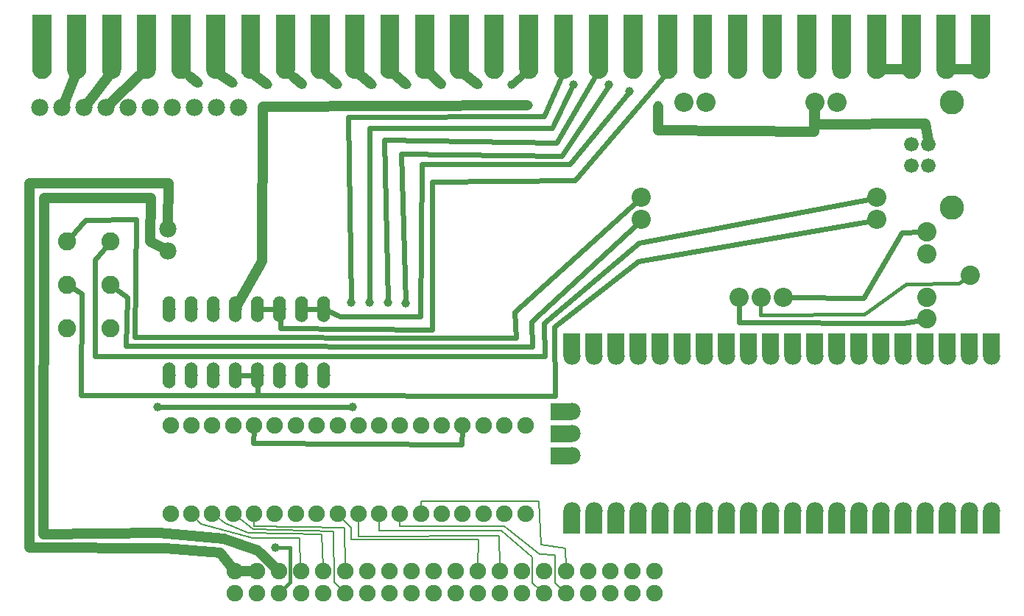
<source format=gbl>
G04 MADE WITH FRITZING*
G04 WWW.FRITZING.ORG*
G04 DOUBLE SIDED*
G04 HOLES PLATED*
G04 CONTOUR ON CENTER OF CONTOUR VECTOR*
%ASAXBY*%
%FSLAX23Y23*%
%MOIN*%
%OFA0B0*%
%SFA1.0B1.0*%
%ADD10C,0.082000*%
%ADD11C,0.058189*%
%ADD12C,0.039370*%
%ADD13C,0.078000*%
%ADD14C,0.087695*%
%ADD15C,0.087722*%
%ADD16C,0.087244*%
%ADD17C,0.066000*%
%ADD18C,0.110000*%
%ADD19C,0.075000*%
%ADD20C,0.075361*%
%ADD21C,0.048000*%
%ADD22C,0.024000*%
%ADD23C,0.016000*%
%ADD24C,0.032000*%
%ADD25C,0.008000*%
%ADD26R,0.001000X0.001000*%
%LNCOPPER0*%
G90*
G70*
G54D10*
X411Y1268D03*
X411Y1465D03*
X411Y1662D03*
X215Y1268D03*
X215Y1465D03*
X215Y1662D03*
G54D11*
X676Y1056D03*
X776Y1056D03*
X1276Y1056D03*
X1376Y1056D03*
X876Y1056D03*
X976Y1056D03*
X1176Y1056D03*
X1076Y1056D03*
X1376Y1356D03*
X1276Y1356D03*
X1176Y1356D03*
X1076Y1356D03*
X976Y1356D03*
X876Y1356D03*
X776Y1356D03*
X676Y1356D03*
G54D12*
X1746Y1383D03*
X1667Y1387D03*
X1502Y1387D03*
X2762Y2343D03*
X1506Y914D03*
G54D13*
X671Y1719D03*
X671Y1619D03*
G54D14*
X4305Y1509D03*
G54D15*
X4108Y1312D03*
X4108Y1410D03*
G54D14*
X4108Y1607D03*
G54D15*
X4108Y1705D03*
G54D12*
X2892Y2280D03*
X624Y914D03*
G54D16*
X3256Y1410D03*
X3356Y1410D03*
X3456Y1410D03*
G54D13*
X4399Y1141D03*
X4299Y1141D03*
X4199Y1141D03*
X4099Y1141D03*
X3999Y1141D03*
X3899Y1141D03*
X3799Y1141D03*
X3699Y1141D03*
X3599Y1141D03*
X3499Y1141D03*
X3399Y1141D03*
X3299Y1141D03*
X3199Y1141D03*
X3099Y1141D03*
X2999Y1141D03*
X2899Y1141D03*
X2799Y1141D03*
X2699Y1141D03*
X2599Y1141D03*
X2499Y1141D03*
X2499Y442D03*
X2599Y442D03*
X2699Y442D03*
X2799Y442D03*
X2899Y442D03*
X2999Y442D03*
X3099Y442D03*
X3199Y442D03*
X3299Y442D03*
X3399Y442D03*
X3499Y442D03*
X3599Y442D03*
X3699Y442D03*
X3799Y442D03*
X3899Y442D03*
X3999Y442D03*
X4099Y442D03*
X4199Y442D03*
X4299Y442D03*
X4399Y442D03*
X2499Y892D03*
X2499Y792D03*
X2499Y692D03*
G54D16*
X3599Y2292D03*
X3699Y2292D03*
G54D12*
X2226Y2371D03*
G54D16*
X3882Y1761D03*
X3882Y1861D03*
X3008Y2292D03*
X3108Y2292D03*
G54D12*
X1439Y2371D03*
G54D16*
X2815Y1761D03*
X2815Y1861D03*
G54D12*
X1596Y2371D03*
X1754Y2371D03*
X1911Y2371D03*
X2077Y2371D03*
X1282Y2371D03*
X1124Y2371D03*
X967Y2379D03*
X809Y2379D03*
G54D17*
X4037Y2103D03*
X4037Y2005D03*
X4115Y2005D03*
X4115Y2103D03*
G54D18*
X4222Y2291D03*
X4222Y1817D03*
G54D19*
X1344Y430D03*
X1344Y830D03*
X777Y430D03*
X777Y830D03*
X1911Y430D03*
X1911Y830D03*
X1155Y430D03*
X1155Y830D03*
X1816Y430D03*
X1816Y830D03*
X872Y430D03*
X872Y830D03*
X1722Y430D03*
X1722Y830D03*
X1627Y430D03*
X1627Y830D03*
X1439Y430D03*
X1439Y830D03*
X1250Y430D03*
X1250Y830D03*
X1533Y430D03*
X1533Y830D03*
X683Y430D03*
X683Y830D03*
X2289Y430D03*
X2289Y830D03*
X2194Y430D03*
X2194Y830D03*
X2005Y430D03*
X2005Y830D03*
X1061Y430D03*
X1061Y830D03*
X966Y430D03*
X966Y830D03*
X2100Y430D03*
X2100Y830D03*
G54D20*
X973Y70D03*
X1073Y70D03*
X1173Y70D03*
X1273Y70D03*
X1373Y70D03*
X1473Y70D03*
X1573Y70D03*
X1673Y70D03*
X1773Y70D03*
X1873Y70D03*
X1973Y70D03*
X2073Y70D03*
X2173Y70D03*
X2273Y70D03*
X2373Y70D03*
X2473Y70D03*
X2573Y70D03*
X2673Y70D03*
X2773Y70D03*
X2873Y70D03*
X2873Y170D03*
X2773Y170D03*
X2673Y170D03*
X2573Y170D03*
X2473Y170D03*
X2373Y170D03*
X2273Y170D03*
X2173Y170D03*
X2073Y170D03*
X1973Y170D03*
X1873Y170D03*
X1773Y170D03*
X1673Y170D03*
X1573Y170D03*
X1473Y170D03*
X1373Y170D03*
X1273Y170D03*
X1173Y170D03*
X1073Y170D03*
X973Y170D03*
G54D13*
X92Y2268D03*
X192Y2268D03*
X292Y2268D03*
X392Y2268D03*
X492Y2268D03*
X592Y2268D03*
X692Y2268D03*
X792Y2268D03*
X892Y2268D03*
X992Y2268D03*
G54D12*
X2305Y2280D03*
X1156Y276D03*
X2668Y2371D03*
X2506Y2371D03*
X1585Y1387D03*
G54D21*
X1053Y170D02*
X993Y170D01*
G54D22*
D02*
X632Y914D02*
X1498Y914D01*
D02*
X2246Y1225D02*
X2242Y1343D01*
D02*
X2242Y1343D02*
X2798Y1845D01*
D02*
X522Y1228D02*
X2246Y1225D01*
D02*
X486Y1410D02*
X482Y1190D01*
D02*
X482Y1190D02*
X2321Y1186D01*
D02*
X2321Y1186D02*
X2318Y1299D01*
D02*
X2318Y1299D02*
X2798Y1744D01*
D02*
X428Y1453D02*
X486Y1410D01*
D02*
X1077Y965D02*
X2423Y961D01*
D02*
X2801Y1571D02*
X3859Y1756D01*
D02*
X2419Y1276D02*
X2801Y1571D01*
D02*
X2423Y961D02*
X2419Y1276D01*
D02*
X277Y966D02*
X1077Y965D01*
D02*
X341Y1579D02*
X341Y1143D01*
D02*
X2804Y1657D02*
X3859Y1856D01*
D02*
X398Y1646D02*
X341Y1579D01*
D02*
X341Y1143D02*
X2376Y1143D01*
D02*
X2376Y1143D02*
X2373Y1293D01*
D02*
X2373Y1293D02*
X2804Y1657D01*
D02*
X297Y1760D02*
X228Y1678D01*
D02*
X526Y1761D02*
X297Y1760D01*
D02*
X522Y1228D02*
X526Y1761D01*
D02*
X281Y1426D02*
X233Y1455D01*
D02*
X277Y966D02*
X281Y1426D01*
D02*
X2489Y2013D02*
X1821Y2013D01*
D02*
X1821Y2013D02*
X1813Y1324D01*
D02*
X1813Y1324D02*
X1451Y1324D01*
D02*
X1451Y1324D02*
X1394Y1348D01*
D02*
X2757Y2337D02*
X2489Y2013D01*
D02*
X1179Y1268D02*
X1177Y1337D01*
D02*
X1867Y1261D02*
X1179Y1268D01*
D02*
X1867Y1933D02*
X1867Y1261D01*
D02*
X2514Y1939D02*
X1867Y1933D01*
D02*
X2927Y2422D02*
X2514Y1939D01*
D02*
X2935Y2544D02*
X2927Y2422D01*
D02*
X1295Y1356D02*
X1357Y1356D01*
D02*
X1095Y1356D02*
X1157Y1356D01*
D02*
X1077Y965D02*
X1076Y1037D01*
D02*
X995Y1056D02*
X1057Y1056D01*
G54D21*
D02*
X1096Y1571D02*
X985Y1372D01*
D02*
X1100Y2273D02*
X1096Y1571D01*
D02*
X2297Y2280D02*
X1100Y2273D01*
D02*
X675Y1926D02*
X45Y1926D01*
D02*
X45Y1926D02*
X45Y276D01*
D02*
X45Y276D02*
X660Y272D01*
D02*
X660Y272D02*
X907Y251D01*
D02*
X907Y251D02*
X960Y186D01*
D02*
X672Y1738D02*
X675Y1926D01*
G54D23*
D02*
X1223Y276D02*
X1223Y118D01*
D02*
X1223Y118D02*
X1188Y84D01*
D02*
X1163Y276D02*
X1223Y276D01*
G54D21*
D02*
X592Y1662D02*
X655Y1628D01*
D02*
X593Y1860D02*
X592Y1662D01*
D02*
X112Y1859D02*
X593Y1860D01*
D02*
X108Y335D02*
X112Y1859D01*
D02*
X631Y343D02*
X108Y335D01*
D02*
X923Y315D02*
X631Y343D01*
D02*
X1077Y264D02*
X923Y315D01*
D02*
X1159Y184D02*
X1077Y264D01*
G54D23*
D02*
X4250Y1474D02*
X4283Y1494D01*
D02*
X3825Y1331D02*
X4014Y1470D01*
D02*
X3353Y1328D02*
X3825Y1331D01*
D02*
X4014Y1470D02*
X4250Y1474D01*
D02*
X3355Y1387D02*
X3353Y1328D01*
G54D22*
D02*
X3993Y1704D02*
X4082Y1705D01*
D02*
X3821Y1407D02*
X3993Y1704D01*
D02*
X3480Y1410D02*
X3821Y1407D01*
D02*
X3999Y1292D02*
X4082Y1307D01*
D02*
X3258Y1296D02*
X3999Y1292D01*
D02*
X3257Y1387D02*
X3258Y1296D01*
G54D21*
D02*
X4100Y2197D02*
X4113Y2121D01*
D02*
X3600Y2194D02*
X4100Y2197D01*
D02*
X3599Y2268D02*
X3600Y2194D01*
D02*
X3596Y2158D02*
X3598Y2268D01*
D02*
X2892Y2165D02*
X3596Y2158D01*
D02*
X2892Y2272D02*
X2892Y2165D01*
G54D24*
D02*
X2285Y2418D02*
X2305Y2544D01*
D02*
X2233Y2376D02*
X2285Y2418D01*
G54D21*
D02*
X2002Y2430D02*
X1990Y2544D01*
D02*
X2071Y2376D02*
X2002Y2430D01*
D02*
X1857Y2422D02*
X1833Y2544D01*
D02*
X1906Y2376D02*
X1857Y2422D01*
D02*
X1679Y2434D02*
X1675Y2544D01*
D02*
X1748Y2376D02*
X1679Y2434D01*
D02*
X1530Y2426D02*
X1518Y2544D01*
D02*
X1590Y2376D02*
X1530Y2426D01*
D02*
X1376Y2422D02*
X1360Y2544D01*
D02*
X1433Y2376D02*
X1376Y2422D01*
D02*
X1276Y2376D02*
X1242Y2406D01*
D02*
X1049Y2426D02*
X1045Y2544D01*
D02*
X1118Y2375D02*
X1050Y2426D01*
D02*
X892Y2430D02*
X888Y2544D01*
D02*
X960Y2383D02*
X892Y2430D01*
D02*
X803Y2384D02*
X770Y2410D01*
D02*
X549Y2422D02*
X573Y2544D01*
D02*
X405Y2282D02*
X549Y2422D01*
D02*
X411Y2422D02*
X415Y2544D01*
D02*
X303Y2283D02*
X411Y2422D01*
D02*
X258Y2430D02*
X258Y2544D01*
D02*
X199Y2286D02*
X258Y2430D01*
D02*
X3998Y2442D02*
X3920Y2442D01*
D02*
X4313Y2442D02*
X4235Y2442D01*
G54D25*
D02*
X1533Y412D02*
X1533Y327D01*
D02*
X1533Y327D02*
X2171Y328D01*
D02*
X2171Y328D02*
X2173Y190D01*
D02*
X1627Y412D02*
X1627Y351D01*
D02*
X1627Y351D02*
X2179Y351D01*
D02*
X2320Y233D02*
X2321Y115D01*
D02*
X2179Y351D02*
X2320Y233D01*
D02*
X2321Y115D02*
X2358Y83D01*
D02*
X1722Y412D02*
X1722Y374D01*
D02*
X1722Y374D02*
X2194Y374D01*
D02*
X2353Y245D02*
X2423Y241D01*
D02*
X2423Y241D02*
X2423Y115D01*
D02*
X2194Y374D02*
X2353Y245D01*
D02*
X2423Y115D02*
X2458Y84D01*
D02*
X1816Y485D02*
X2352Y485D01*
D02*
X2359Y288D02*
X2470Y273D01*
D02*
X2470Y273D02*
X2473Y190D01*
D02*
X2352Y485D02*
X2359Y288D01*
D02*
X1816Y447D02*
X1816Y485D01*
D02*
X1501Y367D02*
X1501Y311D01*
D02*
X2076Y312D02*
X2074Y190D01*
D02*
X1501Y311D02*
X2076Y312D01*
D02*
X1451Y417D02*
X1501Y367D01*
D02*
X1061Y374D02*
X1470Y367D01*
D02*
X1470Y367D02*
X1473Y190D01*
D02*
X1061Y412D02*
X1061Y374D01*
D02*
X1034Y343D02*
X1368Y335D01*
D02*
X1368Y335D02*
X1373Y190D01*
D02*
X931Y387D02*
X1034Y343D01*
D02*
X886Y420D02*
X931Y387D01*
D02*
X1057Y360D02*
X1419Y348D01*
D02*
X1419Y348D02*
X1423Y119D01*
D02*
X980Y419D02*
X1057Y360D01*
D02*
X1423Y119D02*
X1459Y84D01*
D02*
X1054Y320D02*
X1266Y320D01*
D02*
X1266Y320D02*
X1272Y190D01*
D02*
X820Y383D02*
X1054Y320D01*
D02*
X789Y417D02*
X820Y383D01*
G54D22*
D02*
X1058Y750D02*
X1060Y812D01*
D02*
X2002Y744D02*
X1058Y750D01*
D02*
X2005Y812D02*
X2002Y744D01*
D02*
X1667Y1394D02*
X1651Y2124D01*
D02*
X1651Y2124D02*
X2431Y2110D01*
D02*
X2612Y2418D02*
X2620Y2544D01*
D02*
X2431Y2110D02*
X2612Y2418D01*
D02*
X1488Y2226D02*
X1502Y1394D01*
D02*
X2373Y2228D02*
X1488Y2226D01*
D02*
X2459Y2426D02*
X2373Y2228D01*
D02*
X2463Y2544D02*
X2459Y2426D01*
D02*
X1746Y1390D02*
X1726Y2059D01*
D02*
X1726Y2059D02*
X2455Y2048D01*
D02*
X2455Y2048D02*
X2664Y2364D01*
D02*
X2411Y2177D02*
X2502Y2364D01*
D02*
X1584Y2175D02*
X2411Y2177D01*
D02*
X1585Y1394D02*
X1584Y2175D01*
G54D26*
X58Y2689D02*
X144Y2689D01*
X216Y2689D02*
X301Y2689D01*
X373Y2689D02*
X458Y2689D01*
X531Y2689D02*
X616Y2689D01*
X688Y2689D02*
X773Y2689D01*
X845Y2689D02*
X931Y2689D01*
X1003Y2689D02*
X1088Y2689D01*
X1160Y2689D02*
X1246Y2689D01*
X1318Y2689D02*
X1403Y2689D01*
X1475Y2689D02*
X1561Y2689D01*
X1633Y2689D02*
X1718Y2689D01*
X1790Y2689D02*
X1876Y2689D01*
X1948Y2689D02*
X2033Y2689D01*
X2105Y2689D02*
X2190Y2689D01*
X2263Y2689D02*
X2348Y2689D01*
X2420Y2689D02*
X2505Y2689D01*
X2577Y2689D02*
X2663Y2689D01*
X2735Y2689D02*
X2820Y2689D01*
X2892Y2689D02*
X2978Y2689D01*
X3050Y2689D02*
X3135Y2689D01*
X3207Y2689D02*
X3293Y2689D01*
X3365Y2689D02*
X3450Y2689D01*
X3522Y2689D02*
X3608Y2689D01*
X3680Y2689D02*
X3765Y2689D01*
X3837Y2689D02*
X3922Y2689D01*
X3994Y2689D02*
X4080Y2689D01*
X4152Y2689D02*
X4237Y2689D01*
X4309Y2689D02*
X4395Y2689D01*
X58Y2688D02*
X144Y2688D01*
X216Y2688D02*
X301Y2688D01*
X373Y2688D02*
X459Y2688D01*
X530Y2688D02*
X616Y2688D01*
X688Y2688D02*
X773Y2688D01*
X845Y2688D02*
X931Y2688D01*
X1003Y2688D02*
X1088Y2688D01*
X1160Y2688D02*
X1246Y2688D01*
X1318Y2688D02*
X1403Y2688D01*
X1475Y2688D02*
X1561Y2688D01*
X1633Y2688D02*
X1718Y2688D01*
X1790Y2688D02*
X1876Y2688D01*
X1947Y2688D02*
X2033Y2688D01*
X2105Y2688D02*
X2191Y2688D01*
X2262Y2688D02*
X2348Y2688D01*
X2420Y2688D02*
X2505Y2688D01*
X2577Y2688D02*
X2663Y2688D01*
X2735Y2688D02*
X2820Y2688D01*
X2892Y2688D02*
X2978Y2688D01*
X3050Y2688D02*
X3135Y2688D01*
X3207Y2688D02*
X3293Y2688D01*
X3365Y2688D02*
X3450Y2688D01*
X3522Y2688D02*
X3608Y2688D01*
X3679Y2688D02*
X3765Y2688D01*
X3837Y2688D02*
X3923Y2688D01*
X3994Y2688D02*
X4080Y2688D01*
X4152Y2688D02*
X4237Y2688D01*
X4309Y2688D02*
X4395Y2688D01*
X58Y2687D02*
X144Y2687D01*
X216Y2687D02*
X301Y2687D01*
X373Y2687D02*
X459Y2687D01*
X530Y2687D02*
X616Y2687D01*
X688Y2687D02*
X773Y2687D01*
X845Y2687D02*
X931Y2687D01*
X1003Y2687D02*
X1088Y2687D01*
X1160Y2687D02*
X1246Y2687D01*
X1318Y2687D02*
X1403Y2687D01*
X1475Y2687D02*
X1561Y2687D01*
X1633Y2687D02*
X1718Y2687D01*
X1790Y2687D02*
X1876Y2687D01*
X1947Y2687D02*
X2033Y2687D01*
X2105Y2687D02*
X2191Y2687D01*
X2262Y2687D02*
X2348Y2687D01*
X2420Y2687D02*
X2505Y2687D01*
X2577Y2687D02*
X2663Y2687D01*
X2735Y2687D02*
X2820Y2687D01*
X2892Y2687D02*
X2978Y2687D01*
X3050Y2687D02*
X3135Y2687D01*
X3207Y2687D02*
X3293Y2687D01*
X3365Y2687D02*
X3450Y2687D01*
X3522Y2687D02*
X3608Y2687D01*
X3679Y2687D02*
X3765Y2687D01*
X3837Y2687D02*
X3923Y2687D01*
X3994Y2687D02*
X4080Y2687D01*
X4152Y2687D02*
X4237Y2687D01*
X4309Y2687D02*
X4395Y2687D01*
X58Y2686D02*
X144Y2686D01*
X216Y2686D02*
X301Y2686D01*
X373Y2686D02*
X459Y2686D01*
X530Y2686D02*
X616Y2686D01*
X688Y2686D02*
X773Y2686D01*
X845Y2686D02*
X931Y2686D01*
X1003Y2686D02*
X1088Y2686D01*
X1160Y2686D02*
X1246Y2686D01*
X1318Y2686D02*
X1403Y2686D01*
X1475Y2686D02*
X1561Y2686D01*
X1633Y2686D02*
X1718Y2686D01*
X1790Y2686D02*
X1876Y2686D01*
X1947Y2686D02*
X2033Y2686D01*
X2105Y2686D02*
X2191Y2686D01*
X2262Y2686D02*
X2348Y2686D01*
X2420Y2686D02*
X2505Y2686D01*
X2577Y2686D02*
X2663Y2686D01*
X2735Y2686D02*
X2820Y2686D01*
X2892Y2686D02*
X2978Y2686D01*
X3050Y2686D02*
X3135Y2686D01*
X3207Y2686D02*
X3293Y2686D01*
X3365Y2686D02*
X3450Y2686D01*
X3522Y2686D02*
X3608Y2686D01*
X3679Y2686D02*
X3765Y2686D01*
X3837Y2686D02*
X3923Y2686D01*
X3994Y2686D02*
X4080Y2686D01*
X4152Y2686D02*
X4237Y2686D01*
X4309Y2686D02*
X4395Y2686D01*
X58Y2685D02*
X144Y2685D01*
X216Y2685D02*
X301Y2685D01*
X373Y2685D02*
X459Y2685D01*
X530Y2685D02*
X616Y2685D01*
X688Y2685D02*
X773Y2685D01*
X845Y2685D02*
X931Y2685D01*
X1003Y2685D02*
X1088Y2685D01*
X1160Y2685D02*
X1246Y2685D01*
X1318Y2685D02*
X1403Y2685D01*
X1475Y2685D02*
X1561Y2685D01*
X1633Y2685D02*
X1718Y2685D01*
X1790Y2685D02*
X1876Y2685D01*
X1947Y2685D02*
X2033Y2685D01*
X2105Y2685D02*
X2191Y2685D01*
X2262Y2685D02*
X2348Y2685D01*
X2420Y2685D02*
X2505Y2685D01*
X2577Y2685D02*
X2663Y2685D01*
X2735Y2685D02*
X2820Y2685D01*
X2892Y2685D02*
X2978Y2685D01*
X3050Y2685D02*
X3135Y2685D01*
X3207Y2685D02*
X3293Y2685D01*
X3365Y2685D02*
X3450Y2685D01*
X3522Y2685D02*
X3608Y2685D01*
X3679Y2685D02*
X3765Y2685D01*
X3837Y2685D02*
X3923Y2685D01*
X3994Y2685D02*
X4080Y2685D01*
X4152Y2685D02*
X4237Y2685D01*
X4309Y2685D02*
X4395Y2685D01*
X58Y2684D02*
X144Y2684D01*
X216Y2684D02*
X301Y2684D01*
X373Y2684D02*
X459Y2684D01*
X530Y2684D02*
X616Y2684D01*
X688Y2684D02*
X773Y2684D01*
X845Y2684D02*
X931Y2684D01*
X1003Y2684D02*
X1088Y2684D01*
X1160Y2684D02*
X1246Y2684D01*
X1318Y2684D02*
X1403Y2684D01*
X1475Y2684D02*
X1561Y2684D01*
X1633Y2684D02*
X1718Y2684D01*
X1790Y2684D02*
X1876Y2684D01*
X1947Y2684D02*
X2033Y2684D01*
X2105Y2684D02*
X2191Y2684D01*
X2262Y2684D02*
X2348Y2684D01*
X2420Y2684D02*
X2505Y2684D01*
X2577Y2684D02*
X2663Y2684D01*
X2735Y2684D02*
X2820Y2684D01*
X2892Y2684D02*
X2978Y2684D01*
X3050Y2684D02*
X3135Y2684D01*
X3207Y2684D02*
X3293Y2684D01*
X3365Y2684D02*
X3450Y2684D01*
X3522Y2684D02*
X3608Y2684D01*
X3679Y2684D02*
X3765Y2684D01*
X3837Y2684D02*
X3923Y2684D01*
X3994Y2684D02*
X4080Y2684D01*
X4152Y2684D02*
X4237Y2684D01*
X4309Y2684D02*
X4395Y2684D01*
X58Y2683D02*
X144Y2683D01*
X216Y2683D02*
X301Y2683D01*
X373Y2683D02*
X459Y2683D01*
X530Y2683D02*
X616Y2683D01*
X688Y2683D02*
X773Y2683D01*
X845Y2683D02*
X931Y2683D01*
X1003Y2683D02*
X1088Y2683D01*
X1160Y2683D02*
X1246Y2683D01*
X1318Y2683D02*
X1403Y2683D01*
X1475Y2683D02*
X1561Y2683D01*
X1633Y2683D02*
X1718Y2683D01*
X1790Y2683D02*
X1876Y2683D01*
X1947Y2683D02*
X2033Y2683D01*
X2105Y2683D02*
X2191Y2683D01*
X2262Y2683D02*
X2348Y2683D01*
X2420Y2683D02*
X2505Y2683D01*
X2577Y2683D02*
X2663Y2683D01*
X2735Y2683D02*
X2820Y2683D01*
X2892Y2683D02*
X2978Y2683D01*
X3050Y2683D02*
X3135Y2683D01*
X3207Y2683D02*
X3293Y2683D01*
X3365Y2683D02*
X3450Y2683D01*
X3522Y2683D02*
X3608Y2683D01*
X3679Y2683D02*
X3765Y2683D01*
X3837Y2683D02*
X3923Y2683D01*
X3994Y2683D02*
X4080Y2683D01*
X4152Y2683D02*
X4237Y2683D01*
X4309Y2683D02*
X4395Y2683D01*
X58Y2682D02*
X144Y2682D01*
X216Y2682D02*
X301Y2682D01*
X373Y2682D02*
X459Y2682D01*
X530Y2682D02*
X616Y2682D01*
X688Y2682D02*
X773Y2682D01*
X845Y2682D02*
X931Y2682D01*
X1003Y2682D02*
X1088Y2682D01*
X1160Y2682D02*
X1246Y2682D01*
X1318Y2682D02*
X1403Y2682D01*
X1475Y2682D02*
X1561Y2682D01*
X1633Y2682D02*
X1718Y2682D01*
X1790Y2682D02*
X1876Y2682D01*
X1947Y2682D02*
X2033Y2682D01*
X2105Y2682D02*
X2191Y2682D01*
X2262Y2682D02*
X2348Y2682D01*
X2420Y2682D02*
X2505Y2682D01*
X2577Y2682D02*
X2663Y2682D01*
X2735Y2682D02*
X2820Y2682D01*
X2892Y2682D02*
X2978Y2682D01*
X3050Y2682D02*
X3135Y2682D01*
X3207Y2682D02*
X3293Y2682D01*
X3365Y2682D02*
X3450Y2682D01*
X3522Y2682D02*
X3608Y2682D01*
X3679Y2682D02*
X3765Y2682D01*
X3837Y2682D02*
X3923Y2682D01*
X3994Y2682D02*
X4080Y2682D01*
X4152Y2682D02*
X4237Y2682D01*
X4309Y2682D02*
X4395Y2682D01*
X58Y2681D02*
X144Y2681D01*
X216Y2681D02*
X301Y2681D01*
X373Y2681D02*
X459Y2681D01*
X530Y2681D02*
X616Y2681D01*
X688Y2681D02*
X773Y2681D01*
X845Y2681D02*
X931Y2681D01*
X1003Y2681D02*
X1088Y2681D01*
X1160Y2681D02*
X1246Y2681D01*
X1318Y2681D02*
X1403Y2681D01*
X1475Y2681D02*
X1561Y2681D01*
X1633Y2681D02*
X1718Y2681D01*
X1790Y2681D02*
X1876Y2681D01*
X1947Y2681D02*
X2033Y2681D01*
X2105Y2681D02*
X2191Y2681D01*
X2262Y2681D02*
X2348Y2681D01*
X2420Y2681D02*
X2505Y2681D01*
X2577Y2681D02*
X2663Y2681D01*
X2735Y2681D02*
X2820Y2681D01*
X2892Y2681D02*
X2978Y2681D01*
X3050Y2681D02*
X3135Y2681D01*
X3207Y2681D02*
X3293Y2681D01*
X3365Y2681D02*
X3450Y2681D01*
X3522Y2681D02*
X3608Y2681D01*
X3679Y2681D02*
X3765Y2681D01*
X3837Y2681D02*
X3923Y2681D01*
X3994Y2681D02*
X4080Y2681D01*
X4152Y2681D02*
X4237Y2681D01*
X4309Y2681D02*
X4395Y2681D01*
X58Y2680D02*
X144Y2680D01*
X216Y2680D02*
X301Y2680D01*
X373Y2680D02*
X459Y2680D01*
X530Y2680D02*
X616Y2680D01*
X688Y2680D02*
X773Y2680D01*
X845Y2680D02*
X931Y2680D01*
X1003Y2680D02*
X1088Y2680D01*
X1160Y2680D02*
X1246Y2680D01*
X1318Y2680D02*
X1403Y2680D01*
X1475Y2680D02*
X1561Y2680D01*
X1633Y2680D02*
X1718Y2680D01*
X1790Y2680D02*
X1876Y2680D01*
X1947Y2680D02*
X2033Y2680D01*
X2105Y2680D02*
X2191Y2680D01*
X2262Y2680D02*
X2348Y2680D01*
X2420Y2680D02*
X2505Y2680D01*
X2577Y2680D02*
X2663Y2680D01*
X2735Y2680D02*
X2820Y2680D01*
X2892Y2680D02*
X2978Y2680D01*
X3050Y2680D02*
X3135Y2680D01*
X3207Y2680D02*
X3293Y2680D01*
X3365Y2680D02*
X3450Y2680D01*
X3522Y2680D02*
X3608Y2680D01*
X3679Y2680D02*
X3765Y2680D01*
X3837Y2680D02*
X3923Y2680D01*
X3994Y2680D02*
X4080Y2680D01*
X4152Y2680D02*
X4237Y2680D01*
X4309Y2680D02*
X4395Y2680D01*
X58Y2679D02*
X144Y2679D01*
X216Y2679D02*
X301Y2679D01*
X373Y2679D02*
X459Y2679D01*
X530Y2679D02*
X616Y2679D01*
X688Y2679D02*
X773Y2679D01*
X845Y2679D02*
X931Y2679D01*
X1003Y2679D02*
X1088Y2679D01*
X1160Y2679D02*
X1246Y2679D01*
X1318Y2679D02*
X1403Y2679D01*
X1475Y2679D02*
X1561Y2679D01*
X1633Y2679D02*
X1718Y2679D01*
X1790Y2679D02*
X1876Y2679D01*
X1947Y2679D02*
X2033Y2679D01*
X2105Y2679D02*
X2191Y2679D01*
X2262Y2679D02*
X2348Y2679D01*
X2420Y2679D02*
X2505Y2679D01*
X2577Y2679D02*
X2663Y2679D01*
X2735Y2679D02*
X2820Y2679D01*
X2892Y2679D02*
X2978Y2679D01*
X3050Y2679D02*
X3135Y2679D01*
X3207Y2679D02*
X3293Y2679D01*
X3365Y2679D02*
X3450Y2679D01*
X3522Y2679D02*
X3608Y2679D01*
X3679Y2679D02*
X3765Y2679D01*
X3837Y2679D02*
X3923Y2679D01*
X3994Y2679D02*
X4080Y2679D01*
X4152Y2679D02*
X4237Y2679D01*
X4309Y2679D02*
X4395Y2679D01*
X58Y2678D02*
X144Y2678D01*
X216Y2678D02*
X301Y2678D01*
X373Y2678D02*
X459Y2678D01*
X530Y2678D02*
X616Y2678D01*
X688Y2678D02*
X773Y2678D01*
X845Y2678D02*
X931Y2678D01*
X1003Y2678D02*
X1088Y2678D01*
X1160Y2678D02*
X1246Y2678D01*
X1318Y2678D02*
X1403Y2678D01*
X1475Y2678D02*
X1561Y2678D01*
X1633Y2678D02*
X1718Y2678D01*
X1790Y2678D02*
X1876Y2678D01*
X1947Y2678D02*
X2033Y2678D01*
X2105Y2678D02*
X2191Y2678D01*
X2262Y2678D02*
X2348Y2678D01*
X2420Y2678D02*
X2505Y2678D01*
X2577Y2678D02*
X2663Y2678D01*
X2735Y2678D02*
X2820Y2678D01*
X2892Y2678D02*
X2978Y2678D01*
X3050Y2678D02*
X3135Y2678D01*
X3207Y2678D02*
X3293Y2678D01*
X3365Y2678D02*
X3450Y2678D01*
X3522Y2678D02*
X3608Y2678D01*
X3679Y2678D02*
X3765Y2678D01*
X3837Y2678D02*
X3923Y2678D01*
X3994Y2678D02*
X4080Y2678D01*
X4152Y2678D02*
X4237Y2678D01*
X4309Y2678D02*
X4395Y2678D01*
X58Y2677D02*
X144Y2677D01*
X216Y2677D02*
X301Y2677D01*
X373Y2677D02*
X459Y2677D01*
X530Y2677D02*
X616Y2677D01*
X688Y2677D02*
X773Y2677D01*
X845Y2677D02*
X931Y2677D01*
X1003Y2677D02*
X1088Y2677D01*
X1160Y2677D02*
X1246Y2677D01*
X1318Y2677D02*
X1403Y2677D01*
X1475Y2677D02*
X1561Y2677D01*
X1633Y2677D02*
X1718Y2677D01*
X1790Y2677D02*
X1876Y2677D01*
X1947Y2677D02*
X2033Y2677D01*
X2105Y2677D02*
X2191Y2677D01*
X2262Y2677D02*
X2348Y2677D01*
X2420Y2677D02*
X2505Y2677D01*
X2577Y2677D02*
X2663Y2677D01*
X2735Y2677D02*
X2820Y2677D01*
X2892Y2677D02*
X2978Y2677D01*
X3050Y2677D02*
X3135Y2677D01*
X3207Y2677D02*
X3293Y2677D01*
X3365Y2677D02*
X3450Y2677D01*
X3522Y2677D02*
X3608Y2677D01*
X3679Y2677D02*
X3765Y2677D01*
X3837Y2677D02*
X3923Y2677D01*
X3994Y2677D02*
X4080Y2677D01*
X4152Y2677D02*
X4237Y2677D01*
X4309Y2677D02*
X4395Y2677D01*
X58Y2676D02*
X144Y2676D01*
X216Y2676D02*
X301Y2676D01*
X373Y2676D02*
X459Y2676D01*
X530Y2676D02*
X616Y2676D01*
X688Y2676D02*
X773Y2676D01*
X845Y2676D02*
X931Y2676D01*
X1003Y2676D02*
X1088Y2676D01*
X1160Y2676D02*
X1246Y2676D01*
X1318Y2676D02*
X1403Y2676D01*
X1475Y2676D02*
X1561Y2676D01*
X1633Y2676D02*
X1718Y2676D01*
X1790Y2676D02*
X1876Y2676D01*
X1947Y2676D02*
X2033Y2676D01*
X2105Y2676D02*
X2191Y2676D01*
X2262Y2676D02*
X2348Y2676D01*
X2420Y2676D02*
X2505Y2676D01*
X2577Y2676D02*
X2663Y2676D01*
X2735Y2676D02*
X2820Y2676D01*
X2892Y2676D02*
X2978Y2676D01*
X3050Y2676D02*
X3135Y2676D01*
X3207Y2676D02*
X3293Y2676D01*
X3365Y2676D02*
X3450Y2676D01*
X3522Y2676D02*
X3608Y2676D01*
X3679Y2676D02*
X3765Y2676D01*
X3837Y2676D02*
X3923Y2676D01*
X3994Y2676D02*
X4080Y2676D01*
X4152Y2676D02*
X4237Y2676D01*
X4309Y2676D02*
X4395Y2676D01*
X58Y2675D02*
X144Y2675D01*
X216Y2675D02*
X301Y2675D01*
X373Y2675D02*
X459Y2675D01*
X530Y2675D02*
X616Y2675D01*
X688Y2675D02*
X773Y2675D01*
X845Y2675D02*
X931Y2675D01*
X1003Y2675D02*
X1088Y2675D01*
X1160Y2675D02*
X1246Y2675D01*
X1318Y2675D02*
X1403Y2675D01*
X1475Y2675D02*
X1561Y2675D01*
X1633Y2675D02*
X1718Y2675D01*
X1790Y2675D02*
X1876Y2675D01*
X1947Y2675D02*
X2033Y2675D01*
X2105Y2675D02*
X2191Y2675D01*
X2262Y2675D02*
X2348Y2675D01*
X2420Y2675D02*
X2505Y2675D01*
X2577Y2675D02*
X2663Y2675D01*
X2735Y2675D02*
X2820Y2675D01*
X2892Y2675D02*
X2978Y2675D01*
X3050Y2675D02*
X3135Y2675D01*
X3207Y2675D02*
X3293Y2675D01*
X3365Y2675D02*
X3450Y2675D01*
X3522Y2675D02*
X3608Y2675D01*
X3679Y2675D02*
X3765Y2675D01*
X3837Y2675D02*
X3923Y2675D01*
X3994Y2675D02*
X4080Y2675D01*
X4152Y2675D02*
X4237Y2675D01*
X4309Y2675D02*
X4395Y2675D01*
X58Y2674D02*
X144Y2674D01*
X216Y2674D02*
X301Y2674D01*
X373Y2674D02*
X459Y2674D01*
X530Y2674D02*
X616Y2674D01*
X688Y2674D02*
X773Y2674D01*
X845Y2674D02*
X931Y2674D01*
X1003Y2674D02*
X1088Y2674D01*
X1160Y2674D02*
X1246Y2674D01*
X1318Y2674D02*
X1403Y2674D01*
X1475Y2674D02*
X1561Y2674D01*
X1633Y2674D02*
X1718Y2674D01*
X1790Y2674D02*
X1876Y2674D01*
X1947Y2674D02*
X2033Y2674D01*
X2105Y2674D02*
X2191Y2674D01*
X2262Y2674D02*
X2348Y2674D01*
X2420Y2674D02*
X2505Y2674D01*
X2577Y2674D02*
X2663Y2674D01*
X2735Y2674D02*
X2820Y2674D01*
X2892Y2674D02*
X2978Y2674D01*
X3050Y2674D02*
X3135Y2674D01*
X3207Y2674D02*
X3293Y2674D01*
X3365Y2674D02*
X3450Y2674D01*
X3522Y2674D02*
X3608Y2674D01*
X3679Y2674D02*
X3765Y2674D01*
X3837Y2674D02*
X3923Y2674D01*
X3994Y2674D02*
X4080Y2674D01*
X4152Y2674D02*
X4237Y2674D01*
X4309Y2674D02*
X4395Y2674D01*
X58Y2673D02*
X144Y2673D01*
X216Y2673D02*
X301Y2673D01*
X373Y2673D02*
X459Y2673D01*
X530Y2673D02*
X616Y2673D01*
X688Y2673D02*
X773Y2673D01*
X845Y2673D02*
X931Y2673D01*
X1003Y2673D02*
X1088Y2673D01*
X1160Y2673D02*
X1246Y2673D01*
X1318Y2673D02*
X1403Y2673D01*
X1475Y2673D02*
X1561Y2673D01*
X1633Y2673D02*
X1718Y2673D01*
X1790Y2673D02*
X1876Y2673D01*
X1947Y2673D02*
X2033Y2673D01*
X2105Y2673D02*
X2191Y2673D01*
X2262Y2673D02*
X2348Y2673D01*
X2420Y2673D02*
X2505Y2673D01*
X2577Y2673D02*
X2663Y2673D01*
X2735Y2673D02*
X2820Y2673D01*
X2892Y2673D02*
X2978Y2673D01*
X3050Y2673D02*
X3135Y2673D01*
X3207Y2673D02*
X3293Y2673D01*
X3365Y2673D02*
X3450Y2673D01*
X3522Y2673D02*
X3608Y2673D01*
X3679Y2673D02*
X3765Y2673D01*
X3837Y2673D02*
X3923Y2673D01*
X3994Y2673D02*
X4080Y2673D01*
X4152Y2673D02*
X4237Y2673D01*
X4309Y2673D02*
X4395Y2673D01*
X58Y2672D02*
X144Y2672D01*
X216Y2672D02*
X301Y2672D01*
X373Y2672D02*
X459Y2672D01*
X530Y2672D02*
X616Y2672D01*
X688Y2672D02*
X773Y2672D01*
X845Y2672D02*
X931Y2672D01*
X1003Y2672D02*
X1088Y2672D01*
X1160Y2672D02*
X1246Y2672D01*
X1318Y2672D02*
X1403Y2672D01*
X1475Y2672D02*
X1561Y2672D01*
X1633Y2672D02*
X1718Y2672D01*
X1790Y2672D02*
X1876Y2672D01*
X1947Y2672D02*
X2033Y2672D01*
X2105Y2672D02*
X2191Y2672D01*
X2262Y2672D02*
X2348Y2672D01*
X2420Y2672D02*
X2505Y2672D01*
X2577Y2672D02*
X2663Y2672D01*
X2735Y2672D02*
X2820Y2672D01*
X2892Y2672D02*
X2978Y2672D01*
X3050Y2672D02*
X3135Y2672D01*
X3207Y2672D02*
X3293Y2672D01*
X3365Y2672D02*
X3450Y2672D01*
X3522Y2672D02*
X3608Y2672D01*
X3679Y2672D02*
X3765Y2672D01*
X3837Y2672D02*
X3923Y2672D01*
X3994Y2672D02*
X4080Y2672D01*
X4152Y2672D02*
X4237Y2672D01*
X4309Y2672D02*
X4395Y2672D01*
X58Y2671D02*
X144Y2671D01*
X216Y2671D02*
X301Y2671D01*
X373Y2671D02*
X459Y2671D01*
X530Y2671D02*
X616Y2671D01*
X688Y2671D02*
X773Y2671D01*
X845Y2671D02*
X931Y2671D01*
X1003Y2671D02*
X1088Y2671D01*
X1160Y2671D02*
X1246Y2671D01*
X1318Y2671D02*
X1403Y2671D01*
X1475Y2671D02*
X1561Y2671D01*
X1633Y2671D02*
X1718Y2671D01*
X1790Y2671D02*
X1876Y2671D01*
X1947Y2671D02*
X2033Y2671D01*
X2105Y2671D02*
X2191Y2671D01*
X2262Y2671D02*
X2348Y2671D01*
X2420Y2671D02*
X2505Y2671D01*
X2577Y2671D02*
X2663Y2671D01*
X2735Y2671D02*
X2820Y2671D01*
X2892Y2671D02*
X2978Y2671D01*
X3050Y2671D02*
X3135Y2671D01*
X3207Y2671D02*
X3293Y2671D01*
X3365Y2671D02*
X3450Y2671D01*
X3522Y2671D02*
X3608Y2671D01*
X3679Y2671D02*
X3765Y2671D01*
X3837Y2671D02*
X3923Y2671D01*
X3994Y2671D02*
X4080Y2671D01*
X4152Y2671D02*
X4237Y2671D01*
X4309Y2671D02*
X4395Y2671D01*
X58Y2670D02*
X144Y2670D01*
X216Y2670D02*
X301Y2670D01*
X373Y2670D02*
X459Y2670D01*
X530Y2670D02*
X616Y2670D01*
X688Y2670D02*
X773Y2670D01*
X845Y2670D02*
X931Y2670D01*
X1003Y2670D02*
X1088Y2670D01*
X1160Y2670D02*
X1246Y2670D01*
X1318Y2670D02*
X1403Y2670D01*
X1475Y2670D02*
X1561Y2670D01*
X1633Y2670D02*
X1718Y2670D01*
X1790Y2670D02*
X1876Y2670D01*
X1947Y2670D02*
X2033Y2670D01*
X2105Y2670D02*
X2191Y2670D01*
X2262Y2670D02*
X2348Y2670D01*
X2420Y2670D02*
X2505Y2670D01*
X2577Y2670D02*
X2663Y2670D01*
X2735Y2670D02*
X2820Y2670D01*
X2892Y2670D02*
X2978Y2670D01*
X3050Y2670D02*
X3135Y2670D01*
X3207Y2670D02*
X3293Y2670D01*
X3365Y2670D02*
X3450Y2670D01*
X3522Y2670D02*
X3608Y2670D01*
X3679Y2670D02*
X3765Y2670D01*
X3837Y2670D02*
X3923Y2670D01*
X3994Y2670D02*
X4080Y2670D01*
X4152Y2670D02*
X4237Y2670D01*
X4309Y2670D02*
X4395Y2670D01*
X58Y2669D02*
X144Y2669D01*
X216Y2669D02*
X301Y2669D01*
X373Y2669D02*
X459Y2669D01*
X530Y2669D02*
X616Y2669D01*
X688Y2669D02*
X773Y2669D01*
X845Y2669D02*
X931Y2669D01*
X1003Y2669D02*
X1088Y2669D01*
X1160Y2669D02*
X1246Y2669D01*
X1318Y2669D02*
X1403Y2669D01*
X1475Y2669D02*
X1561Y2669D01*
X1633Y2669D02*
X1718Y2669D01*
X1790Y2669D02*
X1876Y2669D01*
X1947Y2669D02*
X2033Y2669D01*
X2105Y2669D02*
X2191Y2669D01*
X2262Y2669D02*
X2348Y2669D01*
X2420Y2669D02*
X2505Y2669D01*
X2577Y2669D02*
X2663Y2669D01*
X2735Y2669D02*
X2820Y2669D01*
X2892Y2669D02*
X2978Y2669D01*
X3050Y2669D02*
X3135Y2669D01*
X3207Y2669D02*
X3293Y2669D01*
X3365Y2669D02*
X3450Y2669D01*
X3522Y2669D02*
X3608Y2669D01*
X3679Y2669D02*
X3765Y2669D01*
X3837Y2669D02*
X3923Y2669D01*
X3994Y2669D02*
X4080Y2669D01*
X4152Y2669D02*
X4237Y2669D01*
X4309Y2669D02*
X4395Y2669D01*
X58Y2668D02*
X144Y2668D01*
X216Y2668D02*
X301Y2668D01*
X373Y2668D02*
X459Y2668D01*
X530Y2668D02*
X616Y2668D01*
X688Y2668D02*
X773Y2668D01*
X845Y2668D02*
X931Y2668D01*
X1003Y2668D02*
X1088Y2668D01*
X1160Y2668D02*
X1246Y2668D01*
X1318Y2668D02*
X1403Y2668D01*
X1475Y2668D02*
X1561Y2668D01*
X1633Y2668D02*
X1718Y2668D01*
X1790Y2668D02*
X1876Y2668D01*
X1947Y2668D02*
X2033Y2668D01*
X2105Y2668D02*
X2191Y2668D01*
X2262Y2668D02*
X2348Y2668D01*
X2420Y2668D02*
X2505Y2668D01*
X2577Y2668D02*
X2663Y2668D01*
X2735Y2668D02*
X2820Y2668D01*
X2892Y2668D02*
X2978Y2668D01*
X3050Y2668D02*
X3135Y2668D01*
X3207Y2668D02*
X3293Y2668D01*
X3365Y2668D02*
X3450Y2668D01*
X3522Y2668D02*
X3608Y2668D01*
X3679Y2668D02*
X3765Y2668D01*
X3837Y2668D02*
X3923Y2668D01*
X3994Y2668D02*
X4080Y2668D01*
X4152Y2668D02*
X4237Y2668D01*
X4309Y2668D02*
X4395Y2668D01*
X58Y2667D02*
X144Y2667D01*
X216Y2667D02*
X301Y2667D01*
X373Y2667D02*
X459Y2667D01*
X530Y2667D02*
X616Y2667D01*
X688Y2667D02*
X773Y2667D01*
X845Y2667D02*
X931Y2667D01*
X1003Y2667D02*
X1088Y2667D01*
X1160Y2667D02*
X1246Y2667D01*
X1318Y2667D02*
X1403Y2667D01*
X1475Y2667D02*
X1561Y2667D01*
X1633Y2667D02*
X1718Y2667D01*
X1790Y2667D02*
X1876Y2667D01*
X1947Y2667D02*
X2033Y2667D01*
X2105Y2667D02*
X2191Y2667D01*
X2262Y2667D02*
X2348Y2667D01*
X2420Y2667D02*
X2505Y2667D01*
X2577Y2667D02*
X2663Y2667D01*
X2735Y2667D02*
X2820Y2667D01*
X2892Y2667D02*
X2978Y2667D01*
X3050Y2667D02*
X3135Y2667D01*
X3207Y2667D02*
X3293Y2667D01*
X3365Y2667D02*
X3450Y2667D01*
X3522Y2667D02*
X3608Y2667D01*
X3679Y2667D02*
X3765Y2667D01*
X3837Y2667D02*
X3923Y2667D01*
X3994Y2667D02*
X4080Y2667D01*
X4152Y2667D02*
X4237Y2667D01*
X4309Y2667D02*
X4395Y2667D01*
X58Y2666D02*
X144Y2666D01*
X216Y2666D02*
X301Y2666D01*
X373Y2666D02*
X459Y2666D01*
X530Y2666D02*
X616Y2666D01*
X688Y2666D02*
X773Y2666D01*
X845Y2666D02*
X931Y2666D01*
X1003Y2666D02*
X1088Y2666D01*
X1160Y2666D02*
X1246Y2666D01*
X1318Y2666D02*
X1403Y2666D01*
X1475Y2666D02*
X1561Y2666D01*
X1633Y2666D02*
X1718Y2666D01*
X1790Y2666D02*
X1876Y2666D01*
X1947Y2666D02*
X2033Y2666D01*
X2105Y2666D02*
X2191Y2666D01*
X2262Y2666D02*
X2348Y2666D01*
X2420Y2666D02*
X2505Y2666D01*
X2577Y2666D02*
X2663Y2666D01*
X2735Y2666D02*
X2820Y2666D01*
X2892Y2666D02*
X2978Y2666D01*
X3050Y2666D02*
X3135Y2666D01*
X3207Y2666D02*
X3293Y2666D01*
X3365Y2666D02*
X3450Y2666D01*
X3522Y2666D02*
X3608Y2666D01*
X3679Y2666D02*
X3765Y2666D01*
X3837Y2666D02*
X3923Y2666D01*
X3994Y2666D02*
X4080Y2666D01*
X4152Y2666D02*
X4237Y2666D01*
X4309Y2666D02*
X4395Y2666D01*
X58Y2665D02*
X144Y2665D01*
X216Y2665D02*
X301Y2665D01*
X373Y2665D02*
X459Y2665D01*
X530Y2665D02*
X616Y2665D01*
X688Y2665D02*
X773Y2665D01*
X845Y2665D02*
X931Y2665D01*
X1003Y2665D02*
X1088Y2665D01*
X1160Y2665D02*
X1246Y2665D01*
X1318Y2665D02*
X1403Y2665D01*
X1475Y2665D02*
X1561Y2665D01*
X1633Y2665D02*
X1718Y2665D01*
X1790Y2665D02*
X1876Y2665D01*
X1947Y2665D02*
X2033Y2665D01*
X2105Y2665D02*
X2191Y2665D01*
X2262Y2665D02*
X2348Y2665D01*
X2420Y2665D02*
X2505Y2665D01*
X2577Y2665D02*
X2663Y2665D01*
X2735Y2665D02*
X2820Y2665D01*
X2892Y2665D02*
X2978Y2665D01*
X3050Y2665D02*
X3135Y2665D01*
X3207Y2665D02*
X3293Y2665D01*
X3365Y2665D02*
X3450Y2665D01*
X3522Y2665D02*
X3608Y2665D01*
X3679Y2665D02*
X3765Y2665D01*
X3837Y2665D02*
X3923Y2665D01*
X3994Y2665D02*
X4080Y2665D01*
X4152Y2665D02*
X4237Y2665D01*
X4309Y2665D02*
X4395Y2665D01*
X58Y2664D02*
X144Y2664D01*
X216Y2664D02*
X301Y2664D01*
X373Y2664D02*
X459Y2664D01*
X530Y2664D02*
X616Y2664D01*
X688Y2664D02*
X773Y2664D01*
X845Y2664D02*
X931Y2664D01*
X1003Y2664D02*
X1088Y2664D01*
X1160Y2664D02*
X1246Y2664D01*
X1318Y2664D02*
X1403Y2664D01*
X1475Y2664D02*
X1561Y2664D01*
X1633Y2664D02*
X1718Y2664D01*
X1790Y2664D02*
X1876Y2664D01*
X1947Y2664D02*
X2033Y2664D01*
X2105Y2664D02*
X2191Y2664D01*
X2262Y2664D02*
X2348Y2664D01*
X2420Y2664D02*
X2505Y2664D01*
X2577Y2664D02*
X2663Y2664D01*
X2735Y2664D02*
X2820Y2664D01*
X2892Y2664D02*
X2978Y2664D01*
X3050Y2664D02*
X3135Y2664D01*
X3207Y2664D02*
X3293Y2664D01*
X3365Y2664D02*
X3450Y2664D01*
X3522Y2664D02*
X3608Y2664D01*
X3679Y2664D02*
X3765Y2664D01*
X3837Y2664D02*
X3923Y2664D01*
X3994Y2664D02*
X4080Y2664D01*
X4152Y2664D02*
X4237Y2664D01*
X4309Y2664D02*
X4395Y2664D01*
X58Y2663D02*
X144Y2663D01*
X216Y2663D02*
X301Y2663D01*
X373Y2663D02*
X459Y2663D01*
X530Y2663D02*
X616Y2663D01*
X688Y2663D02*
X773Y2663D01*
X845Y2663D02*
X931Y2663D01*
X1003Y2663D02*
X1088Y2663D01*
X1160Y2663D02*
X1246Y2663D01*
X1318Y2663D02*
X1403Y2663D01*
X1475Y2663D02*
X1561Y2663D01*
X1633Y2663D02*
X1718Y2663D01*
X1790Y2663D02*
X1876Y2663D01*
X1947Y2663D02*
X2033Y2663D01*
X2105Y2663D02*
X2191Y2663D01*
X2262Y2663D02*
X2348Y2663D01*
X2420Y2663D02*
X2505Y2663D01*
X2577Y2663D02*
X2663Y2663D01*
X2735Y2663D02*
X2820Y2663D01*
X2892Y2663D02*
X2978Y2663D01*
X3050Y2663D02*
X3135Y2663D01*
X3207Y2663D02*
X3293Y2663D01*
X3365Y2663D02*
X3450Y2663D01*
X3522Y2663D02*
X3608Y2663D01*
X3679Y2663D02*
X3765Y2663D01*
X3837Y2663D02*
X3923Y2663D01*
X3994Y2663D02*
X4080Y2663D01*
X4152Y2663D02*
X4237Y2663D01*
X4309Y2663D02*
X4395Y2663D01*
X58Y2662D02*
X144Y2662D01*
X216Y2662D02*
X301Y2662D01*
X373Y2662D02*
X459Y2662D01*
X530Y2662D02*
X616Y2662D01*
X688Y2662D02*
X773Y2662D01*
X845Y2662D02*
X931Y2662D01*
X1003Y2662D02*
X1088Y2662D01*
X1160Y2662D02*
X1246Y2662D01*
X1318Y2662D02*
X1403Y2662D01*
X1475Y2662D02*
X1561Y2662D01*
X1633Y2662D02*
X1718Y2662D01*
X1790Y2662D02*
X1876Y2662D01*
X1947Y2662D02*
X2033Y2662D01*
X2105Y2662D02*
X2191Y2662D01*
X2262Y2662D02*
X2348Y2662D01*
X2420Y2662D02*
X2505Y2662D01*
X2577Y2662D02*
X2663Y2662D01*
X2735Y2662D02*
X2820Y2662D01*
X2892Y2662D02*
X2978Y2662D01*
X3050Y2662D02*
X3135Y2662D01*
X3207Y2662D02*
X3293Y2662D01*
X3365Y2662D02*
X3450Y2662D01*
X3522Y2662D02*
X3608Y2662D01*
X3679Y2662D02*
X3765Y2662D01*
X3837Y2662D02*
X3923Y2662D01*
X3994Y2662D02*
X4080Y2662D01*
X4152Y2662D02*
X4237Y2662D01*
X4309Y2662D02*
X4395Y2662D01*
X58Y2661D02*
X144Y2661D01*
X216Y2661D02*
X301Y2661D01*
X373Y2661D02*
X459Y2661D01*
X530Y2661D02*
X616Y2661D01*
X688Y2661D02*
X773Y2661D01*
X845Y2661D02*
X931Y2661D01*
X1003Y2661D02*
X1088Y2661D01*
X1160Y2661D02*
X1246Y2661D01*
X1318Y2661D02*
X1403Y2661D01*
X1475Y2661D02*
X1561Y2661D01*
X1633Y2661D02*
X1718Y2661D01*
X1790Y2661D02*
X1876Y2661D01*
X1947Y2661D02*
X2033Y2661D01*
X2105Y2661D02*
X2191Y2661D01*
X2262Y2661D02*
X2348Y2661D01*
X2420Y2661D02*
X2505Y2661D01*
X2577Y2661D02*
X2663Y2661D01*
X2735Y2661D02*
X2820Y2661D01*
X2892Y2661D02*
X2978Y2661D01*
X3050Y2661D02*
X3135Y2661D01*
X3207Y2661D02*
X3293Y2661D01*
X3365Y2661D02*
X3450Y2661D01*
X3522Y2661D02*
X3608Y2661D01*
X3679Y2661D02*
X3765Y2661D01*
X3837Y2661D02*
X3923Y2661D01*
X3994Y2661D02*
X4080Y2661D01*
X4152Y2661D02*
X4237Y2661D01*
X4309Y2661D02*
X4395Y2661D01*
X58Y2660D02*
X144Y2660D01*
X216Y2660D02*
X301Y2660D01*
X373Y2660D02*
X459Y2660D01*
X530Y2660D02*
X616Y2660D01*
X688Y2660D02*
X773Y2660D01*
X845Y2660D02*
X931Y2660D01*
X1003Y2660D02*
X1088Y2660D01*
X1160Y2660D02*
X1246Y2660D01*
X1318Y2660D02*
X1403Y2660D01*
X1475Y2660D02*
X1561Y2660D01*
X1633Y2660D02*
X1718Y2660D01*
X1790Y2660D02*
X1876Y2660D01*
X1947Y2660D02*
X2033Y2660D01*
X2105Y2660D02*
X2191Y2660D01*
X2262Y2660D02*
X2348Y2660D01*
X2420Y2660D02*
X2505Y2660D01*
X2577Y2660D02*
X2663Y2660D01*
X2735Y2660D02*
X2820Y2660D01*
X2892Y2660D02*
X2978Y2660D01*
X3050Y2660D02*
X3135Y2660D01*
X3207Y2660D02*
X3293Y2660D01*
X3365Y2660D02*
X3450Y2660D01*
X3522Y2660D02*
X3608Y2660D01*
X3679Y2660D02*
X3765Y2660D01*
X3837Y2660D02*
X3923Y2660D01*
X3994Y2660D02*
X4080Y2660D01*
X4152Y2660D02*
X4237Y2660D01*
X4309Y2660D02*
X4395Y2660D01*
X58Y2659D02*
X144Y2659D01*
X216Y2659D02*
X301Y2659D01*
X373Y2659D02*
X459Y2659D01*
X530Y2659D02*
X616Y2659D01*
X688Y2659D02*
X773Y2659D01*
X845Y2659D02*
X931Y2659D01*
X1003Y2659D02*
X1088Y2659D01*
X1160Y2659D02*
X1246Y2659D01*
X1318Y2659D02*
X1403Y2659D01*
X1475Y2659D02*
X1561Y2659D01*
X1633Y2659D02*
X1718Y2659D01*
X1790Y2659D02*
X1876Y2659D01*
X1947Y2659D02*
X2033Y2659D01*
X2105Y2659D02*
X2191Y2659D01*
X2262Y2659D02*
X2348Y2659D01*
X2420Y2659D02*
X2505Y2659D01*
X2577Y2659D02*
X2663Y2659D01*
X2735Y2659D02*
X2820Y2659D01*
X2892Y2659D02*
X2978Y2659D01*
X3050Y2659D02*
X3135Y2659D01*
X3207Y2659D02*
X3293Y2659D01*
X3365Y2659D02*
X3450Y2659D01*
X3522Y2659D02*
X3608Y2659D01*
X3679Y2659D02*
X3765Y2659D01*
X3837Y2659D02*
X3923Y2659D01*
X3994Y2659D02*
X4080Y2659D01*
X4152Y2659D02*
X4237Y2659D01*
X4309Y2659D02*
X4395Y2659D01*
X58Y2658D02*
X144Y2658D01*
X216Y2658D02*
X301Y2658D01*
X373Y2658D02*
X459Y2658D01*
X530Y2658D02*
X616Y2658D01*
X688Y2658D02*
X773Y2658D01*
X845Y2658D02*
X931Y2658D01*
X1003Y2658D02*
X1088Y2658D01*
X1160Y2658D02*
X1246Y2658D01*
X1318Y2658D02*
X1403Y2658D01*
X1475Y2658D02*
X1561Y2658D01*
X1633Y2658D02*
X1718Y2658D01*
X1790Y2658D02*
X1876Y2658D01*
X1947Y2658D02*
X2033Y2658D01*
X2105Y2658D02*
X2191Y2658D01*
X2262Y2658D02*
X2348Y2658D01*
X2420Y2658D02*
X2505Y2658D01*
X2577Y2658D02*
X2663Y2658D01*
X2735Y2658D02*
X2820Y2658D01*
X2892Y2658D02*
X2978Y2658D01*
X3050Y2658D02*
X3135Y2658D01*
X3207Y2658D02*
X3293Y2658D01*
X3365Y2658D02*
X3450Y2658D01*
X3522Y2658D02*
X3608Y2658D01*
X3679Y2658D02*
X3765Y2658D01*
X3837Y2658D02*
X3923Y2658D01*
X3994Y2658D02*
X4080Y2658D01*
X4152Y2658D02*
X4237Y2658D01*
X4309Y2658D02*
X4395Y2658D01*
X58Y2657D02*
X144Y2657D01*
X216Y2657D02*
X301Y2657D01*
X373Y2657D02*
X459Y2657D01*
X530Y2657D02*
X616Y2657D01*
X688Y2657D02*
X773Y2657D01*
X845Y2657D02*
X931Y2657D01*
X1003Y2657D02*
X1088Y2657D01*
X1160Y2657D02*
X1246Y2657D01*
X1318Y2657D02*
X1403Y2657D01*
X1475Y2657D02*
X1561Y2657D01*
X1633Y2657D02*
X1718Y2657D01*
X1790Y2657D02*
X1876Y2657D01*
X1947Y2657D02*
X2033Y2657D01*
X2105Y2657D02*
X2191Y2657D01*
X2262Y2657D02*
X2348Y2657D01*
X2420Y2657D02*
X2505Y2657D01*
X2577Y2657D02*
X2663Y2657D01*
X2735Y2657D02*
X2820Y2657D01*
X2892Y2657D02*
X2978Y2657D01*
X3050Y2657D02*
X3135Y2657D01*
X3207Y2657D02*
X3293Y2657D01*
X3365Y2657D02*
X3450Y2657D01*
X3522Y2657D02*
X3608Y2657D01*
X3679Y2657D02*
X3765Y2657D01*
X3837Y2657D02*
X3923Y2657D01*
X3994Y2657D02*
X4080Y2657D01*
X4152Y2657D02*
X4237Y2657D01*
X4309Y2657D02*
X4395Y2657D01*
X58Y2656D02*
X144Y2656D01*
X216Y2656D02*
X301Y2656D01*
X373Y2656D02*
X459Y2656D01*
X530Y2656D02*
X616Y2656D01*
X688Y2656D02*
X773Y2656D01*
X845Y2656D02*
X931Y2656D01*
X1003Y2656D02*
X1088Y2656D01*
X1160Y2656D02*
X1246Y2656D01*
X1318Y2656D02*
X1403Y2656D01*
X1475Y2656D02*
X1561Y2656D01*
X1633Y2656D02*
X1718Y2656D01*
X1790Y2656D02*
X1876Y2656D01*
X1947Y2656D02*
X2033Y2656D01*
X2105Y2656D02*
X2191Y2656D01*
X2262Y2656D02*
X2348Y2656D01*
X2420Y2656D02*
X2505Y2656D01*
X2577Y2656D02*
X2663Y2656D01*
X2735Y2656D02*
X2820Y2656D01*
X2892Y2656D02*
X2978Y2656D01*
X3050Y2656D02*
X3135Y2656D01*
X3207Y2656D02*
X3293Y2656D01*
X3365Y2656D02*
X3450Y2656D01*
X3522Y2656D02*
X3608Y2656D01*
X3679Y2656D02*
X3765Y2656D01*
X3837Y2656D02*
X3923Y2656D01*
X3994Y2656D02*
X4080Y2656D01*
X4152Y2656D02*
X4237Y2656D01*
X4309Y2656D02*
X4395Y2656D01*
X58Y2655D02*
X144Y2655D01*
X216Y2655D02*
X301Y2655D01*
X373Y2655D02*
X459Y2655D01*
X530Y2655D02*
X616Y2655D01*
X688Y2655D02*
X773Y2655D01*
X845Y2655D02*
X931Y2655D01*
X1003Y2655D02*
X1088Y2655D01*
X1160Y2655D02*
X1246Y2655D01*
X1318Y2655D02*
X1403Y2655D01*
X1475Y2655D02*
X1561Y2655D01*
X1633Y2655D02*
X1718Y2655D01*
X1790Y2655D02*
X1876Y2655D01*
X1947Y2655D02*
X2033Y2655D01*
X2105Y2655D02*
X2191Y2655D01*
X2262Y2655D02*
X2348Y2655D01*
X2420Y2655D02*
X2505Y2655D01*
X2577Y2655D02*
X2663Y2655D01*
X2735Y2655D02*
X2820Y2655D01*
X2892Y2655D02*
X2978Y2655D01*
X3050Y2655D02*
X3135Y2655D01*
X3207Y2655D02*
X3293Y2655D01*
X3365Y2655D02*
X3450Y2655D01*
X3522Y2655D02*
X3608Y2655D01*
X3679Y2655D02*
X3765Y2655D01*
X3837Y2655D02*
X3923Y2655D01*
X3994Y2655D02*
X4080Y2655D01*
X4152Y2655D02*
X4237Y2655D01*
X4309Y2655D02*
X4395Y2655D01*
X58Y2654D02*
X144Y2654D01*
X216Y2654D02*
X301Y2654D01*
X373Y2654D02*
X459Y2654D01*
X530Y2654D02*
X616Y2654D01*
X688Y2654D02*
X773Y2654D01*
X845Y2654D02*
X931Y2654D01*
X1003Y2654D02*
X1088Y2654D01*
X1160Y2654D02*
X1246Y2654D01*
X1318Y2654D02*
X1403Y2654D01*
X1475Y2654D02*
X1561Y2654D01*
X1633Y2654D02*
X1718Y2654D01*
X1790Y2654D02*
X1876Y2654D01*
X1947Y2654D02*
X2033Y2654D01*
X2105Y2654D02*
X2191Y2654D01*
X2262Y2654D02*
X2348Y2654D01*
X2420Y2654D02*
X2505Y2654D01*
X2577Y2654D02*
X2663Y2654D01*
X2735Y2654D02*
X2820Y2654D01*
X2892Y2654D02*
X2978Y2654D01*
X3050Y2654D02*
X3135Y2654D01*
X3207Y2654D02*
X3293Y2654D01*
X3365Y2654D02*
X3450Y2654D01*
X3522Y2654D02*
X3608Y2654D01*
X3679Y2654D02*
X3765Y2654D01*
X3837Y2654D02*
X3923Y2654D01*
X3994Y2654D02*
X4080Y2654D01*
X4152Y2654D02*
X4237Y2654D01*
X4309Y2654D02*
X4395Y2654D01*
X58Y2653D02*
X144Y2653D01*
X216Y2653D02*
X301Y2653D01*
X373Y2653D02*
X459Y2653D01*
X530Y2653D02*
X616Y2653D01*
X688Y2653D02*
X773Y2653D01*
X845Y2653D02*
X931Y2653D01*
X1003Y2653D02*
X1088Y2653D01*
X1160Y2653D02*
X1246Y2653D01*
X1318Y2653D02*
X1403Y2653D01*
X1475Y2653D02*
X1561Y2653D01*
X1633Y2653D02*
X1718Y2653D01*
X1790Y2653D02*
X1876Y2653D01*
X1947Y2653D02*
X2033Y2653D01*
X2105Y2653D02*
X2191Y2653D01*
X2262Y2653D02*
X2348Y2653D01*
X2420Y2653D02*
X2505Y2653D01*
X2577Y2653D02*
X2663Y2653D01*
X2735Y2653D02*
X2820Y2653D01*
X2892Y2653D02*
X2978Y2653D01*
X3050Y2653D02*
X3135Y2653D01*
X3207Y2653D02*
X3293Y2653D01*
X3365Y2653D02*
X3450Y2653D01*
X3522Y2653D02*
X3608Y2653D01*
X3679Y2653D02*
X3765Y2653D01*
X3837Y2653D02*
X3923Y2653D01*
X3994Y2653D02*
X4080Y2653D01*
X4152Y2653D02*
X4237Y2653D01*
X4309Y2653D02*
X4395Y2653D01*
X58Y2652D02*
X144Y2652D01*
X216Y2652D02*
X301Y2652D01*
X373Y2652D02*
X459Y2652D01*
X530Y2652D02*
X616Y2652D01*
X688Y2652D02*
X773Y2652D01*
X845Y2652D02*
X931Y2652D01*
X1003Y2652D02*
X1088Y2652D01*
X1160Y2652D02*
X1246Y2652D01*
X1318Y2652D02*
X1403Y2652D01*
X1475Y2652D02*
X1561Y2652D01*
X1633Y2652D02*
X1718Y2652D01*
X1790Y2652D02*
X1876Y2652D01*
X1947Y2652D02*
X2033Y2652D01*
X2105Y2652D02*
X2191Y2652D01*
X2262Y2652D02*
X2348Y2652D01*
X2420Y2652D02*
X2505Y2652D01*
X2577Y2652D02*
X2663Y2652D01*
X2735Y2652D02*
X2820Y2652D01*
X2892Y2652D02*
X2978Y2652D01*
X3050Y2652D02*
X3135Y2652D01*
X3207Y2652D02*
X3293Y2652D01*
X3365Y2652D02*
X3450Y2652D01*
X3522Y2652D02*
X3608Y2652D01*
X3679Y2652D02*
X3765Y2652D01*
X3837Y2652D02*
X3923Y2652D01*
X3994Y2652D02*
X4080Y2652D01*
X4152Y2652D02*
X4237Y2652D01*
X4309Y2652D02*
X4395Y2652D01*
X58Y2651D02*
X144Y2651D01*
X216Y2651D02*
X301Y2651D01*
X373Y2651D02*
X459Y2651D01*
X530Y2651D02*
X616Y2651D01*
X688Y2651D02*
X773Y2651D01*
X845Y2651D02*
X931Y2651D01*
X1003Y2651D02*
X1088Y2651D01*
X1160Y2651D02*
X1246Y2651D01*
X1318Y2651D02*
X1403Y2651D01*
X1475Y2651D02*
X1561Y2651D01*
X1633Y2651D02*
X1718Y2651D01*
X1790Y2651D02*
X1876Y2651D01*
X1947Y2651D02*
X2033Y2651D01*
X2105Y2651D02*
X2191Y2651D01*
X2262Y2651D02*
X2348Y2651D01*
X2420Y2651D02*
X2505Y2651D01*
X2577Y2651D02*
X2663Y2651D01*
X2735Y2651D02*
X2820Y2651D01*
X2892Y2651D02*
X2978Y2651D01*
X3050Y2651D02*
X3135Y2651D01*
X3207Y2651D02*
X3293Y2651D01*
X3365Y2651D02*
X3450Y2651D01*
X3522Y2651D02*
X3608Y2651D01*
X3679Y2651D02*
X3765Y2651D01*
X3837Y2651D02*
X3923Y2651D01*
X3994Y2651D02*
X4080Y2651D01*
X4152Y2651D02*
X4237Y2651D01*
X4309Y2651D02*
X4395Y2651D01*
X58Y2650D02*
X144Y2650D01*
X216Y2650D02*
X301Y2650D01*
X373Y2650D02*
X459Y2650D01*
X530Y2650D02*
X616Y2650D01*
X688Y2650D02*
X773Y2650D01*
X845Y2650D02*
X931Y2650D01*
X1003Y2650D02*
X1088Y2650D01*
X1160Y2650D02*
X1246Y2650D01*
X1318Y2650D02*
X1403Y2650D01*
X1475Y2650D02*
X1561Y2650D01*
X1633Y2650D02*
X1718Y2650D01*
X1790Y2650D02*
X1876Y2650D01*
X1947Y2650D02*
X2033Y2650D01*
X2105Y2650D02*
X2191Y2650D01*
X2262Y2650D02*
X2348Y2650D01*
X2420Y2650D02*
X2505Y2650D01*
X2577Y2650D02*
X2663Y2650D01*
X2735Y2650D02*
X2820Y2650D01*
X2892Y2650D02*
X2978Y2650D01*
X3050Y2650D02*
X3135Y2650D01*
X3207Y2650D02*
X3293Y2650D01*
X3365Y2650D02*
X3450Y2650D01*
X3522Y2650D02*
X3608Y2650D01*
X3679Y2650D02*
X3765Y2650D01*
X3837Y2650D02*
X3923Y2650D01*
X3994Y2650D02*
X4080Y2650D01*
X4152Y2650D02*
X4237Y2650D01*
X4309Y2650D02*
X4395Y2650D01*
X58Y2649D02*
X144Y2649D01*
X216Y2649D02*
X301Y2649D01*
X373Y2649D02*
X459Y2649D01*
X530Y2649D02*
X616Y2649D01*
X688Y2649D02*
X773Y2649D01*
X845Y2649D02*
X931Y2649D01*
X1003Y2649D02*
X1088Y2649D01*
X1160Y2649D02*
X1246Y2649D01*
X1318Y2649D02*
X1403Y2649D01*
X1475Y2649D02*
X1561Y2649D01*
X1633Y2649D02*
X1718Y2649D01*
X1790Y2649D02*
X1876Y2649D01*
X1947Y2649D02*
X2033Y2649D01*
X2105Y2649D02*
X2191Y2649D01*
X2262Y2649D02*
X2348Y2649D01*
X2420Y2649D02*
X2505Y2649D01*
X2577Y2649D02*
X2663Y2649D01*
X2735Y2649D02*
X2820Y2649D01*
X2892Y2649D02*
X2978Y2649D01*
X3050Y2649D02*
X3135Y2649D01*
X3207Y2649D02*
X3293Y2649D01*
X3365Y2649D02*
X3450Y2649D01*
X3522Y2649D02*
X3608Y2649D01*
X3679Y2649D02*
X3765Y2649D01*
X3837Y2649D02*
X3923Y2649D01*
X3994Y2649D02*
X4080Y2649D01*
X4152Y2649D02*
X4237Y2649D01*
X4309Y2649D02*
X4395Y2649D01*
X58Y2648D02*
X144Y2648D01*
X216Y2648D02*
X301Y2648D01*
X373Y2648D02*
X459Y2648D01*
X530Y2648D02*
X616Y2648D01*
X688Y2648D02*
X773Y2648D01*
X845Y2648D02*
X931Y2648D01*
X1003Y2648D02*
X1088Y2648D01*
X1160Y2648D02*
X1246Y2648D01*
X1318Y2648D02*
X1403Y2648D01*
X1475Y2648D02*
X1561Y2648D01*
X1633Y2648D02*
X1718Y2648D01*
X1790Y2648D02*
X1876Y2648D01*
X1947Y2648D02*
X2033Y2648D01*
X2105Y2648D02*
X2191Y2648D01*
X2262Y2648D02*
X2348Y2648D01*
X2420Y2648D02*
X2505Y2648D01*
X2577Y2648D02*
X2663Y2648D01*
X2735Y2648D02*
X2820Y2648D01*
X2892Y2648D02*
X2978Y2648D01*
X3050Y2648D02*
X3135Y2648D01*
X3207Y2648D02*
X3293Y2648D01*
X3365Y2648D02*
X3450Y2648D01*
X3522Y2648D02*
X3608Y2648D01*
X3679Y2648D02*
X3765Y2648D01*
X3837Y2648D02*
X3923Y2648D01*
X3994Y2648D02*
X4080Y2648D01*
X4152Y2648D02*
X4237Y2648D01*
X4309Y2648D02*
X4395Y2648D01*
X58Y2647D02*
X144Y2647D01*
X216Y2647D02*
X301Y2647D01*
X373Y2647D02*
X459Y2647D01*
X530Y2647D02*
X616Y2647D01*
X688Y2647D02*
X773Y2647D01*
X845Y2647D02*
X931Y2647D01*
X1003Y2647D02*
X1088Y2647D01*
X1160Y2647D02*
X1246Y2647D01*
X1318Y2647D02*
X1403Y2647D01*
X1475Y2647D02*
X1561Y2647D01*
X1633Y2647D02*
X1718Y2647D01*
X1790Y2647D02*
X1876Y2647D01*
X1947Y2647D02*
X2033Y2647D01*
X2105Y2647D02*
X2191Y2647D01*
X2262Y2647D02*
X2348Y2647D01*
X2420Y2647D02*
X2505Y2647D01*
X2577Y2647D02*
X2663Y2647D01*
X2735Y2647D02*
X2820Y2647D01*
X2892Y2647D02*
X2978Y2647D01*
X3050Y2647D02*
X3135Y2647D01*
X3207Y2647D02*
X3293Y2647D01*
X3365Y2647D02*
X3450Y2647D01*
X3522Y2647D02*
X3608Y2647D01*
X3679Y2647D02*
X3765Y2647D01*
X3837Y2647D02*
X3923Y2647D01*
X3994Y2647D02*
X4080Y2647D01*
X4152Y2647D02*
X4237Y2647D01*
X4309Y2647D02*
X4395Y2647D01*
X58Y2646D02*
X144Y2646D01*
X216Y2646D02*
X301Y2646D01*
X373Y2646D02*
X459Y2646D01*
X530Y2646D02*
X616Y2646D01*
X688Y2646D02*
X773Y2646D01*
X845Y2646D02*
X931Y2646D01*
X1003Y2646D02*
X1088Y2646D01*
X1160Y2646D02*
X1246Y2646D01*
X1318Y2646D02*
X1403Y2646D01*
X1475Y2646D02*
X1561Y2646D01*
X1633Y2646D02*
X1718Y2646D01*
X1790Y2646D02*
X1876Y2646D01*
X1947Y2646D02*
X2033Y2646D01*
X2105Y2646D02*
X2191Y2646D01*
X2262Y2646D02*
X2348Y2646D01*
X2420Y2646D02*
X2505Y2646D01*
X2577Y2646D02*
X2663Y2646D01*
X2735Y2646D02*
X2820Y2646D01*
X2892Y2646D02*
X2978Y2646D01*
X3050Y2646D02*
X3135Y2646D01*
X3207Y2646D02*
X3293Y2646D01*
X3365Y2646D02*
X3450Y2646D01*
X3522Y2646D02*
X3608Y2646D01*
X3679Y2646D02*
X3765Y2646D01*
X3837Y2646D02*
X3923Y2646D01*
X3994Y2646D02*
X4080Y2646D01*
X4152Y2646D02*
X4237Y2646D01*
X4309Y2646D02*
X4395Y2646D01*
X58Y2645D02*
X144Y2645D01*
X216Y2645D02*
X301Y2645D01*
X373Y2645D02*
X459Y2645D01*
X530Y2645D02*
X616Y2645D01*
X688Y2645D02*
X773Y2645D01*
X845Y2645D02*
X931Y2645D01*
X1003Y2645D02*
X1088Y2645D01*
X1160Y2645D02*
X1246Y2645D01*
X1318Y2645D02*
X1403Y2645D01*
X1475Y2645D02*
X1561Y2645D01*
X1633Y2645D02*
X1718Y2645D01*
X1790Y2645D02*
X1876Y2645D01*
X1947Y2645D02*
X2033Y2645D01*
X2105Y2645D02*
X2191Y2645D01*
X2262Y2645D02*
X2348Y2645D01*
X2420Y2645D02*
X2505Y2645D01*
X2577Y2645D02*
X2663Y2645D01*
X2735Y2645D02*
X2820Y2645D01*
X2892Y2645D02*
X2978Y2645D01*
X3050Y2645D02*
X3135Y2645D01*
X3207Y2645D02*
X3293Y2645D01*
X3365Y2645D02*
X3450Y2645D01*
X3522Y2645D02*
X3608Y2645D01*
X3679Y2645D02*
X3765Y2645D01*
X3837Y2645D02*
X3923Y2645D01*
X3994Y2645D02*
X4080Y2645D01*
X4152Y2645D02*
X4237Y2645D01*
X4309Y2645D02*
X4395Y2645D01*
X58Y2644D02*
X144Y2644D01*
X216Y2644D02*
X301Y2644D01*
X373Y2644D02*
X459Y2644D01*
X530Y2644D02*
X616Y2644D01*
X688Y2644D02*
X773Y2644D01*
X845Y2644D02*
X931Y2644D01*
X1003Y2644D02*
X1088Y2644D01*
X1160Y2644D02*
X1246Y2644D01*
X1318Y2644D02*
X1403Y2644D01*
X1475Y2644D02*
X1561Y2644D01*
X1633Y2644D02*
X1718Y2644D01*
X1790Y2644D02*
X1876Y2644D01*
X1947Y2644D02*
X2033Y2644D01*
X2105Y2644D02*
X2191Y2644D01*
X2262Y2644D02*
X2348Y2644D01*
X2420Y2644D02*
X2505Y2644D01*
X2577Y2644D02*
X2663Y2644D01*
X2735Y2644D02*
X2820Y2644D01*
X2892Y2644D02*
X2978Y2644D01*
X3050Y2644D02*
X3135Y2644D01*
X3207Y2644D02*
X3293Y2644D01*
X3365Y2644D02*
X3450Y2644D01*
X3522Y2644D02*
X3608Y2644D01*
X3679Y2644D02*
X3765Y2644D01*
X3837Y2644D02*
X3923Y2644D01*
X3994Y2644D02*
X4080Y2644D01*
X4152Y2644D02*
X4237Y2644D01*
X4309Y2644D02*
X4395Y2644D01*
X58Y2643D02*
X144Y2643D01*
X216Y2643D02*
X301Y2643D01*
X373Y2643D02*
X459Y2643D01*
X530Y2643D02*
X616Y2643D01*
X688Y2643D02*
X773Y2643D01*
X845Y2643D02*
X931Y2643D01*
X1003Y2643D02*
X1088Y2643D01*
X1160Y2643D02*
X1246Y2643D01*
X1318Y2643D02*
X1403Y2643D01*
X1475Y2643D02*
X1561Y2643D01*
X1633Y2643D02*
X1718Y2643D01*
X1790Y2643D02*
X1876Y2643D01*
X1947Y2643D02*
X2033Y2643D01*
X2105Y2643D02*
X2191Y2643D01*
X2262Y2643D02*
X2348Y2643D01*
X2420Y2643D02*
X2505Y2643D01*
X2577Y2643D02*
X2663Y2643D01*
X2735Y2643D02*
X2820Y2643D01*
X2892Y2643D02*
X2978Y2643D01*
X3050Y2643D02*
X3135Y2643D01*
X3207Y2643D02*
X3293Y2643D01*
X3365Y2643D02*
X3450Y2643D01*
X3522Y2643D02*
X3608Y2643D01*
X3679Y2643D02*
X3765Y2643D01*
X3837Y2643D02*
X3923Y2643D01*
X3994Y2643D02*
X4080Y2643D01*
X4152Y2643D02*
X4237Y2643D01*
X4309Y2643D02*
X4395Y2643D01*
X58Y2642D02*
X144Y2642D01*
X216Y2642D02*
X301Y2642D01*
X373Y2642D02*
X459Y2642D01*
X530Y2642D02*
X616Y2642D01*
X688Y2642D02*
X773Y2642D01*
X845Y2642D02*
X931Y2642D01*
X1003Y2642D02*
X1088Y2642D01*
X1160Y2642D02*
X1246Y2642D01*
X1318Y2642D02*
X1403Y2642D01*
X1475Y2642D02*
X1561Y2642D01*
X1633Y2642D02*
X1718Y2642D01*
X1790Y2642D02*
X1876Y2642D01*
X1947Y2642D02*
X2033Y2642D01*
X2105Y2642D02*
X2191Y2642D01*
X2262Y2642D02*
X2348Y2642D01*
X2420Y2642D02*
X2505Y2642D01*
X2577Y2642D02*
X2663Y2642D01*
X2735Y2642D02*
X2820Y2642D01*
X2892Y2642D02*
X2978Y2642D01*
X3050Y2642D02*
X3135Y2642D01*
X3207Y2642D02*
X3293Y2642D01*
X3365Y2642D02*
X3450Y2642D01*
X3522Y2642D02*
X3608Y2642D01*
X3679Y2642D02*
X3765Y2642D01*
X3837Y2642D02*
X3923Y2642D01*
X3994Y2642D02*
X4080Y2642D01*
X4152Y2642D02*
X4237Y2642D01*
X4309Y2642D02*
X4395Y2642D01*
X58Y2641D02*
X144Y2641D01*
X216Y2641D02*
X301Y2641D01*
X373Y2641D02*
X459Y2641D01*
X530Y2641D02*
X616Y2641D01*
X688Y2641D02*
X773Y2641D01*
X845Y2641D02*
X931Y2641D01*
X1003Y2641D02*
X1088Y2641D01*
X1160Y2641D02*
X1246Y2641D01*
X1318Y2641D02*
X1403Y2641D01*
X1475Y2641D02*
X1561Y2641D01*
X1633Y2641D02*
X1718Y2641D01*
X1790Y2641D02*
X1876Y2641D01*
X1947Y2641D02*
X2033Y2641D01*
X2105Y2641D02*
X2191Y2641D01*
X2262Y2641D02*
X2348Y2641D01*
X2420Y2641D02*
X2505Y2641D01*
X2577Y2641D02*
X2663Y2641D01*
X2735Y2641D02*
X2820Y2641D01*
X2892Y2641D02*
X2978Y2641D01*
X3050Y2641D02*
X3135Y2641D01*
X3207Y2641D02*
X3293Y2641D01*
X3365Y2641D02*
X3450Y2641D01*
X3522Y2641D02*
X3608Y2641D01*
X3679Y2641D02*
X3765Y2641D01*
X3837Y2641D02*
X3923Y2641D01*
X3994Y2641D02*
X4080Y2641D01*
X4152Y2641D02*
X4237Y2641D01*
X4309Y2641D02*
X4395Y2641D01*
X58Y2640D02*
X144Y2640D01*
X216Y2640D02*
X301Y2640D01*
X373Y2640D02*
X459Y2640D01*
X530Y2640D02*
X616Y2640D01*
X688Y2640D02*
X773Y2640D01*
X845Y2640D02*
X931Y2640D01*
X1003Y2640D02*
X1088Y2640D01*
X1160Y2640D02*
X1246Y2640D01*
X1318Y2640D02*
X1403Y2640D01*
X1475Y2640D02*
X1561Y2640D01*
X1633Y2640D02*
X1718Y2640D01*
X1790Y2640D02*
X1876Y2640D01*
X1947Y2640D02*
X2033Y2640D01*
X2105Y2640D02*
X2191Y2640D01*
X2262Y2640D02*
X2348Y2640D01*
X2420Y2640D02*
X2505Y2640D01*
X2577Y2640D02*
X2663Y2640D01*
X2735Y2640D02*
X2820Y2640D01*
X2892Y2640D02*
X2978Y2640D01*
X3050Y2640D02*
X3135Y2640D01*
X3207Y2640D02*
X3293Y2640D01*
X3365Y2640D02*
X3450Y2640D01*
X3522Y2640D02*
X3608Y2640D01*
X3679Y2640D02*
X3765Y2640D01*
X3837Y2640D02*
X3923Y2640D01*
X3994Y2640D02*
X4080Y2640D01*
X4152Y2640D02*
X4237Y2640D01*
X4309Y2640D02*
X4395Y2640D01*
X58Y2639D02*
X144Y2639D01*
X216Y2639D02*
X301Y2639D01*
X373Y2639D02*
X459Y2639D01*
X530Y2639D02*
X616Y2639D01*
X688Y2639D02*
X773Y2639D01*
X845Y2639D02*
X931Y2639D01*
X1003Y2639D02*
X1088Y2639D01*
X1160Y2639D02*
X1246Y2639D01*
X1318Y2639D02*
X1403Y2639D01*
X1475Y2639D02*
X1561Y2639D01*
X1633Y2639D02*
X1718Y2639D01*
X1790Y2639D02*
X1876Y2639D01*
X1947Y2639D02*
X2033Y2639D01*
X2105Y2639D02*
X2191Y2639D01*
X2262Y2639D02*
X2348Y2639D01*
X2420Y2639D02*
X2505Y2639D01*
X2577Y2639D02*
X2663Y2639D01*
X2735Y2639D02*
X2820Y2639D01*
X2892Y2639D02*
X2978Y2639D01*
X3050Y2639D02*
X3135Y2639D01*
X3207Y2639D02*
X3293Y2639D01*
X3365Y2639D02*
X3450Y2639D01*
X3522Y2639D02*
X3608Y2639D01*
X3679Y2639D02*
X3765Y2639D01*
X3837Y2639D02*
X3923Y2639D01*
X3994Y2639D02*
X4080Y2639D01*
X4152Y2639D02*
X4237Y2639D01*
X4309Y2639D02*
X4395Y2639D01*
X58Y2638D02*
X144Y2638D01*
X216Y2638D02*
X301Y2638D01*
X373Y2638D02*
X459Y2638D01*
X530Y2638D02*
X616Y2638D01*
X688Y2638D02*
X773Y2638D01*
X845Y2638D02*
X931Y2638D01*
X1003Y2638D02*
X1088Y2638D01*
X1160Y2638D02*
X1246Y2638D01*
X1318Y2638D02*
X1403Y2638D01*
X1475Y2638D02*
X1561Y2638D01*
X1633Y2638D02*
X1718Y2638D01*
X1790Y2638D02*
X1876Y2638D01*
X1947Y2638D02*
X2033Y2638D01*
X2105Y2638D02*
X2191Y2638D01*
X2262Y2638D02*
X2348Y2638D01*
X2420Y2638D02*
X2505Y2638D01*
X2577Y2638D02*
X2663Y2638D01*
X2735Y2638D02*
X2820Y2638D01*
X2892Y2638D02*
X2978Y2638D01*
X3050Y2638D02*
X3135Y2638D01*
X3207Y2638D02*
X3293Y2638D01*
X3365Y2638D02*
X3450Y2638D01*
X3522Y2638D02*
X3608Y2638D01*
X3679Y2638D02*
X3765Y2638D01*
X3837Y2638D02*
X3923Y2638D01*
X3994Y2638D02*
X4080Y2638D01*
X4152Y2638D02*
X4237Y2638D01*
X4309Y2638D02*
X4395Y2638D01*
X58Y2637D02*
X144Y2637D01*
X216Y2637D02*
X301Y2637D01*
X373Y2637D02*
X459Y2637D01*
X530Y2637D02*
X616Y2637D01*
X688Y2637D02*
X773Y2637D01*
X845Y2637D02*
X931Y2637D01*
X1003Y2637D02*
X1088Y2637D01*
X1160Y2637D02*
X1246Y2637D01*
X1318Y2637D02*
X1403Y2637D01*
X1475Y2637D02*
X1561Y2637D01*
X1633Y2637D02*
X1718Y2637D01*
X1790Y2637D02*
X1876Y2637D01*
X1947Y2637D02*
X2033Y2637D01*
X2105Y2637D02*
X2191Y2637D01*
X2262Y2637D02*
X2348Y2637D01*
X2420Y2637D02*
X2505Y2637D01*
X2577Y2637D02*
X2663Y2637D01*
X2735Y2637D02*
X2820Y2637D01*
X2892Y2637D02*
X2978Y2637D01*
X3050Y2637D02*
X3135Y2637D01*
X3207Y2637D02*
X3293Y2637D01*
X3365Y2637D02*
X3450Y2637D01*
X3522Y2637D02*
X3608Y2637D01*
X3679Y2637D02*
X3765Y2637D01*
X3837Y2637D02*
X3923Y2637D01*
X3994Y2637D02*
X4080Y2637D01*
X4152Y2637D02*
X4237Y2637D01*
X4309Y2637D02*
X4395Y2637D01*
X58Y2636D02*
X144Y2636D01*
X216Y2636D02*
X301Y2636D01*
X373Y2636D02*
X459Y2636D01*
X530Y2636D02*
X616Y2636D01*
X688Y2636D02*
X773Y2636D01*
X845Y2636D02*
X931Y2636D01*
X1003Y2636D02*
X1088Y2636D01*
X1160Y2636D02*
X1246Y2636D01*
X1318Y2636D02*
X1403Y2636D01*
X1475Y2636D02*
X1561Y2636D01*
X1633Y2636D02*
X1718Y2636D01*
X1790Y2636D02*
X1876Y2636D01*
X1947Y2636D02*
X2033Y2636D01*
X2105Y2636D02*
X2191Y2636D01*
X2262Y2636D02*
X2348Y2636D01*
X2420Y2636D02*
X2505Y2636D01*
X2577Y2636D02*
X2663Y2636D01*
X2735Y2636D02*
X2820Y2636D01*
X2892Y2636D02*
X2978Y2636D01*
X3050Y2636D02*
X3135Y2636D01*
X3207Y2636D02*
X3293Y2636D01*
X3365Y2636D02*
X3450Y2636D01*
X3522Y2636D02*
X3608Y2636D01*
X3679Y2636D02*
X3765Y2636D01*
X3837Y2636D02*
X3923Y2636D01*
X3994Y2636D02*
X4080Y2636D01*
X4152Y2636D02*
X4237Y2636D01*
X4309Y2636D02*
X4395Y2636D01*
X58Y2635D02*
X144Y2635D01*
X216Y2635D02*
X301Y2635D01*
X373Y2635D02*
X459Y2635D01*
X530Y2635D02*
X616Y2635D01*
X688Y2635D02*
X773Y2635D01*
X845Y2635D02*
X931Y2635D01*
X1003Y2635D02*
X1088Y2635D01*
X1160Y2635D02*
X1246Y2635D01*
X1318Y2635D02*
X1403Y2635D01*
X1475Y2635D02*
X1561Y2635D01*
X1633Y2635D02*
X1718Y2635D01*
X1790Y2635D02*
X1876Y2635D01*
X1947Y2635D02*
X2033Y2635D01*
X2105Y2635D02*
X2191Y2635D01*
X2262Y2635D02*
X2348Y2635D01*
X2420Y2635D02*
X2505Y2635D01*
X2577Y2635D02*
X2663Y2635D01*
X2735Y2635D02*
X2820Y2635D01*
X2892Y2635D02*
X2978Y2635D01*
X3050Y2635D02*
X3135Y2635D01*
X3207Y2635D02*
X3293Y2635D01*
X3365Y2635D02*
X3450Y2635D01*
X3522Y2635D02*
X3608Y2635D01*
X3679Y2635D02*
X3765Y2635D01*
X3837Y2635D02*
X3923Y2635D01*
X3994Y2635D02*
X4080Y2635D01*
X4152Y2635D02*
X4237Y2635D01*
X4309Y2635D02*
X4395Y2635D01*
X58Y2634D02*
X144Y2634D01*
X216Y2634D02*
X301Y2634D01*
X373Y2634D02*
X459Y2634D01*
X530Y2634D02*
X616Y2634D01*
X688Y2634D02*
X773Y2634D01*
X845Y2634D02*
X931Y2634D01*
X1003Y2634D02*
X1088Y2634D01*
X1160Y2634D02*
X1246Y2634D01*
X1318Y2634D02*
X1403Y2634D01*
X1475Y2634D02*
X1561Y2634D01*
X1633Y2634D02*
X1718Y2634D01*
X1790Y2634D02*
X1876Y2634D01*
X1947Y2634D02*
X2033Y2634D01*
X2105Y2634D02*
X2191Y2634D01*
X2262Y2634D02*
X2348Y2634D01*
X2420Y2634D02*
X2505Y2634D01*
X2577Y2634D02*
X2663Y2634D01*
X2735Y2634D02*
X2820Y2634D01*
X2892Y2634D02*
X2978Y2634D01*
X3050Y2634D02*
X3135Y2634D01*
X3207Y2634D02*
X3293Y2634D01*
X3365Y2634D02*
X3450Y2634D01*
X3522Y2634D02*
X3608Y2634D01*
X3679Y2634D02*
X3765Y2634D01*
X3837Y2634D02*
X3923Y2634D01*
X3994Y2634D02*
X4080Y2634D01*
X4152Y2634D02*
X4237Y2634D01*
X4309Y2634D02*
X4395Y2634D01*
X58Y2633D02*
X144Y2633D01*
X216Y2633D02*
X301Y2633D01*
X373Y2633D02*
X459Y2633D01*
X530Y2633D02*
X616Y2633D01*
X688Y2633D02*
X773Y2633D01*
X845Y2633D02*
X931Y2633D01*
X1003Y2633D02*
X1088Y2633D01*
X1160Y2633D02*
X1246Y2633D01*
X1318Y2633D02*
X1403Y2633D01*
X1475Y2633D02*
X1561Y2633D01*
X1633Y2633D02*
X1718Y2633D01*
X1790Y2633D02*
X1876Y2633D01*
X1947Y2633D02*
X2033Y2633D01*
X2105Y2633D02*
X2191Y2633D01*
X2262Y2633D02*
X2348Y2633D01*
X2420Y2633D02*
X2505Y2633D01*
X2577Y2633D02*
X2663Y2633D01*
X2735Y2633D02*
X2820Y2633D01*
X2892Y2633D02*
X2978Y2633D01*
X3050Y2633D02*
X3135Y2633D01*
X3207Y2633D02*
X3293Y2633D01*
X3365Y2633D02*
X3450Y2633D01*
X3522Y2633D02*
X3608Y2633D01*
X3679Y2633D02*
X3765Y2633D01*
X3837Y2633D02*
X3923Y2633D01*
X3994Y2633D02*
X4080Y2633D01*
X4152Y2633D02*
X4237Y2633D01*
X4309Y2633D02*
X4395Y2633D01*
X58Y2632D02*
X144Y2632D01*
X216Y2632D02*
X301Y2632D01*
X373Y2632D02*
X459Y2632D01*
X530Y2632D02*
X616Y2632D01*
X688Y2632D02*
X773Y2632D01*
X845Y2632D02*
X931Y2632D01*
X1003Y2632D02*
X1088Y2632D01*
X1160Y2632D02*
X1246Y2632D01*
X1318Y2632D02*
X1403Y2632D01*
X1475Y2632D02*
X1561Y2632D01*
X1633Y2632D02*
X1718Y2632D01*
X1790Y2632D02*
X1876Y2632D01*
X1947Y2632D02*
X2033Y2632D01*
X2105Y2632D02*
X2191Y2632D01*
X2262Y2632D02*
X2348Y2632D01*
X2420Y2632D02*
X2505Y2632D01*
X2577Y2632D02*
X2663Y2632D01*
X2735Y2632D02*
X2820Y2632D01*
X2892Y2632D02*
X2978Y2632D01*
X3050Y2632D02*
X3135Y2632D01*
X3207Y2632D02*
X3293Y2632D01*
X3365Y2632D02*
X3450Y2632D01*
X3522Y2632D02*
X3608Y2632D01*
X3679Y2632D02*
X3765Y2632D01*
X3837Y2632D02*
X3923Y2632D01*
X3994Y2632D02*
X4080Y2632D01*
X4152Y2632D02*
X4237Y2632D01*
X4309Y2632D02*
X4395Y2632D01*
X58Y2631D02*
X144Y2631D01*
X216Y2631D02*
X301Y2631D01*
X373Y2631D02*
X459Y2631D01*
X530Y2631D02*
X616Y2631D01*
X688Y2631D02*
X773Y2631D01*
X845Y2631D02*
X931Y2631D01*
X1003Y2631D02*
X1088Y2631D01*
X1160Y2631D02*
X1246Y2631D01*
X1318Y2631D02*
X1403Y2631D01*
X1475Y2631D02*
X1561Y2631D01*
X1633Y2631D02*
X1718Y2631D01*
X1790Y2631D02*
X1876Y2631D01*
X1947Y2631D02*
X2033Y2631D01*
X2105Y2631D02*
X2191Y2631D01*
X2262Y2631D02*
X2348Y2631D01*
X2420Y2631D02*
X2505Y2631D01*
X2577Y2631D02*
X2663Y2631D01*
X2735Y2631D02*
X2820Y2631D01*
X2892Y2631D02*
X2978Y2631D01*
X3050Y2631D02*
X3135Y2631D01*
X3207Y2631D02*
X3293Y2631D01*
X3365Y2631D02*
X3450Y2631D01*
X3522Y2631D02*
X3608Y2631D01*
X3679Y2631D02*
X3765Y2631D01*
X3837Y2631D02*
X3923Y2631D01*
X3994Y2631D02*
X4080Y2631D01*
X4152Y2631D02*
X4237Y2631D01*
X4309Y2631D02*
X4395Y2631D01*
X58Y2630D02*
X144Y2630D01*
X216Y2630D02*
X301Y2630D01*
X373Y2630D02*
X459Y2630D01*
X530Y2630D02*
X616Y2630D01*
X688Y2630D02*
X773Y2630D01*
X845Y2630D02*
X931Y2630D01*
X1003Y2630D02*
X1088Y2630D01*
X1160Y2630D02*
X1246Y2630D01*
X1318Y2630D02*
X1403Y2630D01*
X1475Y2630D02*
X1561Y2630D01*
X1633Y2630D02*
X1718Y2630D01*
X1790Y2630D02*
X1876Y2630D01*
X1947Y2630D02*
X2033Y2630D01*
X2105Y2630D02*
X2191Y2630D01*
X2262Y2630D02*
X2348Y2630D01*
X2420Y2630D02*
X2505Y2630D01*
X2577Y2630D02*
X2663Y2630D01*
X2735Y2630D02*
X2820Y2630D01*
X2892Y2630D02*
X2978Y2630D01*
X3050Y2630D02*
X3135Y2630D01*
X3207Y2630D02*
X3293Y2630D01*
X3365Y2630D02*
X3450Y2630D01*
X3522Y2630D02*
X3608Y2630D01*
X3679Y2630D02*
X3765Y2630D01*
X3837Y2630D02*
X3923Y2630D01*
X3994Y2630D02*
X4080Y2630D01*
X4152Y2630D02*
X4237Y2630D01*
X4309Y2630D02*
X4395Y2630D01*
X58Y2629D02*
X144Y2629D01*
X216Y2629D02*
X301Y2629D01*
X373Y2629D02*
X459Y2629D01*
X530Y2629D02*
X616Y2629D01*
X688Y2629D02*
X773Y2629D01*
X845Y2629D02*
X931Y2629D01*
X1003Y2629D02*
X1088Y2629D01*
X1160Y2629D02*
X1246Y2629D01*
X1318Y2629D02*
X1403Y2629D01*
X1475Y2629D02*
X1561Y2629D01*
X1633Y2629D02*
X1718Y2629D01*
X1790Y2629D02*
X1876Y2629D01*
X1947Y2629D02*
X2033Y2629D01*
X2105Y2629D02*
X2191Y2629D01*
X2262Y2629D02*
X2348Y2629D01*
X2420Y2629D02*
X2505Y2629D01*
X2577Y2629D02*
X2663Y2629D01*
X2735Y2629D02*
X2820Y2629D01*
X2892Y2629D02*
X2978Y2629D01*
X3050Y2629D02*
X3135Y2629D01*
X3207Y2629D02*
X3293Y2629D01*
X3365Y2629D02*
X3450Y2629D01*
X3522Y2629D02*
X3608Y2629D01*
X3679Y2629D02*
X3765Y2629D01*
X3837Y2629D02*
X3923Y2629D01*
X3994Y2629D02*
X4080Y2629D01*
X4152Y2629D02*
X4237Y2629D01*
X4309Y2629D02*
X4395Y2629D01*
X58Y2628D02*
X144Y2628D01*
X216Y2628D02*
X301Y2628D01*
X373Y2628D02*
X459Y2628D01*
X530Y2628D02*
X616Y2628D01*
X688Y2628D02*
X773Y2628D01*
X845Y2628D02*
X931Y2628D01*
X1003Y2628D02*
X1088Y2628D01*
X1160Y2628D02*
X1246Y2628D01*
X1318Y2628D02*
X1403Y2628D01*
X1475Y2628D02*
X1561Y2628D01*
X1633Y2628D02*
X1718Y2628D01*
X1790Y2628D02*
X1876Y2628D01*
X1947Y2628D02*
X2033Y2628D01*
X2105Y2628D02*
X2191Y2628D01*
X2262Y2628D02*
X2348Y2628D01*
X2420Y2628D02*
X2505Y2628D01*
X2577Y2628D02*
X2663Y2628D01*
X2735Y2628D02*
X2820Y2628D01*
X2892Y2628D02*
X2978Y2628D01*
X3050Y2628D02*
X3135Y2628D01*
X3207Y2628D02*
X3293Y2628D01*
X3365Y2628D02*
X3450Y2628D01*
X3522Y2628D02*
X3608Y2628D01*
X3679Y2628D02*
X3765Y2628D01*
X3837Y2628D02*
X3923Y2628D01*
X3994Y2628D02*
X4080Y2628D01*
X4152Y2628D02*
X4237Y2628D01*
X4309Y2628D02*
X4395Y2628D01*
X58Y2627D02*
X144Y2627D01*
X216Y2627D02*
X301Y2627D01*
X373Y2627D02*
X459Y2627D01*
X530Y2627D02*
X616Y2627D01*
X688Y2627D02*
X773Y2627D01*
X845Y2627D02*
X931Y2627D01*
X1003Y2627D02*
X1088Y2627D01*
X1160Y2627D02*
X1246Y2627D01*
X1318Y2627D02*
X1403Y2627D01*
X1475Y2627D02*
X1561Y2627D01*
X1633Y2627D02*
X1718Y2627D01*
X1790Y2627D02*
X1876Y2627D01*
X1947Y2627D02*
X2033Y2627D01*
X2105Y2627D02*
X2191Y2627D01*
X2262Y2627D02*
X2348Y2627D01*
X2420Y2627D02*
X2505Y2627D01*
X2577Y2627D02*
X2663Y2627D01*
X2735Y2627D02*
X2820Y2627D01*
X2892Y2627D02*
X2978Y2627D01*
X3050Y2627D02*
X3135Y2627D01*
X3207Y2627D02*
X3293Y2627D01*
X3365Y2627D02*
X3450Y2627D01*
X3522Y2627D02*
X3608Y2627D01*
X3679Y2627D02*
X3765Y2627D01*
X3837Y2627D02*
X3923Y2627D01*
X3994Y2627D02*
X4080Y2627D01*
X4152Y2627D02*
X4237Y2627D01*
X4309Y2627D02*
X4395Y2627D01*
X58Y2626D02*
X144Y2626D01*
X216Y2626D02*
X301Y2626D01*
X373Y2626D02*
X459Y2626D01*
X530Y2626D02*
X616Y2626D01*
X688Y2626D02*
X773Y2626D01*
X845Y2626D02*
X931Y2626D01*
X1003Y2626D02*
X1088Y2626D01*
X1160Y2626D02*
X1246Y2626D01*
X1318Y2626D02*
X1403Y2626D01*
X1475Y2626D02*
X1561Y2626D01*
X1633Y2626D02*
X1718Y2626D01*
X1790Y2626D02*
X1876Y2626D01*
X1947Y2626D02*
X2033Y2626D01*
X2105Y2626D02*
X2191Y2626D01*
X2262Y2626D02*
X2348Y2626D01*
X2420Y2626D02*
X2505Y2626D01*
X2577Y2626D02*
X2663Y2626D01*
X2735Y2626D02*
X2820Y2626D01*
X2892Y2626D02*
X2978Y2626D01*
X3050Y2626D02*
X3135Y2626D01*
X3207Y2626D02*
X3293Y2626D01*
X3365Y2626D02*
X3450Y2626D01*
X3522Y2626D02*
X3608Y2626D01*
X3679Y2626D02*
X3765Y2626D01*
X3837Y2626D02*
X3923Y2626D01*
X3994Y2626D02*
X4080Y2626D01*
X4152Y2626D02*
X4237Y2626D01*
X4309Y2626D02*
X4395Y2626D01*
X58Y2625D02*
X144Y2625D01*
X216Y2625D02*
X301Y2625D01*
X373Y2625D02*
X459Y2625D01*
X530Y2625D02*
X616Y2625D01*
X688Y2625D02*
X773Y2625D01*
X845Y2625D02*
X931Y2625D01*
X1003Y2625D02*
X1088Y2625D01*
X1160Y2625D02*
X1246Y2625D01*
X1318Y2625D02*
X1403Y2625D01*
X1475Y2625D02*
X1561Y2625D01*
X1633Y2625D02*
X1718Y2625D01*
X1790Y2625D02*
X1876Y2625D01*
X1947Y2625D02*
X2033Y2625D01*
X2105Y2625D02*
X2191Y2625D01*
X2262Y2625D02*
X2348Y2625D01*
X2420Y2625D02*
X2505Y2625D01*
X2577Y2625D02*
X2663Y2625D01*
X2735Y2625D02*
X2820Y2625D01*
X2892Y2625D02*
X2978Y2625D01*
X3050Y2625D02*
X3135Y2625D01*
X3207Y2625D02*
X3293Y2625D01*
X3365Y2625D02*
X3450Y2625D01*
X3522Y2625D02*
X3608Y2625D01*
X3679Y2625D02*
X3765Y2625D01*
X3837Y2625D02*
X3923Y2625D01*
X3994Y2625D02*
X4080Y2625D01*
X4152Y2625D02*
X4237Y2625D01*
X4309Y2625D02*
X4395Y2625D01*
X58Y2624D02*
X144Y2624D01*
X216Y2624D02*
X301Y2624D01*
X373Y2624D02*
X459Y2624D01*
X530Y2624D02*
X616Y2624D01*
X688Y2624D02*
X773Y2624D01*
X845Y2624D02*
X931Y2624D01*
X1003Y2624D02*
X1088Y2624D01*
X1160Y2624D02*
X1246Y2624D01*
X1318Y2624D02*
X1403Y2624D01*
X1475Y2624D02*
X1561Y2624D01*
X1633Y2624D02*
X1718Y2624D01*
X1790Y2624D02*
X1876Y2624D01*
X1947Y2624D02*
X2033Y2624D01*
X2105Y2624D02*
X2191Y2624D01*
X2262Y2624D02*
X2348Y2624D01*
X2420Y2624D02*
X2505Y2624D01*
X2577Y2624D02*
X2663Y2624D01*
X2735Y2624D02*
X2820Y2624D01*
X2892Y2624D02*
X2978Y2624D01*
X3050Y2624D02*
X3135Y2624D01*
X3207Y2624D02*
X3293Y2624D01*
X3365Y2624D02*
X3450Y2624D01*
X3522Y2624D02*
X3608Y2624D01*
X3679Y2624D02*
X3765Y2624D01*
X3837Y2624D02*
X3923Y2624D01*
X3994Y2624D02*
X4080Y2624D01*
X4152Y2624D02*
X4237Y2624D01*
X4309Y2624D02*
X4395Y2624D01*
X58Y2623D02*
X144Y2623D01*
X216Y2623D02*
X301Y2623D01*
X373Y2623D02*
X459Y2623D01*
X530Y2623D02*
X616Y2623D01*
X688Y2623D02*
X773Y2623D01*
X845Y2623D02*
X931Y2623D01*
X1003Y2623D02*
X1088Y2623D01*
X1160Y2623D02*
X1246Y2623D01*
X1318Y2623D02*
X1403Y2623D01*
X1475Y2623D02*
X1561Y2623D01*
X1633Y2623D02*
X1718Y2623D01*
X1790Y2623D02*
X1876Y2623D01*
X1947Y2623D02*
X2033Y2623D01*
X2105Y2623D02*
X2191Y2623D01*
X2262Y2623D02*
X2348Y2623D01*
X2420Y2623D02*
X2505Y2623D01*
X2577Y2623D02*
X2663Y2623D01*
X2735Y2623D02*
X2820Y2623D01*
X2892Y2623D02*
X2978Y2623D01*
X3050Y2623D02*
X3135Y2623D01*
X3207Y2623D02*
X3293Y2623D01*
X3365Y2623D02*
X3450Y2623D01*
X3522Y2623D02*
X3608Y2623D01*
X3679Y2623D02*
X3765Y2623D01*
X3837Y2623D02*
X3923Y2623D01*
X3994Y2623D02*
X4080Y2623D01*
X4152Y2623D02*
X4237Y2623D01*
X4309Y2623D02*
X4395Y2623D01*
X58Y2622D02*
X144Y2622D01*
X216Y2622D02*
X301Y2622D01*
X373Y2622D02*
X459Y2622D01*
X530Y2622D02*
X616Y2622D01*
X688Y2622D02*
X773Y2622D01*
X845Y2622D02*
X931Y2622D01*
X1003Y2622D02*
X1088Y2622D01*
X1160Y2622D02*
X1246Y2622D01*
X1318Y2622D02*
X1403Y2622D01*
X1475Y2622D02*
X1561Y2622D01*
X1633Y2622D02*
X1718Y2622D01*
X1790Y2622D02*
X1876Y2622D01*
X1947Y2622D02*
X2033Y2622D01*
X2105Y2622D02*
X2191Y2622D01*
X2262Y2622D02*
X2348Y2622D01*
X2420Y2622D02*
X2505Y2622D01*
X2577Y2622D02*
X2663Y2622D01*
X2735Y2622D02*
X2820Y2622D01*
X2892Y2622D02*
X2978Y2622D01*
X3050Y2622D02*
X3135Y2622D01*
X3207Y2622D02*
X3293Y2622D01*
X3365Y2622D02*
X3450Y2622D01*
X3522Y2622D02*
X3608Y2622D01*
X3679Y2622D02*
X3765Y2622D01*
X3837Y2622D02*
X3923Y2622D01*
X3994Y2622D02*
X4080Y2622D01*
X4152Y2622D02*
X4237Y2622D01*
X4309Y2622D02*
X4395Y2622D01*
X58Y2621D02*
X144Y2621D01*
X216Y2621D02*
X301Y2621D01*
X373Y2621D02*
X459Y2621D01*
X530Y2621D02*
X616Y2621D01*
X688Y2621D02*
X773Y2621D01*
X845Y2621D02*
X931Y2621D01*
X1003Y2621D02*
X1088Y2621D01*
X1160Y2621D02*
X1246Y2621D01*
X1318Y2621D02*
X1403Y2621D01*
X1475Y2621D02*
X1561Y2621D01*
X1633Y2621D02*
X1718Y2621D01*
X1790Y2621D02*
X1876Y2621D01*
X1947Y2621D02*
X2033Y2621D01*
X2105Y2621D02*
X2191Y2621D01*
X2262Y2621D02*
X2348Y2621D01*
X2420Y2621D02*
X2505Y2621D01*
X2577Y2621D02*
X2663Y2621D01*
X2735Y2621D02*
X2820Y2621D01*
X2892Y2621D02*
X2978Y2621D01*
X3050Y2621D02*
X3135Y2621D01*
X3207Y2621D02*
X3293Y2621D01*
X3365Y2621D02*
X3450Y2621D01*
X3522Y2621D02*
X3608Y2621D01*
X3679Y2621D02*
X3765Y2621D01*
X3837Y2621D02*
X3923Y2621D01*
X3994Y2621D02*
X4080Y2621D01*
X4152Y2621D02*
X4237Y2621D01*
X4309Y2621D02*
X4395Y2621D01*
X58Y2620D02*
X144Y2620D01*
X216Y2620D02*
X301Y2620D01*
X373Y2620D02*
X459Y2620D01*
X530Y2620D02*
X616Y2620D01*
X688Y2620D02*
X773Y2620D01*
X845Y2620D02*
X931Y2620D01*
X1003Y2620D02*
X1088Y2620D01*
X1160Y2620D02*
X1246Y2620D01*
X1318Y2620D02*
X1403Y2620D01*
X1475Y2620D02*
X1561Y2620D01*
X1633Y2620D02*
X1718Y2620D01*
X1790Y2620D02*
X1876Y2620D01*
X1947Y2620D02*
X2033Y2620D01*
X2105Y2620D02*
X2191Y2620D01*
X2262Y2620D02*
X2348Y2620D01*
X2420Y2620D02*
X2505Y2620D01*
X2577Y2620D02*
X2663Y2620D01*
X2735Y2620D02*
X2820Y2620D01*
X2892Y2620D02*
X2978Y2620D01*
X3050Y2620D02*
X3135Y2620D01*
X3207Y2620D02*
X3293Y2620D01*
X3365Y2620D02*
X3450Y2620D01*
X3522Y2620D02*
X3608Y2620D01*
X3679Y2620D02*
X3765Y2620D01*
X3837Y2620D02*
X3923Y2620D01*
X3994Y2620D02*
X4080Y2620D01*
X4152Y2620D02*
X4237Y2620D01*
X4309Y2620D02*
X4395Y2620D01*
X58Y2619D02*
X144Y2619D01*
X216Y2619D02*
X301Y2619D01*
X373Y2619D02*
X459Y2619D01*
X530Y2619D02*
X616Y2619D01*
X688Y2619D02*
X773Y2619D01*
X845Y2619D02*
X931Y2619D01*
X1003Y2619D02*
X1088Y2619D01*
X1160Y2619D02*
X1246Y2619D01*
X1318Y2619D02*
X1403Y2619D01*
X1475Y2619D02*
X1561Y2619D01*
X1633Y2619D02*
X1718Y2619D01*
X1790Y2619D02*
X1876Y2619D01*
X1947Y2619D02*
X2033Y2619D01*
X2105Y2619D02*
X2191Y2619D01*
X2262Y2619D02*
X2348Y2619D01*
X2420Y2619D02*
X2505Y2619D01*
X2577Y2619D02*
X2663Y2619D01*
X2735Y2619D02*
X2820Y2619D01*
X2892Y2619D02*
X2978Y2619D01*
X3050Y2619D02*
X3135Y2619D01*
X3207Y2619D02*
X3293Y2619D01*
X3365Y2619D02*
X3450Y2619D01*
X3522Y2619D02*
X3608Y2619D01*
X3679Y2619D02*
X3765Y2619D01*
X3837Y2619D02*
X3923Y2619D01*
X3994Y2619D02*
X4080Y2619D01*
X4152Y2619D02*
X4237Y2619D01*
X4309Y2619D02*
X4395Y2619D01*
X58Y2618D02*
X144Y2618D01*
X216Y2618D02*
X301Y2618D01*
X373Y2618D02*
X459Y2618D01*
X530Y2618D02*
X616Y2618D01*
X688Y2618D02*
X773Y2618D01*
X845Y2618D02*
X931Y2618D01*
X1003Y2618D02*
X1088Y2618D01*
X1160Y2618D02*
X1246Y2618D01*
X1318Y2618D02*
X1403Y2618D01*
X1475Y2618D02*
X1561Y2618D01*
X1633Y2618D02*
X1718Y2618D01*
X1790Y2618D02*
X1876Y2618D01*
X1947Y2618D02*
X2033Y2618D01*
X2105Y2618D02*
X2191Y2618D01*
X2262Y2618D02*
X2348Y2618D01*
X2420Y2618D02*
X2505Y2618D01*
X2577Y2618D02*
X2663Y2618D01*
X2735Y2618D02*
X2820Y2618D01*
X2892Y2618D02*
X2978Y2618D01*
X3050Y2618D02*
X3135Y2618D01*
X3207Y2618D02*
X3293Y2618D01*
X3365Y2618D02*
X3450Y2618D01*
X3522Y2618D02*
X3608Y2618D01*
X3679Y2618D02*
X3765Y2618D01*
X3837Y2618D02*
X3923Y2618D01*
X3994Y2618D02*
X4080Y2618D01*
X4152Y2618D02*
X4237Y2618D01*
X4309Y2618D02*
X4395Y2618D01*
X58Y2617D02*
X144Y2617D01*
X216Y2617D02*
X301Y2617D01*
X373Y2617D02*
X459Y2617D01*
X530Y2617D02*
X616Y2617D01*
X688Y2617D02*
X773Y2617D01*
X845Y2617D02*
X931Y2617D01*
X1003Y2617D02*
X1088Y2617D01*
X1160Y2617D02*
X1246Y2617D01*
X1318Y2617D02*
X1403Y2617D01*
X1475Y2617D02*
X1561Y2617D01*
X1633Y2617D02*
X1718Y2617D01*
X1790Y2617D02*
X1876Y2617D01*
X1947Y2617D02*
X2033Y2617D01*
X2105Y2617D02*
X2191Y2617D01*
X2262Y2617D02*
X2348Y2617D01*
X2420Y2617D02*
X2505Y2617D01*
X2577Y2617D02*
X2663Y2617D01*
X2735Y2617D02*
X2820Y2617D01*
X2892Y2617D02*
X2978Y2617D01*
X3050Y2617D02*
X3135Y2617D01*
X3207Y2617D02*
X3293Y2617D01*
X3365Y2617D02*
X3450Y2617D01*
X3522Y2617D02*
X3608Y2617D01*
X3679Y2617D02*
X3765Y2617D01*
X3837Y2617D02*
X3923Y2617D01*
X3994Y2617D02*
X4080Y2617D01*
X4152Y2617D02*
X4237Y2617D01*
X4309Y2617D02*
X4395Y2617D01*
X58Y2616D02*
X144Y2616D01*
X216Y2616D02*
X301Y2616D01*
X373Y2616D02*
X459Y2616D01*
X530Y2616D02*
X616Y2616D01*
X688Y2616D02*
X773Y2616D01*
X845Y2616D02*
X931Y2616D01*
X1003Y2616D02*
X1088Y2616D01*
X1160Y2616D02*
X1246Y2616D01*
X1318Y2616D02*
X1403Y2616D01*
X1475Y2616D02*
X1561Y2616D01*
X1633Y2616D02*
X1718Y2616D01*
X1790Y2616D02*
X1876Y2616D01*
X1947Y2616D02*
X2033Y2616D01*
X2105Y2616D02*
X2191Y2616D01*
X2262Y2616D02*
X2348Y2616D01*
X2420Y2616D02*
X2505Y2616D01*
X2577Y2616D02*
X2663Y2616D01*
X2735Y2616D02*
X2820Y2616D01*
X2892Y2616D02*
X2978Y2616D01*
X3050Y2616D02*
X3135Y2616D01*
X3207Y2616D02*
X3293Y2616D01*
X3365Y2616D02*
X3450Y2616D01*
X3522Y2616D02*
X3608Y2616D01*
X3679Y2616D02*
X3765Y2616D01*
X3837Y2616D02*
X3923Y2616D01*
X3994Y2616D02*
X4080Y2616D01*
X4152Y2616D02*
X4237Y2616D01*
X4309Y2616D02*
X4395Y2616D01*
X58Y2615D02*
X144Y2615D01*
X216Y2615D02*
X301Y2615D01*
X373Y2615D02*
X459Y2615D01*
X530Y2615D02*
X616Y2615D01*
X688Y2615D02*
X773Y2615D01*
X845Y2615D02*
X931Y2615D01*
X1003Y2615D02*
X1088Y2615D01*
X1160Y2615D02*
X1246Y2615D01*
X1318Y2615D02*
X1403Y2615D01*
X1475Y2615D02*
X1561Y2615D01*
X1633Y2615D02*
X1718Y2615D01*
X1790Y2615D02*
X1876Y2615D01*
X1947Y2615D02*
X2033Y2615D01*
X2105Y2615D02*
X2191Y2615D01*
X2262Y2615D02*
X2348Y2615D01*
X2420Y2615D02*
X2505Y2615D01*
X2577Y2615D02*
X2663Y2615D01*
X2735Y2615D02*
X2820Y2615D01*
X2892Y2615D02*
X2978Y2615D01*
X3050Y2615D02*
X3135Y2615D01*
X3207Y2615D02*
X3293Y2615D01*
X3365Y2615D02*
X3450Y2615D01*
X3522Y2615D02*
X3608Y2615D01*
X3679Y2615D02*
X3765Y2615D01*
X3837Y2615D02*
X3923Y2615D01*
X3994Y2615D02*
X4080Y2615D01*
X4152Y2615D02*
X4237Y2615D01*
X4309Y2615D02*
X4395Y2615D01*
X58Y2614D02*
X144Y2614D01*
X216Y2614D02*
X301Y2614D01*
X373Y2614D02*
X459Y2614D01*
X530Y2614D02*
X616Y2614D01*
X688Y2614D02*
X773Y2614D01*
X845Y2614D02*
X931Y2614D01*
X1003Y2614D02*
X1088Y2614D01*
X1160Y2614D02*
X1246Y2614D01*
X1318Y2614D02*
X1403Y2614D01*
X1475Y2614D02*
X1561Y2614D01*
X1633Y2614D02*
X1718Y2614D01*
X1790Y2614D02*
X1876Y2614D01*
X1947Y2614D02*
X2033Y2614D01*
X2105Y2614D02*
X2191Y2614D01*
X2262Y2614D02*
X2348Y2614D01*
X2420Y2614D02*
X2505Y2614D01*
X2577Y2614D02*
X2663Y2614D01*
X2735Y2614D02*
X2820Y2614D01*
X2892Y2614D02*
X2978Y2614D01*
X3050Y2614D02*
X3135Y2614D01*
X3207Y2614D02*
X3293Y2614D01*
X3365Y2614D02*
X3450Y2614D01*
X3522Y2614D02*
X3608Y2614D01*
X3679Y2614D02*
X3765Y2614D01*
X3837Y2614D02*
X3923Y2614D01*
X3994Y2614D02*
X4080Y2614D01*
X4152Y2614D02*
X4237Y2614D01*
X4309Y2614D02*
X4395Y2614D01*
X58Y2613D02*
X144Y2613D01*
X216Y2613D02*
X301Y2613D01*
X373Y2613D02*
X459Y2613D01*
X530Y2613D02*
X616Y2613D01*
X688Y2613D02*
X773Y2613D01*
X845Y2613D02*
X931Y2613D01*
X1003Y2613D02*
X1088Y2613D01*
X1160Y2613D02*
X1246Y2613D01*
X1318Y2613D02*
X1403Y2613D01*
X1475Y2613D02*
X1561Y2613D01*
X1633Y2613D02*
X1718Y2613D01*
X1790Y2613D02*
X1876Y2613D01*
X1947Y2613D02*
X2033Y2613D01*
X2105Y2613D02*
X2191Y2613D01*
X2262Y2613D02*
X2348Y2613D01*
X2420Y2613D02*
X2505Y2613D01*
X2577Y2613D02*
X2663Y2613D01*
X2735Y2613D02*
X2820Y2613D01*
X2892Y2613D02*
X2978Y2613D01*
X3050Y2613D02*
X3135Y2613D01*
X3207Y2613D02*
X3293Y2613D01*
X3365Y2613D02*
X3450Y2613D01*
X3522Y2613D02*
X3608Y2613D01*
X3679Y2613D02*
X3765Y2613D01*
X3837Y2613D02*
X3923Y2613D01*
X3994Y2613D02*
X4080Y2613D01*
X4152Y2613D02*
X4237Y2613D01*
X4309Y2613D02*
X4395Y2613D01*
X58Y2612D02*
X144Y2612D01*
X216Y2612D02*
X301Y2612D01*
X373Y2612D02*
X459Y2612D01*
X530Y2612D02*
X616Y2612D01*
X688Y2612D02*
X773Y2612D01*
X845Y2612D02*
X931Y2612D01*
X1003Y2612D02*
X1088Y2612D01*
X1160Y2612D02*
X1246Y2612D01*
X1318Y2612D02*
X1403Y2612D01*
X1475Y2612D02*
X1561Y2612D01*
X1633Y2612D02*
X1718Y2612D01*
X1790Y2612D02*
X1876Y2612D01*
X1947Y2612D02*
X2033Y2612D01*
X2105Y2612D02*
X2191Y2612D01*
X2262Y2612D02*
X2348Y2612D01*
X2420Y2612D02*
X2505Y2612D01*
X2577Y2612D02*
X2663Y2612D01*
X2735Y2612D02*
X2820Y2612D01*
X2892Y2612D02*
X2978Y2612D01*
X3050Y2612D02*
X3135Y2612D01*
X3207Y2612D02*
X3293Y2612D01*
X3365Y2612D02*
X3450Y2612D01*
X3522Y2612D02*
X3608Y2612D01*
X3679Y2612D02*
X3765Y2612D01*
X3837Y2612D02*
X3923Y2612D01*
X3994Y2612D02*
X4080Y2612D01*
X4152Y2612D02*
X4237Y2612D01*
X4309Y2612D02*
X4395Y2612D01*
X58Y2611D02*
X144Y2611D01*
X216Y2611D02*
X301Y2611D01*
X373Y2611D02*
X459Y2611D01*
X530Y2611D02*
X616Y2611D01*
X688Y2611D02*
X773Y2611D01*
X845Y2611D02*
X931Y2611D01*
X1003Y2611D02*
X1088Y2611D01*
X1160Y2611D02*
X1246Y2611D01*
X1318Y2611D02*
X1403Y2611D01*
X1475Y2611D02*
X1561Y2611D01*
X1633Y2611D02*
X1718Y2611D01*
X1790Y2611D02*
X1876Y2611D01*
X1947Y2611D02*
X2033Y2611D01*
X2105Y2611D02*
X2191Y2611D01*
X2262Y2611D02*
X2348Y2611D01*
X2420Y2611D02*
X2505Y2611D01*
X2577Y2611D02*
X2663Y2611D01*
X2735Y2611D02*
X2820Y2611D01*
X2892Y2611D02*
X2978Y2611D01*
X3050Y2611D02*
X3135Y2611D01*
X3207Y2611D02*
X3293Y2611D01*
X3365Y2611D02*
X3450Y2611D01*
X3522Y2611D02*
X3608Y2611D01*
X3679Y2611D02*
X3765Y2611D01*
X3837Y2611D02*
X3923Y2611D01*
X3994Y2611D02*
X4080Y2611D01*
X4152Y2611D02*
X4237Y2611D01*
X4309Y2611D02*
X4395Y2611D01*
X58Y2610D02*
X144Y2610D01*
X216Y2610D02*
X301Y2610D01*
X373Y2610D02*
X459Y2610D01*
X530Y2610D02*
X616Y2610D01*
X688Y2610D02*
X773Y2610D01*
X845Y2610D02*
X931Y2610D01*
X1003Y2610D02*
X1088Y2610D01*
X1160Y2610D02*
X1246Y2610D01*
X1318Y2610D02*
X1403Y2610D01*
X1475Y2610D02*
X1561Y2610D01*
X1633Y2610D02*
X1718Y2610D01*
X1790Y2610D02*
X1876Y2610D01*
X1947Y2610D02*
X2033Y2610D01*
X2105Y2610D02*
X2191Y2610D01*
X2262Y2610D02*
X2348Y2610D01*
X2420Y2610D02*
X2505Y2610D01*
X2577Y2610D02*
X2663Y2610D01*
X2735Y2610D02*
X2820Y2610D01*
X2892Y2610D02*
X2978Y2610D01*
X3050Y2610D02*
X3135Y2610D01*
X3207Y2610D02*
X3293Y2610D01*
X3365Y2610D02*
X3450Y2610D01*
X3522Y2610D02*
X3608Y2610D01*
X3679Y2610D02*
X3765Y2610D01*
X3837Y2610D02*
X3923Y2610D01*
X3994Y2610D02*
X4080Y2610D01*
X4152Y2610D02*
X4237Y2610D01*
X4309Y2610D02*
X4395Y2610D01*
X58Y2609D02*
X144Y2609D01*
X216Y2609D02*
X301Y2609D01*
X373Y2609D02*
X459Y2609D01*
X530Y2609D02*
X616Y2609D01*
X688Y2609D02*
X773Y2609D01*
X845Y2609D02*
X931Y2609D01*
X1003Y2609D02*
X1088Y2609D01*
X1160Y2609D02*
X1246Y2609D01*
X1318Y2609D02*
X1403Y2609D01*
X1475Y2609D02*
X1561Y2609D01*
X1633Y2609D02*
X1718Y2609D01*
X1790Y2609D02*
X1876Y2609D01*
X1947Y2609D02*
X2033Y2609D01*
X2105Y2609D02*
X2191Y2609D01*
X2262Y2609D02*
X2348Y2609D01*
X2420Y2609D02*
X2505Y2609D01*
X2577Y2609D02*
X2663Y2609D01*
X2735Y2609D02*
X2820Y2609D01*
X2892Y2609D02*
X2978Y2609D01*
X3050Y2609D02*
X3135Y2609D01*
X3207Y2609D02*
X3293Y2609D01*
X3365Y2609D02*
X3450Y2609D01*
X3522Y2609D02*
X3608Y2609D01*
X3679Y2609D02*
X3765Y2609D01*
X3837Y2609D02*
X3923Y2609D01*
X3994Y2609D02*
X4080Y2609D01*
X4152Y2609D02*
X4237Y2609D01*
X4309Y2609D02*
X4395Y2609D01*
X58Y2608D02*
X144Y2608D01*
X216Y2608D02*
X301Y2608D01*
X373Y2608D02*
X459Y2608D01*
X530Y2608D02*
X616Y2608D01*
X688Y2608D02*
X773Y2608D01*
X845Y2608D02*
X931Y2608D01*
X1003Y2608D02*
X1088Y2608D01*
X1160Y2608D02*
X1246Y2608D01*
X1318Y2608D02*
X1403Y2608D01*
X1475Y2608D02*
X1561Y2608D01*
X1633Y2608D02*
X1718Y2608D01*
X1790Y2608D02*
X1876Y2608D01*
X1947Y2608D02*
X2033Y2608D01*
X2105Y2608D02*
X2191Y2608D01*
X2262Y2608D02*
X2348Y2608D01*
X2420Y2608D02*
X2505Y2608D01*
X2577Y2608D02*
X2663Y2608D01*
X2735Y2608D02*
X2820Y2608D01*
X2892Y2608D02*
X2978Y2608D01*
X3050Y2608D02*
X3135Y2608D01*
X3207Y2608D02*
X3293Y2608D01*
X3365Y2608D02*
X3450Y2608D01*
X3522Y2608D02*
X3608Y2608D01*
X3679Y2608D02*
X3765Y2608D01*
X3837Y2608D02*
X3923Y2608D01*
X3994Y2608D02*
X4080Y2608D01*
X4152Y2608D02*
X4237Y2608D01*
X4309Y2608D02*
X4395Y2608D01*
X58Y2607D02*
X144Y2607D01*
X216Y2607D02*
X301Y2607D01*
X373Y2607D02*
X459Y2607D01*
X530Y2607D02*
X616Y2607D01*
X688Y2607D02*
X773Y2607D01*
X845Y2607D02*
X931Y2607D01*
X1003Y2607D02*
X1088Y2607D01*
X1160Y2607D02*
X1246Y2607D01*
X1318Y2607D02*
X1403Y2607D01*
X1475Y2607D02*
X1561Y2607D01*
X1633Y2607D02*
X1718Y2607D01*
X1790Y2607D02*
X1876Y2607D01*
X1947Y2607D02*
X2033Y2607D01*
X2105Y2607D02*
X2191Y2607D01*
X2262Y2607D02*
X2348Y2607D01*
X2420Y2607D02*
X2505Y2607D01*
X2577Y2607D02*
X2663Y2607D01*
X2735Y2607D02*
X2820Y2607D01*
X2892Y2607D02*
X2978Y2607D01*
X3050Y2607D02*
X3135Y2607D01*
X3207Y2607D02*
X3293Y2607D01*
X3365Y2607D02*
X3450Y2607D01*
X3522Y2607D02*
X3608Y2607D01*
X3679Y2607D02*
X3765Y2607D01*
X3837Y2607D02*
X3923Y2607D01*
X3994Y2607D02*
X4080Y2607D01*
X4152Y2607D02*
X4237Y2607D01*
X4309Y2607D02*
X4395Y2607D01*
X58Y2606D02*
X144Y2606D01*
X216Y2606D02*
X301Y2606D01*
X373Y2606D02*
X459Y2606D01*
X530Y2606D02*
X616Y2606D01*
X688Y2606D02*
X773Y2606D01*
X845Y2606D02*
X931Y2606D01*
X1003Y2606D02*
X1088Y2606D01*
X1160Y2606D02*
X1246Y2606D01*
X1318Y2606D02*
X1403Y2606D01*
X1475Y2606D02*
X1561Y2606D01*
X1633Y2606D02*
X1718Y2606D01*
X1790Y2606D02*
X1876Y2606D01*
X1947Y2606D02*
X2033Y2606D01*
X2105Y2606D02*
X2191Y2606D01*
X2262Y2606D02*
X2348Y2606D01*
X2420Y2606D02*
X2505Y2606D01*
X2577Y2606D02*
X2663Y2606D01*
X2735Y2606D02*
X2820Y2606D01*
X2892Y2606D02*
X2978Y2606D01*
X3050Y2606D02*
X3135Y2606D01*
X3207Y2606D02*
X3293Y2606D01*
X3365Y2606D02*
X3450Y2606D01*
X3522Y2606D02*
X3608Y2606D01*
X3679Y2606D02*
X3765Y2606D01*
X3837Y2606D02*
X3923Y2606D01*
X3994Y2606D02*
X4080Y2606D01*
X4152Y2606D02*
X4237Y2606D01*
X4309Y2606D02*
X4395Y2606D01*
X58Y2605D02*
X144Y2605D01*
X216Y2605D02*
X301Y2605D01*
X373Y2605D02*
X459Y2605D01*
X530Y2605D02*
X616Y2605D01*
X688Y2605D02*
X773Y2605D01*
X845Y2605D02*
X931Y2605D01*
X1003Y2605D02*
X1088Y2605D01*
X1160Y2605D02*
X1246Y2605D01*
X1318Y2605D02*
X1403Y2605D01*
X1475Y2605D02*
X1561Y2605D01*
X1633Y2605D02*
X1718Y2605D01*
X1790Y2605D02*
X1876Y2605D01*
X1947Y2605D02*
X2033Y2605D01*
X2105Y2605D02*
X2191Y2605D01*
X2262Y2605D02*
X2348Y2605D01*
X2420Y2605D02*
X2505Y2605D01*
X2577Y2605D02*
X2663Y2605D01*
X2735Y2605D02*
X2820Y2605D01*
X2892Y2605D02*
X2978Y2605D01*
X3050Y2605D02*
X3135Y2605D01*
X3207Y2605D02*
X3293Y2605D01*
X3365Y2605D02*
X3450Y2605D01*
X3522Y2605D02*
X3608Y2605D01*
X3679Y2605D02*
X3765Y2605D01*
X3837Y2605D02*
X3923Y2605D01*
X3994Y2605D02*
X4080Y2605D01*
X4152Y2605D02*
X4237Y2605D01*
X4309Y2605D02*
X4395Y2605D01*
X58Y2604D02*
X144Y2604D01*
X216Y2604D02*
X301Y2604D01*
X373Y2604D02*
X459Y2604D01*
X530Y2604D02*
X616Y2604D01*
X688Y2604D02*
X773Y2604D01*
X845Y2604D02*
X931Y2604D01*
X1003Y2604D02*
X1088Y2604D01*
X1160Y2604D02*
X1246Y2604D01*
X1318Y2604D02*
X1403Y2604D01*
X1475Y2604D02*
X1561Y2604D01*
X1633Y2604D02*
X1718Y2604D01*
X1790Y2604D02*
X1876Y2604D01*
X1947Y2604D02*
X2033Y2604D01*
X2105Y2604D02*
X2191Y2604D01*
X2262Y2604D02*
X2348Y2604D01*
X2420Y2604D02*
X2505Y2604D01*
X2577Y2604D02*
X2663Y2604D01*
X2735Y2604D02*
X2820Y2604D01*
X2892Y2604D02*
X2978Y2604D01*
X3050Y2604D02*
X3135Y2604D01*
X3207Y2604D02*
X3293Y2604D01*
X3365Y2604D02*
X3450Y2604D01*
X3522Y2604D02*
X3608Y2604D01*
X3679Y2604D02*
X3765Y2604D01*
X3837Y2604D02*
X3923Y2604D01*
X3994Y2604D02*
X4080Y2604D01*
X4152Y2604D02*
X4237Y2604D01*
X4309Y2604D02*
X4395Y2604D01*
X58Y2603D02*
X144Y2603D01*
X216Y2603D02*
X301Y2603D01*
X373Y2603D02*
X459Y2603D01*
X530Y2603D02*
X616Y2603D01*
X688Y2603D02*
X773Y2603D01*
X845Y2603D02*
X931Y2603D01*
X1003Y2603D02*
X1088Y2603D01*
X1160Y2603D02*
X1246Y2603D01*
X1318Y2603D02*
X1403Y2603D01*
X1475Y2603D02*
X1561Y2603D01*
X1633Y2603D02*
X1718Y2603D01*
X1790Y2603D02*
X1876Y2603D01*
X1947Y2603D02*
X2033Y2603D01*
X2105Y2603D02*
X2191Y2603D01*
X2262Y2603D02*
X2348Y2603D01*
X2420Y2603D02*
X2505Y2603D01*
X2577Y2603D02*
X2663Y2603D01*
X2735Y2603D02*
X2820Y2603D01*
X2892Y2603D02*
X2978Y2603D01*
X3050Y2603D02*
X3135Y2603D01*
X3207Y2603D02*
X3293Y2603D01*
X3365Y2603D02*
X3450Y2603D01*
X3522Y2603D02*
X3608Y2603D01*
X3679Y2603D02*
X3765Y2603D01*
X3837Y2603D02*
X3923Y2603D01*
X3994Y2603D02*
X4080Y2603D01*
X4152Y2603D02*
X4237Y2603D01*
X4309Y2603D02*
X4395Y2603D01*
X58Y2602D02*
X144Y2602D01*
X216Y2602D02*
X301Y2602D01*
X373Y2602D02*
X459Y2602D01*
X530Y2602D02*
X616Y2602D01*
X688Y2602D02*
X773Y2602D01*
X845Y2602D02*
X931Y2602D01*
X1003Y2602D02*
X1088Y2602D01*
X1160Y2602D02*
X1246Y2602D01*
X1318Y2602D02*
X1403Y2602D01*
X1475Y2602D02*
X1561Y2602D01*
X1633Y2602D02*
X1718Y2602D01*
X1790Y2602D02*
X1876Y2602D01*
X1947Y2602D02*
X2033Y2602D01*
X2105Y2602D02*
X2191Y2602D01*
X2262Y2602D02*
X2348Y2602D01*
X2420Y2602D02*
X2505Y2602D01*
X2577Y2602D02*
X2663Y2602D01*
X2735Y2602D02*
X2820Y2602D01*
X2892Y2602D02*
X2978Y2602D01*
X3050Y2602D02*
X3135Y2602D01*
X3207Y2602D02*
X3293Y2602D01*
X3365Y2602D02*
X3450Y2602D01*
X3522Y2602D02*
X3608Y2602D01*
X3679Y2602D02*
X3765Y2602D01*
X3837Y2602D02*
X3923Y2602D01*
X3994Y2602D02*
X4080Y2602D01*
X4152Y2602D02*
X4237Y2602D01*
X4309Y2602D02*
X4395Y2602D01*
X58Y2601D02*
X144Y2601D01*
X216Y2601D02*
X301Y2601D01*
X373Y2601D02*
X459Y2601D01*
X530Y2601D02*
X616Y2601D01*
X688Y2601D02*
X773Y2601D01*
X845Y2601D02*
X931Y2601D01*
X1003Y2601D02*
X1088Y2601D01*
X1160Y2601D02*
X1246Y2601D01*
X1318Y2601D02*
X1403Y2601D01*
X1475Y2601D02*
X1561Y2601D01*
X1633Y2601D02*
X1718Y2601D01*
X1790Y2601D02*
X1876Y2601D01*
X1947Y2601D02*
X2033Y2601D01*
X2105Y2601D02*
X2191Y2601D01*
X2262Y2601D02*
X2348Y2601D01*
X2420Y2601D02*
X2505Y2601D01*
X2577Y2601D02*
X2663Y2601D01*
X2735Y2601D02*
X2820Y2601D01*
X2892Y2601D02*
X2978Y2601D01*
X3050Y2601D02*
X3135Y2601D01*
X3207Y2601D02*
X3293Y2601D01*
X3365Y2601D02*
X3450Y2601D01*
X3522Y2601D02*
X3608Y2601D01*
X3679Y2601D02*
X3765Y2601D01*
X3837Y2601D02*
X3923Y2601D01*
X3994Y2601D02*
X4080Y2601D01*
X4152Y2601D02*
X4237Y2601D01*
X4309Y2601D02*
X4395Y2601D01*
X58Y2600D02*
X144Y2600D01*
X216Y2600D02*
X301Y2600D01*
X373Y2600D02*
X459Y2600D01*
X530Y2600D02*
X616Y2600D01*
X688Y2600D02*
X773Y2600D01*
X845Y2600D02*
X931Y2600D01*
X1003Y2600D02*
X1088Y2600D01*
X1160Y2600D02*
X1246Y2600D01*
X1318Y2600D02*
X1403Y2600D01*
X1475Y2600D02*
X1561Y2600D01*
X1633Y2600D02*
X1718Y2600D01*
X1790Y2600D02*
X1876Y2600D01*
X1947Y2600D02*
X2033Y2600D01*
X2105Y2600D02*
X2191Y2600D01*
X2262Y2600D02*
X2348Y2600D01*
X2420Y2600D02*
X2505Y2600D01*
X2577Y2600D02*
X2663Y2600D01*
X2735Y2600D02*
X2820Y2600D01*
X2892Y2600D02*
X2978Y2600D01*
X3050Y2600D02*
X3135Y2600D01*
X3207Y2600D02*
X3293Y2600D01*
X3365Y2600D02*
X3450Y2600D01*
X3522Y2600D02*
X3608Y2600D01*
X3679Y2600D02*
X3765Y2600D01*
X3837Y2600D02*
X3923Y2600D01*
X3994Y2600D02*
X4080Y2600D01*
X4152Y2600D02*
X4237Y2600D01*
X4309Y2600D02*
X4395Y2600D01*
X58Y2599D02*
X144Y2599D01*
X216Y2599D02*
X301Y2599D01*
X373Y2599D02*
X459Y2599D01*
X530Y2599D02*
X616Y2599D01*
X688Y2599D02*
X773Y2599D01*
X845Y2599D02*
X931Y2599D01*
X1003Y2599D02*
X1088Y2599D01*
X1160Y2599D02*
X1246Y2599D01*
X1318Y2599D02*
X1403Y2599D01*
X1475Y2599D02*
X1561Y2599D01*
X1633Y2599D02*
X1718Y2599D01*
X1790Y2599D02*
X1876Y2599D01*
X1947Y2599D02*
X2033Y2599D01*
X2105Y2599D02*
X2191Y2599D01*
X2262Y2599D02*
X2348Y2599D01*
X2420Y2599D02*
X2505Y2599D01*
X2577Y2599D02*
X2663Y2599D01*
X2735Y2599D02*
X2820Y2599D01*
X2892Y2599D02*
X2978Y2599D01*
X3050Y2599D02*
X3135Y2599D01*
X3207Y2599D02*
X3293Y2599D01*
X3365Y2599D02*
X3450Y2599D01*
X3522Y2599D02*
X3608Y2599D01*
X3679Y2599D02*
X3765Y2599D01*
X3837Y2599D02*
X3923Y2599D01*
X3994Y2599D02*
X4080Y2599D01*
X4152Y2599D02*
X4237Y2599D01*
X4309Y2599D02*
X4395Y2599D01*
X58Y2598D02*
X144Y2598D01*
X216Y2598D02*
X301Y2598D01*
X373Y2598D02*
X459Y2598D01*
X530Y2598D02*
X616Y2598D01*
X688Y2598D02*
X773Y2598D01*
X845Y2598D02*
X931Y2598D01*
X1003Y2598D02*
X1088Y2598D01*
X1160Y2598D02*
X1246Y2598D01*
X1318Y2598D02*
X1403Y2598D01*
X1475Y2598D02*
X1561Y2598D01*
X1633Y2598D02*
X1718Y2598D01*
X1790Y2598D02*
X1876Y2598D01*
X1947Y2598D02*
X2033Y2598D01*
X2105Y2598D02*
X2191Y2598D01*
X2262Y2598D02*
X2348Y2598D01*
X2420Y2598D02*
X2505Y2598D01*
X2577Y2598D02*
X2663Y2598D01*
X2735Y2598D02*
X2820Y2598D01*
X2892Y2598D02*
X2978Y2598D01*
X3050Y2598D02*
X3135Y2598D01*
X3207Y2598D02*
X3293Y2598D01*
X3365Y2598D02*
X3450Y2598D01*
X3522Y2598D02*
X3608Y2598D01*
X3679Y2598D02*
X3765Y2598D01*
X3837Y2598D02*
X3923Y2598D01*
X3994Y2598D02*
X4080Y2598D01*
X4152Y2598D02*
X4237Y2598D01*
X4309Y2598D02*
X4395Y2598D01*
X58Y2597D02*
X144Y2597D01*
X216Y2597D02*
X301Y2597D01*
X373Y2597D02*
X459Y2597D01*
X530Y2597D02*
X616Y2597D01*
X688Y2597D02*
X773Y2597D01*
X845Y2597D02*
X931Y2597D01*
X1003Y2597D02*
X1088Y2597D01*
X1160Y2597D02*
X1246Y2597D01*
X1318Y2597D02*
X1403Y2597D01*
X1475Y2597D02*
X1561Y2597D01*
X1633Y2597D02*
X1718Y2597D01*
X1790Y2597D02*
X1876Y2597D01*
X1947Y2597D02*
X2033Y2597D01*
X2105Y2597D02*
X2191Y2597D01*
X2262Y2597D02*
X2348Y2597D01*
X2420Y2597D02*
X2505Y2597D01*
X2577Y2597D02*
X2663Y2597D01*
X2735Y2597D02*
X2820Y2597D01*
X2892Y2597D02*
X2978Y2597D01*
X3050Y2597D02*
X3135Y2597D01*
X3207Y2597D02*
X3293Y2597D01*
X3365Y2597D02*
X3450Y2597D01*
X3522Y2597D02*
X3608Y2597D01*
X3679Y2597D02*
X3765Y2597D01*
X3837Y2597D02*
X3923Y2597D01*
X3994Y2597D02*
X4080Y2597D01*
X4152Y2597D02*
X4237Y2597D01*
X4309Y2597D02*
X4395Y2597D01*
X58Y2596D02*
X144Y2596D01*
X216Y2596D02*
X301Y2596D01*
X373Y2596D02*
X459Y2596D01*
X530Y2596D02*
X616Y2596D01*
X688Y2596D02*
X773Y2596D01*
X845Y2596D02*
X931Y2596D01*
X1003Y2596D02*
X1088Y2596D01*
X1160Y2596D02*
X1246Y2596D01*
X1318Y2596D02*
X1403Y2596D01*
X1475Y2596D02*
X1561Y2596D01*
X1633Y2596D02*
X1718Y2596D01*
X1790Y2596D02*
X1876Y2596D01*
X1947Y2596D02*
X2033Y2596D01*
X2105Y2596D02*
X2191Y2596D01*
X2262Y2596D02*
X2348Y2596D01*
X2420Y2596D02*
X2505Y2596D01*
X2577Y2596D02*
X2663Y2596D01*
X2735Y2596D02*
X2820Y2596D01*
X2892Y2596D02*
X2978Y2596D01*
X3050Y2596D02*
X3135Y2596D01*
X3207Y2596D02*
X3293Y2596D01*
X3365Y2596D02*
X3450Y2596D01*
X3522Y2596D02*
X3608Y2596D01*
X3679Y2596D02*
X3765Y2596D01*
X3837Y2596D02*
X3923Y2596D01*
X3994Y2596D02*
X4080Y2596D01*
X4152Y2596D02*
X4237Y2596D01*
X4309Y2596D02*
X4395Y2596D01*
X58Y2595D02*
X144Y2595D01*
X216Y2595D02*
X301Y2595D01*
X373Y2595D02*
X459Y2595D01*
X530Y2595D02*
X616Y2595D01*
X688Y2595D02*
X773Y2595D01*
X845Y2595D02*
X931Y2595D01*
X1003Y2595D02*
X1088Y2595D01*
X1160Y2595D02*
X1246Y2595D01*
X1318Y2595D02*
X1403Y2595D01*
X1475Y2595D02*
X1561Y2595D01*
X1633Y2595D02*
X1718Y2595D01*
X1790Y2595D02*
X1876Y2595D01*
X1947Y2595D02*
X2033Y2595D01*
X2105Y2595D02*
X2191Y2595D01*
X2262Y2595D02*
X2348Y2595D01*
X2420Y2595D02*
X2505Y2595D01*
X2577Y2595D02*
X2663Y2595D01*
X2735Y2595D02*
X2820Y2595D01*
X2892Y2595D02*
X2978Y2595D01*
X3050Y2595D02*
X3135Y2595D01*
X3207Y2595D02*
X3293Y2595D01*
X3365Y2595D02*
X3450Y2595D01*
X3522Y2595D02*
X3608Y2595D01*
X3679Y2595D02*
X3765Y2595D01*
X3837Y2595D02*
X3923Y2595D01*
X3994Y2595D02*
X4080Y2595D01*
X4152Y2595D02*
X4237Y2595D01*
X4309Y2595D02*
X4395Y2595D01*
X58Y2594D02*
X144Y2594D01*
X216Y2594D02*
X301Y2594D01*
X373Y2594D02*
X459Y2594D01*
X530Y2594D02*
X616Y2594D01*
X688Y2594D02*
X773Y2594D01*
X845Y2594D02*
X931Y2594D01*
X1003Y2594D02*
X1088Y2594D01*
X1160Y2594D02*
X1246Y2594D01*
X1318Y2594D02*
X1403Y2594D01*
X1475Y2594D02*
X1561Y2594D01*
X1633Y2594D02*
X1718Y2594D01*
X1790Y2594D02*
X1876Y2594D01*
X1947Y2594D02*
X2033Y2594D01*
X2105Y2594D02*
X2191Y2594D01*
X2262Y2594D02*
X2348Y2594D01*
X2420Y2594D02*
X2505Y2594D01*
X2577Y2594D02*
X2663Y2594D01*
X2735Y2594D02*
X2820Y2594D01*
X2892Y2594D02*
X2978Y2594D01*
X3050Y2594D02*
X3135Y2594D01*
X3207Y2594D02*
X3293Y2594D01*
X3365Y2594D02*
X3450Y2594D01*
X3522Y2594D02*
X3608Y2594D01*
X3679Y2594D02*
X3765Y2594D01*
X3837Y2594D02*
X3923Y2594D01*
X3994Y2594D02*
X4080Y2594D01*
X4152Y2594D02*
X4237Y2594D01*
X4309Y2594D02*
X4395Y2594D01*
X58Y2593D02*
X144Y2593D01*
X216Y2593D02*
X301Y2593D01*
X373Y2593D02*
X459Y2593D01*
X530Y2593D02*
X616Y2593D01*
X688Y2593D02*
X773Y2593D01*
X845Y2593D02*
X931Y2593D01*
X1003Y2593D02*
X1088Y2593D01*
X1160Y2593D02*
X1246Y2593D01*
X1318Y2593D02*
X1403Y2593D01*
X1475Y2593D02*
X1561Y2593D01*
X1633Y2593D02*
X1718Y2593D01*
X1790Y2593D02*
X1876Y2593D01*
X1947Y2593D02*
X2033Y2593D01*
X2105Y2593D02*
X2191Y2593D01*
X2262Y2593D02*
X2348Y2593D01*
X2420Y2593D02*
X2505Y2593D01*
X2577Y2593D02*
X2663Y2593D01*
X2735Y2593D02*
X2820Y2593D01*
X2892Y2593D02*
X2978Y2593D01*
X3050Y2593D02*
X3135Y2593D01*
X3207Y2593D02*
X3293Y2593D01*
X3365Y2593D02*
X3450Y2593D01*
X3522Y2593D02*
X3608Y2593D01*
X3679Y2593D02*
X3765Y2593D01*
X3837Y2593D02*
X3923Y2593D01*
X3994Y2593D02*
X4080Y2593D01*
X4152Y2593D02*
X4237Y2593D01*
X4309Y2593D02*
X4395Y2593D01*
X58Y2592D02*
X144Y2592D01*
X216Y2592D02*
X301Y2592D01*
X373Y2592D02*
X459Y2592D01*
X530Y2592D02*
X616Y2592D01*
X688Y2592D02*
X773Y2592D01*
X845Y2592D02*
X931Y2592D01*
X1003Y2592D02*
X1088Y2592D01*
X1160Y2592D02*
X1246Y2592D01*
X1318Y2592D02*
X1403Y2592D01*
X1475Y2592D02*
X1561Y2592D01*
X1633Y2592D02*
X1718Y2592D01*
X1790Y2592D02*
X1876Y2592D01*
X1947Y2592D02*
X2033Y2592D01*
X2105Y2592D02*
X2191Y2592D01*
X2262Y2592D02*
X2348Y2592D01*
X2420Y2592D02*
X2505Y2592D01*
X2577Y2592D02*
X2663Y2592D01*
X2735Y2592D02*
X2820Y2592D01*
X2892Y2592D02*
X2978Y2592D01*
X3050Y2592D02*
X3135Y2592D01*
X3207Y2592D02*
X3293Y2592D01*
X3365Y2592D02*
X3450Y2592D01*
X3522Y2592D02*
X3608Y2592D01*
X3679Y2592D02*
X3765Y2592D01*
X3837Y2592D02*
X3923Y2592D01*
X3994Y2592D02*
X4080Y2592D01*
X4152Y2592D02*
X4237Y2592D01*
X4309Y2592D02*
X4395Y2592D01*
X58Y2591D02*
X144Y2591D01*
X216Y2591D02*
X301Y2591D01*
X373Y2591D02*
X459Y2591D01*
X530Y2591D02*
X616Y2591D01*
X688Y2591D02*
X773Y2591D01*
X845Y2591D02*
X931Y2591D01*
X1003Y2591D02*
X1088Y2591D01*
X1160Y2591D02*
X1246Y2591D01*
X1318Y2591D02*
X1403Y2591D01*
X1475Y2591D02*
X1561Y2591D01*
X1633Y2591D02*
X1718Y2591D01*
X1790Y2591D02*
X1876Y2591D01*
X1947Y2591D02*
X2033Y2591D01*
X2105Y2591D02*
X2191Y2591D01*
X2262Y2591D02*
X2348Y2591D01*
X2420Y2591D02*
X2505Y2591D01*
X2577Y2591D02*
X2663Y2591D01*
X2735Y2591D02*
X2820Y2591D01*
X2892Y2591D02*
X2978Y2591D01*
X3050Y2591D02*
X3135Y2591D01*
X3207Y2591D02*
X3293Y2591D01*
X3365Y2591D02*
X3450Y2591D01*
X3522Y2591D02*
X3608Y2591D01*
X3679Y2591D02*
X3765Y2591D01*
X3837Y2591D02*
X3923Y2591D01*
X3994Y2591D02*
X4080Y2591D01*
X4152Y2591D02*
X4237Y2591D01*
X4309Y2591D02*
X4395Y2591D01*
X58Y2590D02*
X144Y2590D01*
X216Y2590D02*
X301Y2590D01*
X373Y2590D02*
X459Y2590D01*
X530Y2590D02*
X616Y2590D01*
X688Y2590D02*
X773Y2590D01*
X845Y2590D02*
X931Y2590D01*
X1003Y2590D02*
X1088Y2590D01*
X1160Y2590D02*
X1246Y2590D01*
X1318Y2590D02*
X1403Y2590D01*
X1475Y2590D02*
X1561Y2590D01*
X1633Y2590D02*
X1718Y2590D01*
X1790Y2590D02*
X1876Y2590D01*
X1947Y2590D02*
X2033Y2590D01*
X2105Y2590D02*
X2191Y2590D01*
X2262Y2590D02*
X2348Y2590D01*
X2420Y2590D02*
X2505Y2590D01*
X2577Y2590D02*
X2663Y2590D01*
X2735Y2590D02*
X2820Y2590D01*
X2892Y2590D02*
X2978Y2590D01*
X3050Y2590D02*
X3135Y2590D01*
X3207Y2590D02*
X3293Y2590D01*
X3365Y2590D02*
X3450Y2590D01*
X3522Y2590D02*
X3608Y2590D01*
X3679Y2590D02*
X3765Y2590D01*
X3837Y2590D02*
X3923Y2590D01*
X3994Y2590D02*
X4080Y2590D01*
X4152Y2590D02*
X4237Y2590D01*
X4309Y2590D02*
X4395Y2590D01*
X58Y2589D02*
X144Y2589D01*
X216Y2589D02*
X301Y2589D01*
X373Y2589D02*
X459Y2589D01*
X530Y2589D02*
X616Y2589D01*
X688Y2589D02*
X773Y2589D01*
X845Y2589D02*
X931Y2589D01*
X1003Y2589D02*
X1088Y2589D01*
X1160Y2589D02*
X1246Y2589D01*
X1318Y2589D02*
X1403Y2589D01*
X1475Y2589D02*
X1561Y2589D01*
X1633Y2589D02*
X1718Y2589D01*
X1790Y2589D02*
X1876Y2589D01*
X1947Y2589D02*
X2033Y2589D01*
X2105Y2589D02*
X2191Y2589D01*
X2262Y2589D02*
X2348Y2589D01*
X2420Y2589D02*
X2505Y2589D01*
X2577Y2589D02*
X2663Y2589D01*
X2735Y2589D02*
X2820Y2589D01*
X2892Y2589D02*
X2978Y2589D01*
X3050Y2589D02*
X3135Y2589D01*
X3207Y2589D02*
X3293Y2589D01*
X3365Y2589D02*
X3450Y2589D01*
X3522Y2589D02*
X3608Y2589D01*
X3679Y2589D02*
X3765Y2589D01*
X3837Y2589D02*
X3923Y2589D01*
X3994Y2589D02*
X4080Y2589D01*
X4152Y2589D02*
X4237Y2589D01*
X4309Y2589D02*
X4395Y2589D01*
X58Y2588D02*
X144Y2588D01*
X216Y2588D02*
X301Y2588D01*
X373Y2588D02*
X459Y2588D01*
X530Y2588D02*
X616Y2588D01*
X688Y2588D02*
X773Y2588D01*
X845Y2588D02*
X931Y2588D01*
X1003Y2588D02*
X1088Y2588D01*
X1160Y2588D02*
X1246Y2588D01*
X1318Y2588D02*
X1403Y2588D01*
X1475Y2588D02*
X1561Y2588D01*
X1633Y2588D02*
X1718Y2588D01*
X1790Y2588D02*
X1876Y2588D01*
X1947Y2588D02*
X2033Y2588D01*
X2105Y2588D02*
X2191Y2588D01*
X2262Y2588D02*
X2348Y2588D01*
X2420Y2588D02*
X2505Y2588D01*
X2577Y2588D02*
X2663Y2588D01*
X2735Y2588D02*
X2820Y2588D01*
X2892Y2588D02*
X2978Y2588D01*
X3050Y2588D02*
X3135Y2588D01*
X3207Y2588D02*
X3293Y2588D01*
X3365Y2588D02*
X3450Y2588D01*
X3522Y2588D02*
X3608Y2588D01*
X3679Y2588D02*
X3765Y2588D01*
X3837Y2588D02*
X3923Y2588D01*
X3994Y2588D02*
X4080Y2588D01*
X4152Y2588D02*
X4237Y2588D01*
X4309Y2588D02*
X4395Y2588D01*
X58Y2587D02*
X144Y2587D01*
X216Y2587D02*
X301Y2587D01*
X373Y2587D02*
X459Y2587D01*
X530Y2587D02*
X616Y2587D01*
X688Y2587D02*
X773Y2587D01*
X845Y2587D02*
X931Y2587D01*
X1003Y2587D02*
X1088Y2587D01*
X1160Y2587D02*
X1246Y2587D01*
X1318Y2587D02*
X1403Y2587D01*
X1475Y2587D02*
X1561Y2587D01*
X1633Y2587D02*
X1718Y2587D01*
X1790Y2587D02*
X1876Y2587D01*
X1947Y2587D02*
X2033Y2587D01*
X2105Y2587D02*
X2191Y2587D01*
X2262Y2587D02*
X2348Y2587D01*
X2420Y2587D02*
X2505Y2587D01*
X2577Y2587D02*
X2663Y2587D01*
X2735Y2587D02*
X2820Y2587D01*
X2892Y2587D02*
X2978Y2587D01*
X3050Y2587D02*
X3135Y2587D01*
X3207Y2587D02*
X3293Y2587D01*
X3365Y2587D02*
X3450Y2587D01*
X3522Y2587D02*
X3608Y2587D01*
X3679Y2587D02*
X3765Y2587D01*
X3837Y2587D02*
X3923Y2587D01*
X3994Y2587D02*
X4080Y2587D01*
X4152Y2587D02*
X4237Y2587D01*
X4309Y2587D02*
X4395Y2587D01*
X58Y2586D02*
X144Y2586D01*
X216Y2586D02*
X301Y2586D01*
X373Y2586D02*
X459Y2586D01*
X530Y2586D02*
X616Y2586D01*
X688Y2586D02*
X773Y2586D01*
X845Y2586D02*
X931Y2586D01*
X1003Y2586D02*
X1088Y2586D01*
X1160Y2586D02*
X1246Y2586D01*
X1318Y2586D02*
X1403Y2586D01*
X1475Y2586D02*
X1561Y2586D01*
X1633Y2586D02*
X1718Y2586D01*
X1790Y2586D02*
X1876Y2586D01*
X1947Y2586D02*
X2033Y2586D01*
X2105Y2586D02*
X2191Y2586D01*
X2262Y2586D02*
X2348Y2586D01*
X2420Y2586D02*
X2505Y2586D01*
X2577Y2586D02*
X2663Y2586D01*
X2735Y2586D02*
X2820Y2586D01*
X2892Y2586D02*
X2978Y2586D01*
X3050Y2586D02*
X3135Y2586D01*
X3207Y2586D02*
X3293Y2586D01*
X3365Y2586D02*
X3450Y2586D01*
X3522Y2586D02*
X3608Y2586D01*
X3679Y2586D02*
X3765Y2586D01*
X3837Y2586D02*
X3923Y2586D01*
X3994Y2586D02*
X4080Y2586D01*
X4152Y2586D02*
X4237Y2586D01*
X4309Y2586D02*
X4395Y2586D01*
X58Y2585D02*
X144Y2585D01*
X216Y2585D02*
X301Y2585D01*
X373Y2585D02*
X459Y2585D01*
X530Y2585D02*
X616Y2585D01*
X688Y2585D02*
X773Y2585D01*
X845Y2585D02*
X931Y2585D01*
X1003Y2585D02*
X1088Y2585D01*
X1160Y2585D02*
X1246Y2585D01*
X1318Y2585D02*
X1403Y2585D01*
X1475Y2585D02*
X1561Y2585D01*
X1633Y2585D02*
X1718Y2585D01*
X1790Y2585D02*
X1876Y2585D01*
X1947Y2585D02*
X2033Y2585D01*
X2105Y2585D02*
X2191Y2585D01*
X2262Y2585D02*
X2348Y2585D01*
X2420Y2585D02*
X2505Y2585D01*
X2577Y2585D02*
X2663Y2585D01*
X2735Y2585D02*
X2820Y2585D01*
X2892Y2585D02*
X2978Y2585D01*
X3050Y2585D02*
X3135Y2585D01*
X3207Y2585D02*
X3293Y2585D01*
X3365Y2585D02*
X3450Y2585D01*
X3522Y2585D02*
X3608Y2585D01*
X3679Y2585D02*
X3765Y2585D01*
X3837Y2585D02*
X3923Y2585D01*
X3994Y2585D02*
X4080Y2585D01*
X4152Y2585D02*
X4237Y2585D01*
X4309Y2585D02*
X4395Y2585D01*
X58Y2584D02*
X144Y2584D01*
X216Y2584D02*
X301Y2584D01*
X373Y2584D02*
X459Y2584D01*
X530Y2584D02*
X616Y2584D01*
X688Y2584D02*
X773Y2584D01*
X845Y2584D02*
X931Y2584D01*
X1003Y2584D02*
X1088Y2584D01*
X1160Y2584D02*
X1246Y2584D01*
X1318Y2584D02*
X1403Y2584D01*
X1475Y2584D02*
X1561Y2584D01*
X1633Y2584D02*
X1718Y2584D01*
X1790Y2584D02*
X1876Y2584D01*
X1947Y2584D02*
X2033Y2584D01*
X2105Y2584D02*
X2191Y2584D01*
X2262Y2584D02*
X2348Y2584D01*
X2420Y2584D02*
X2505Y2584D01*
X2577Y2584D02*
X2663Y2584D01*
X2735Y2584D02*
X2820Y2584D01*
X2892Y2584D02*
X2978Y2584D01*
X3050Y2584D02*
X3135Y2584D01*
X3207Y2584D02*
X3293Y2584D01*
X3365Y2584D02*
X3450Y2584D01*
X3522Y2584D02*
X3608Y2584D01*
X3679Y2584D02*
X3765Y2584D01*
X3837Y2584D02*
X3923Y2584D01*
X3994Y2584D02*
X4080Y2584D01*
X4152Y2584D02*
X4237Y2584D01*
X4309Y2584D02*
X4395Y2584D01*
X58Y2583D02*
X144Y2583D01*
X216Y2583D02*
X301Y2583D01*
X373Y2583D02*
X459Y2583D01*
X530Y2583D02*
X616Y2583D01*
X688Y2583D02*
X773Y2583D01*
X845Y2583D02*
X931Y2583D01*
X1003Y2583D02*
X1088Y2583D01*
X1160Y2583D02*
X1246Y2583D01*
X1318Y2583D02*
X1403Y2583D01*
X1475Y2583D02*
X1561Y2583D01*
X1633Y2583D02*
X1718Y2583D01*
X1790Y2583D02*
X1876Y2583D01*
X1947Y2583D02*
X2033Y2583D01*
X2105Y2583D02*
X2191Y2583D01*
X2262Y2583D02*
X2348Y2583D01*
X2420Y2583D02*
X2505Y2583D01*
X2577Y2583D02*
X2663Y2583D01*
X2735Y2583D02*
X2820Y2583D01*
X2892Y2583D02*
X2978Y2583D01*
X3050Y2583D02*
X3135Y2583D01*
X3207Y2583D02*
X3293Y2583D01*
X3365Y2583D02*
X3450Y2583D01*
X3522Y2583D02*
X3608Y2583D01*
X3679Y2583D02*
X3765Y2583D01*
X3837Y2583D02*
X3923Y2583D01*
X3994Y2583D02*
X4080Y2583D01*
X4152Y2583D02*
X4237Y2583D01*
X4309Y2583D02*
X4395Y2583D01*
X58Y2582D02*
X144Y2582D01*
X216Y2582D02*
X301Y2582D01*
X373Y2582D02*
X459Y2582D01*
X530Y2582D02*
X616Y2582D01*
X688Y2582D02*
X773Y2582D01*
X845Y2582D02*
X931Y2582D01*
X1003Y2582D02*
X1088Y2582D01*
X1160Y2582D02*
X1246Y2582D01*
X1318Y2582D02*
X1403Y2582D01*
X1475Y2582D02*
X1561Y2582D01*
X1633Y2582D02*
X1718Y2582D01*
X1790Y2582D02*
X1876Y2582D01*
X1947Y2582D02*
X2033Y2582D01*
X2105Y2582D02*
X2191Y2582D01*
X2262Y2582D02*
X2348Y2582D01*
X2420Y2582D02*
X2505Y2582D01*
X2577Y2582D02*
X2663Y2582D01*
X2735Y2582D02*
X2820Y2582D01*
X2892Y2582D02*
X2978Y2582D01*
X3050Y2582D02*
X3135Y2582D01*
X3207Y2582D02*
X3293Y2582D01*
X3365Y2582D02*
X3450Y2582D01*
X3522Y2582D02*
X3608Y2582D01*
X3679Y2582D02*
X3765Y2582D01*
X3837Y2582D02*
X3923Y2582D01*
X3994Y2582D02*
X4080Y2582D01*
X4152Y2582D02*
X4237Y2582D01*
X4309Y2582D02*
X4395Y2582D01*
X58Y2581D02*
X144Y2581D01*
X216Y2581D02*
X301Y2581D01*
X373Y2581D02*
X459Y2581D01*
X530Y2581D02*
X616Y2581D01*
X688Y2581D02*
X773Y2581D01*
X845Y2581D02*
X931Y2581D01*
X1003Y2581D02*
X1088Y2581D01*
X1160Y2581D02*
X1246Y2581D01*
X1318Y2581D02*
X1403Y2581D01*
X1475Y2581D02*
X1561Y2581D01*
X1633Y2581D02*
X1718Y2581D01*
X1790Y2581D02*
X1876Y2581D01*
X1947Y2581D02*
X2033Y2581D01*
X2105Y2581D02*
X2191Y2581D01*
X2262Y2581D02*
X2348Y2581D01*
X2420Y2581D02*
X2505Y2581D01*
X2577Y2581D02*
X2663Y2581D01*
X2735Y2581D02*
X2820Y2581D01*
X2892Y2581D02*
X2978Y2581D01*
X3050Y2581D02*
X3135Y2581D01*
X3207Y2581D02*
X3293Y2581D01*
X3365Y2581D02*
X3450Y2581D01*
X3522Y2581D02*
X3608Y2581D01*
X3679Y2581D02*
X3765Y2581D01*
X3837Y2581D02*
X3923Y2581D01*
X3994Y2581D02*
X4080Y2581D01*
X4152Y2581D02*
X4237Y2581D01*
X4309Y2581D02*
X4395Y2581D01*
X58Y2580D02*
X144Y2580D01*
X216Y2580D02*
X301Y2580D01*
X373Y2580D02*
X459Y2580D01*
X530Y2580D02*
X616Y2580D01*
X688Y2580D02*
X773Y2580D01*
X845Y2580D02*
X931Y2580D01*
X1003Y2580D02*
X1088Y2580D01*
X1160Y2580D02*
X1246Y2580D01*
X1318Y2580D02*
X1403Y2580D01*
X1475Y2580D02*
X1561Y2580D01*
X1633Y2580D02*
X1718Y2580D01*
X1790Y2580D02*
X1876Y2580D01*
X1947Y2580D02*
X2033Y2580D01*
X2105Y2580D02*
X2191Y2580D01*
X2262Y2580D02*
X2348Y2580D01*
X2420Y2580D02*
X2505Y2580D01*
X2577Y2580D02*
X2663Y2580D01*
X2735Y2580D02*
X2820Y2580D01*
X2892Y2580D02*
X2978Y2580D01*
X3050Y2580D02*
X3135Y2580D01*
X3207Y2580D02*
X3293Y2580D01*
X3365Y2580D02*
X3450Y2580D01*
X3522Y2580D02*
X3608Y2580D01*
X3679Y2580D02*
X3765Y2580D01*
X3837Y2580D02*
X3923Y2580D01*
X3994Y2580D02*
X4080Y2580D01*
X4152Y2580D02*
X4237Y2580D01*
X4309Y2580D02*
X4395Y2580D01*
X58Y2579D02*
X144Y2579D01*
X216Y2579D02*
X301Y2579D01*
X373Y2579D02*
X459Y2579D01*
X530Y2579D02*
X616Y2579D01*
X688Y2579D02*
X773Y2579D01*
X845Y2579D02*
X931Y2579D01*
X1003Y2579D02*
X1088Y2579D01*
X1160Y2579D02*
X1246Y2579D01*
X1318Y2579D02*
X1403Y2579D01*
X1475Y2579D02*
X1561Y2579D01*
X1633Y2579D02*
X1718Y2579D01*
X1790Y2579D02*
X1876Y2579D01*
X1947Y2579D02*
X2033Y2579D01*
X2105Y2579D02*
X2191Y2579D01*
X2262Y2579D02*
X2348Y2579D01*
X2420Y2579D02*
X2505Y2579D01*
X2577Y2579D02*
X2663Y2579D01*
X2735Y2579D02*
X2820Y2579D01*
X2892Y2579D02*
X2978Y2579D01*
X3050Y2579D02*
X3135Y2579D01*
X3207Y2579D02*
X3293Y2579D01*
X3365Y2579D02*
X3450Y2579D01*
X3522Y2579D02*
X3608Y2579D01*
X3679Y2579D02*
X3765Y2579D01*
X3837Y2579D02*
X3923Y2579D01*
X3994Y2579D02*
X4080Y2579D01*
X4152Y2579D02*
X4237Y2579D01*
X4309Y2579D02*
X4395Y2579D01*
X58Y2578D02*
X144Y2578D01*
X216Y2578D02*
X301Y2578D01*
X373Y2578D02*
X459Y2578D01*
X530Y2578D02*
X616Y2578D01*
X688Y2578D02*
X773Y2578D01*
X845Y2578D02*
X931Y2578D01*
X1003Y2578D02*
X1088Y2578D01*
X1160Y2578D02*
X1246Y2578D01*
X1318Y2578D02*
X1403Y2578D01*
X1475Y2578D02*
X1561Y2578D01*
X1633Y2578D02*
X1718Y2578D01*
X1790Y2578D02*
X1876Y2578D01*
X1947Y2578D02*
X2033Y2578D01*
X2105Y2578D02*
X2191Y2578D01*
X2262Y2578D02*
X2348Y2578D01*
X2420Y2578D02*
X2505Y2578D01*
X2577Y2578D02*
X2663Y2578D01*
X2735Y2578D02*
X2820Y2578D01*
X2892Y2578D02*
X2978Y2578D01*
X3050Y2578D02*
X3135Y2578D01*
X3207Y2578D02*
X3293Y2578D01*
X3365Y2578D02*
X3450Y2578D01*
X3522Y2578D02*
X3608Y2578D01*
X3679Y2578D02*
X3765Y2578D01*
X3837Y2578D02*
X3923Y2578D01*
X3994Y2578D02*
X4080Y2578D01*
X4152Y2578D02*
X4237Y2578D01*
X4309Y2578D02*
X4395Y2578D01*
X58Y2577D02*
X144Y2577D01*
X216Y2577D02*
X301Y2577D01*
X373Y2577D02*
X459Y2577D01*
X530Y2577D02*
X616Y2577D01*
X688Y2577D02*
X773Y2577D01*
X845Y2577D02*
X931Y2577D01*
X1003Y2577D02*
X1088Y2577D01*
X1160Y2577D02*
X1246Y2577D01*
X1318Y2577D02*
X1403Y2577D01*
X1475Y2577D02*
X1561Y2577D01*
X1633Y2577D02*
X1718Y2577D01*
X1790Y2577D02*
X1876Y2577D01*
X1947Y2577D02*
X2033Y2577D01*
X2105Y2577D02*
X2191Y2577D01*
X2262Y2577D02*
X2348Y2577D01*
X2420Y2577D02*
X2505Y2577D01*
X2577Y2577D02*
X2663Y2577D01*
X2735Y2577D02*
X2820Y2577D01*
X2892Y2577D02*
X2978Y2577D01*
X3050Y2577D02*
X3135Y2577D01*
X3207Y2577D02*
X3293Y2577D01*
X3365Y2577D02*
X3450Y2577D01*
X3522Y2577D02*
X3608Y2577D01*
X3679Y2577D02*
X3765Y2577D01*
X3837Y2577D02*
X3923Y2577D01*
X3994Y2577D02*
X4080Y2577D01*
X4152Y2577D02*
X4237Y2577D01*
X4309Y2577D02*
X4395Y2577D01*
X58Y2576D02*
X144Y2576D01*
X216Y2576D02*
X301Y2576D01*
X373Y2576D02*
X459Y2576D01*
X530Y2576D02*
X616Y2576D01*
X688Y2576D02*
X773Y2576D01*
X845Y2576D02*
X931Y2576D01*
X1003Y2576D02*
X1088Y2576D01*
X1160Y2576D02*
X1246Y2576D01*
X1318Y2576D02*
X1403Y2576D01*
X1475Y2576D02*
X1561Y2576D01*
X1633Y2576D02*
X1718Y2576D01*
X1790Y2576D02*
X1876Y2576D01*
X1947Y2576D02*
X2033Y2576D01*
X2105Y2576D02*
X2191Y2576D01*
X2262Y2576D02*
X2348Y2576D01*
X2420Y2576D02*
X2505Y2576D01*
X2577Y2576D02*
X2663Y2576D01*
X2735Y2576D02*
X2820Y2576D01*
X2892Y2576D02*
X2978Y2576D01*
X3050Y2576D02*
X3135Y2576D01*
X3207Y2576D02*
X3293Y2576D01*
X3365Y2576D02*
X3450Y2576D01*
X3522Y2576D02*
X3608Y2576D01*
X3679Y2576D02*
X3765Y2576D01*
X3837Y2576D02*
X3923Y2576D01*
X3994Y2576D02*
X4080Y2576D01*
X4152Y2576D02*
X4237Y2576D01*
X4309Y2576D02*
X4395Y2576D01*
X58Y2575D02*
X144Y2575D01*
X216Y2575D02*
X301Y2575D01*
X373Y2575D02*
X459Y2575D01*
X530Y2575D02*
X616Y2575D01*
X688Y2575D02*
X773Y2575D01*
X845Y2575D02*
X931Y2575D01*
X1003Y2575D02*
X1088Y2575D01*
X1160Y2575D02*
X1246Y2575D01*
X1318Y2575D02*
X1403Y2575D01*
X1475Y2575D02*
X1561Y2575D01*
X1633Y2575D02*
X1718Y2575D01*
X1790Y2575D02*
X1876Y2575D01*
X1947Y2575D02*
X2033Y2575D01*
X2105Y2575D02*
X2191Y2575D01*
X2262Y2575D02*
X2348Y2575D01*
X2420Y2575D02*
X2505Y2575D01*
X2577Y2575D02*
X2663Y2575D01*
X2735Y2575D02*
X2820Y2575D01*
X2892Y2575D02*
X2978Y2575D01*
X3050Y2575D02*
X3135Y2575D01*
X3207Y2575D02*
X3293Y2575D01*
X3365Y2575D02*
X3450Y2575D01*
X3522Y2575D02*
X3608Y2575D01*
X3679Y2575D02*
X3765Y2575D01*
X3837Y2575D02*
X3923Y2575D01*
X3994Y2575D02*
X4080Y2575D01*
X4152Y2575D02*
X4237Y2575D01*
X4309Y2575D02*
X4395Y2575D01*
X58Y2574D02*
X144Y2574D01*
X216Y2574D02*
X301Y2574D01*
X373Y2574D02*
X459Y2574D01*
X530Y2574D02*
X616Y2574D01*
X688Y2574D02*
X773Y2574D01*
X845Y2574D02*
X931Y2574D01*
X1003Y2574D02*
X1088Y2574D01*
X1160Y2574D02*
X1246Y2574D01*
X1318Y2574D02*
X1403Y2574D01*
X1475Y2574D02*
X1561Y2574D01*
X1633Y2574D02*
X1718Y2574D01*
X1790Y2574D02*
X1876Y2574D01*
X1947Y2574D02*
X2033Y2574D01*
X2105Y2574D02*
X2191Y2574D01*
X2262Y2574D02*
X2348Y2574D01*
X2420Y2574D02*
X2505Y2574D01*
X2577Y2574D02*
X2663Y2574D01*
X2735Y2574D02*
X2820Y2574D01*
X2892Y2574D02*
X2978Y2574D01*
X3050Y2574D02*
X3135Y2574D01*
X3207Y2574D02*
X3293Y2574D01*
X3365Y2574D02*
X3450Y2574D01*
X3522Y2574D02*
X3608Y2574D01*
X3679Y2574D02*
X3765Y2574D01*
X3837Y2574D02*
X3923Y2574D01*
X3994Y2574D02*
X4080Y2574D01*
X4152Y2574D02*
X4237Y2574D01*
X4309Y2574D02*
X4395Y2574D01*
X58Y2573D02*
X144Y2573D01*
X216Y2573D02*
X301Y2573D01*
X373Y2573D02*
X459Y2573D01*
X530Y2573D02*
X616Y2573D01*
X688Y2573D02*
X773Y2573D01*
X845Y2573D02*
X931Y2573D01*
X1003Y2573D02*
X1088Y2573D01*
X1160Y2573D02*
X1246Y2573D01*
X1318Y2573D02*
X1403Y2573D01*
X1475Y2573D02*
X1561Y2573D01*
X1633Y2573D02*
X1718Y2573D01*
X1790Y2573D02*
X1876Y2573D01*
X1947Y2573D02*
X2033Y2573D01*
X2105Y2573D02*
X2191Y2573D01*
X2262Y2573D02*
X2348Y2573D01*
X2420Y2573D02*
X2505Y2573D01*
X2577Y2573D02*
X2663Y2573D01*
X2735Y2573D02*
X2820Y2573D01*
X2892Y2573D02*
X2978Y2573D01*
X3050Y2573D02*
X3135Y2573D01*
X3207Y2573D02*
X3293Y2573D01*
X3365Y2573D02*
X3450Y2573D01*
X3522Y2573D02*
X3608Y2573D01*
X3679Y2573D02*
X3765Y2573D01*
X3837Y2573D02*
X3923Y2573D01*
X3994Y2573D02*
X4080Y2573D01*
X4152Y2573D02*
X4237Y2573D01*
X4309Y2573D02*
X4395Y2573D01*
X58Y2572D02*
X144Y2572D01*
X216Y2572D02*
X301Y2572D01*
X373Y2572D02*
X459Y2572D01*
X530Y2572D02*
X616Y2572D01*
X688Y2572D02*
X773Y2572D01*
X845Y2572D02*
X931Y2572D01*
X1003Y2572D02*
X1088Y2572D01*
X1160Y2572D02*
X1246Y2572D01*
X1318Y2572D02*
X1403Y2572D01*
X1475Y2572D02*
X1561Y2572D01*
X1633Y2572D02*
X1718Y2572D01*
X1790Y2572D02*
X1876Y2572D01*
X1947Y2572D02*
X2033Y2572D01*
X2105Y2572D02*
X2191Y2572D01*
X2262Y2572D02*
X2348Y2572D01*
X2420Y2572D02*
X2505Y2572D01*
X2577Y2572D02*
X2663Y2572D01*
X2735Y2572D02*
X2820Y2572D01*
X2892Y2572D02*
X2978Y2572D01*
X3050Y2572D02*
X3135Y2572D01*
X3207Y2572D02*
X3293Y2572D01*
X3365Y2572D02*
X3450Y2572D01*
X3522Y2572D02*
X3608Y2572D01*
X3679Y2572D02*
X3765Y2572D01*
X3837Y2572D02*
X3923Y2572D01*
X3994Y2572D02*
X4080Y2572D01*
X4152Y2572D02*
X4237Y2572D01*
X4309Y2572D02*
X4395Y2572D01*
X58Y2571D02*
X144Y2571D01*
X216Y2571D02*
X301Y2571D01*
X373Y2571D02*
X459Y2571D01*
X530Y2571D02*
X616Y2571D01*
X688Y2571D02*
X773Y2571D01*
X845Y2571D02*
X931Y2571D01*
X1003Y2571D02*
X1088Y2571D01*
X1160Y2571D02*
X1246Y2571D01*
X1318Y2571D02*
X1403Y2571D01*
X1475Y2571D02*
X1561Y2571D01*
X1633Y2571D02*
X1718Y2571D01*
X1790Y2571D02*
X1876Y2571D01*
X1947Y2571D02*
X2033Y2571D01*
X2105Y2571D02*
X2191Y2571D01*
X2262Y2571D02*
X2348Y2571D01*
X2420Y2571D02*
X2505Y2571D01*
X2577Y2571D02*
X2663Y2571D01*
X2735Y2571D02*
X2820Y2571D01*
X2892Y2571D02*
X2978Y2571D01*
X3050Y2571D02*
X3135Y2571D01*
X3207Y2571D02*
X3293Y2571D01*
X3365Y2571D02*
X3450Y2571D01*
X3522Y2571D02*
X3608Y2571D01*
X3679Y2571D02*
X3765Y2571D01*
X3837Y2571D02*
X3923Y2571D01*
X3994Y2571D02*
X4080Y2571D01*
X4152Y2571D02*
X4237Y2571D01*
X4309Y2571D02*
X4395Y2571D01*
X58Y2570D02*
X144Y2570D01*
X216Y2570D02*
X301Y2570D01*
X373Y2570D02*
X459Y2570D01*
X530Y2570D02*
X616Y2570D01*
X688Y2570D02*
X773Y2570D01*
X845Y2570D02*
X931Y2570D01*
X1003Y2570D02*
X1088Y2570D01*
X1160Y2570D02*
X1246Y2570D01*
X1318Y2570D02*
X1403Y2570D01*
X1475Y2570D02*
X1561Y2570D01*
X1633Y2570D02*
X1718Y2570D01*
X1790Y2570D02*
X1876Y2570D01*
X1947Y2570D02*
X2033Y2570D01*
X2105Y2570D02*
X2191Y2570D01*
X2262Y2570D02*
X2348Y2570D01*
X2420Y2570D02*
X2505Y2570D01*
X2577Y2570D02*
X2663Y2570D01*
X2735Y2570D02*
X2820Y2570D01*
X2892Y2570D02*
X2978Y2570D01*
X3050Y2570D02*
X3135Y2570D01*
X3207Y2570D02*
X3293Y2570D01*
X3365Y2570D02*
X3450Y2570D01*
X3522Y2570D02*
X3608Y2570D01*
X3679Y2570D02*
X3765Y2570D01*
X3837Y2570D02*
X3923Y2570D01*
X3994Y2570D02*
X4080Y2570D01*
X4152Y2570D02*
X4237Y2570D01*
X4309Y2570D02*
X4395Y2570D01*
X58Y2569D02*
X144Y2569D01*
X216Y2569D02*
X301Y2569D01*
X373Y2569D02*
X459Y2569D01*
X530Y2569D02*
X616Y2569D01*
X688Y2569D02*
X773Y2569D01*
X845Y2569D02*
X931Y2569D01*
X1003Y2569D02*
X1088Y2569D01*
X1160Y2569D02*
X1246Y2569D01*
X1318Y2569D02*
X1403Y2569D01*
X1475Y2569D02*
X1561Y2569D01*
X1633Y2569D02*
X1718Y2569D01*
X1790Y2569D02*
X1876Y2569D01*
X1947Y2569D02*
X2033Y2569D01*
X2105Y2569D02*
X2191Y2569D01*
X2262Y2569D02*
X2348Y2569D01*
X2420Y2569D02*
X2505Y2569D01*
X2577Y2569D02*
X2663Y2569D01*
X2735Y2569D02*
X2820Y2569D01*
X2892Y2569D02*
X2978Y2569D01*
X3050Y2569D02*
X3135Y2569D01*
X3207Y2569D02*
X3293Y2569D01*
X3365Y2569D02*
X3450Y2569D01*
X3522Y2569D02*
X3608Y2569D01*
X3679Y2569D02*
X3765Y2569D01*
X3837Y2569D02*
X3923Y2569D01*
X3994Y2569D02*
X4080Y2569D01*
X4152Y2569D02*
X4237Y2569D01*
X4309Y2569D02*
X4395Y2569D01*
X58Y2568D02*
X144Y2568D01*
X216Y2568D02*
X301Y2568D01*
X373Y2568D02*
X459Y2568D01*
X530Y2568D02*
X616Y2568D01*
X688Y2568D02*
X773Y2568D01*
X845Y2568D02*
X931Y2568D01*
X1003Y2568D02*
X1088Y2568D01*
X1160Y2568D02*
X1246Y2568D01*
X1318Y2568D02*
X1403Y2568D01*
X1475Y2568D02*
X1561Y2568D01*
X1633Y2568D02*
X1718Y2568D01*
X1790Y2568D02*
X1876Y2568D01*
X1947Y2568D02*
X2033Y2568D01*
X2105Y2568D02*
X2191Y2568D01*
X2262Y2568D02*
X2348Y2568D01*
X2420Y2568D02*
X2505Y2568D01*
X2577Y2568D02*
X2663Y2568D01*
X2735Y2568D02*
X2820Y2568D01*
X2892Y2568D02*
X2978Y2568D01*
X3050Y2568D02*
X3135Y2568D01*
X3207Y2568D02*
X3293Y2568D01*
X3365Y2568D02*
X3450Y2568D01*
X3522Y2568D02*
X3608Y2568D01*
X3679Y2568D02*
X3765Y2568D01*
X3837Y2568D02*
X3923Y2568D01*
X3994Y2568D02*
X4080Y2568D01*
X4152Y2568D02*
X4237Y2568D01*
X4309Y2568D02*
X4395Y2568D01*
X58Y2567D02*
X144Y2567D01*
X216Y2567D02*
X301Y2567D01*
X373Y2567D02*
X459Y2567D01*
X530Y2567D02*
X616Y2567D01*
X688Y2567D02*
X773Y2567D01*
X845Y2567D02*
X931Y2567D01*
X1003Y2567D02*
X1088Y2567D01*
X1160Y2567D02*
X1246Y2567D01*
X1318Y2567D02*
X1403Y2567D01*
X1475Y2567D02*
X1561Y2567D01*
X1633Y2567D02*
X1718Y2567D01*
X1790Y2567D02*
X1876Y2567D01*
X1947Y2567D02*
X2033Y2567D01*
X2105Y2567D02*
X2191Y2567D01*
X2262Y2567D02*
X2348Y2567D01*
X2420Y2567D02*
X2505Y2567D01*
X2577Y2567D02*
X2663Y2567D01*
X2735Y2567D02*
X2820Y2567D01*
X2892Y2567D02*
X2978Y2567D01*
X3050Y2567D02*
X3135Y2567D01*
X3207Y2567D02*
X3293Y2567D01*
X3365Y2567D02*
X3450Y2567D01*
X3522Y2567D02*
X3608Y2567D01*
X3679Y2567D02*
X3765Y2567D01*
X3837Y2567D02*
X3923Y2567D01*
X3994Y2567D02*
X4080Y2567D01*
X4152Y2567D02*
X4237Y2567D01*
X4309Y2567D02*
X4395Y2567D01*
X58Y2566D02*
X144Y2566D01*
X216Y2566D02*
X301Y2566D01*
X373Y2566D02*
X459Y2566D01*
X530Y2566D02*
X616Y2566D01*
X688Y2566D02*
X773Y2566D01*
X845Y2566D02*
X931Y2566D01*
X1003Y2566D02*
X1088Y2566D01*
X1160Y2566D02*
X1246Y2566D01*
X1318Y2566D02*
X1403Y2566D01*
X1475Y2566D02*
X1561Y2566D01*
X1633Y2566D02*
X1718Y2566D01*
X1790Y2566D02*
X1876Y2566D01*
X1947Y2566D02*
X2033Y2566D01*
X2105Y2566D02*
X2191Y2566D01*
X2262Y2566D02*
X2348Y2566D01*
X2420Y2566D02*
X2505Y2566D01*
X2577Y2566D02*
X2663Y2566D01*
X2735Y2566D02*
X2820Y2566D01*
X2892Y2566D02*
X2978Y2566D01*
X3050Y2566D02*
X3135Y2566D01*
X3207Y2566D02*
X3293Y2566D01*
X3365Y2566D02*
X3450Y2566D01*
X3522Y2566D02*
X3608Y2566D01*
X3679Y2566D02*
X3765Y2566D01*
X3837Y2566D02*
X3923Y2566D01*
X3994Y2566D02*
X4080Y2566D01*
X4152Y2566D02*
X4237Y2566D01*
X4309Y2566D02*
X4395Y2566D01*
X58Y2565D02*
X144Y2565D01*
X216Y2565D02*
X301Y2565D01*
X373Y2565D02*
X459Y2565D01*
X530Y2565D02*
X616Y2565D01*
X688Y2565D02*
X773Y2565D01*
X845Y2565D02*
X931Y2565D01*
X1003Y2565D02*
X1088Y2565D01*
X1160Y2565D02*
X1246Y2565D01*
X1318Y2565D02*
X1403Y2565D01*
X1475Y2565D02*
X1561Y2565D01*
X1633Y2565D02*
X1718Y2565D01*
X1790Y2565D02*
X1876Y2565D01*
X1947Y2565D02*
X2033Y2565D01*
X2105Y2565D02*
X2191Y2565D01*
X2262Y2565D02*
X2348Y2565D01*
X2420Y2565D02*
X2505Y2565D01*
X2577Y2565D02*
X2663Y2565D01*
X2735Y2565D02*
X2820Y2565D01*
X2892Y2565D02*
X2978Y2565D01*
X3050Y2565D02*
X3135Y2565D01*
X3207Y2565D02*
X3293Y2565D01*
X3365Y2565D02*
X3450Y2565D01*
X3522Y2565D02*
X3608Y2565D01*
X3679Y2565D02*
X3765Y2565D01*
X3837Y2565D02*
X3923Y2565D01*
X3994Y2565D02*
X4080Y2565D01*
X4152Y2565D02*
X4237Y2565D01*
X4309Y2565D02*
X4395Y2565D01*
X58Y2564D02*
X144Y2564D01*
X216Y2564D02*
X301Y2564D01*
X373Y2564D02*
X459Y2564D01*
X530Y2564D02*
X616Y2564D01*
X688Y2564D02*
X773Y2564D01*
X845Y2564D02*
X931Y2564D01*
X1003Y2564D02*
X1088Y2564D01*
X1160Y2564D02*
X1246Y2564D01*
X1318Y2564D02*
X1403Y2564D01*
X1475Y2564D02*
X1561Y2564D01*
X1633Y2564D02*
X1718Y2564D01*
X1790Y2564D02*
X1876Y2564D01*
X1947Y2564D02*
X2033Y2564D01*
X2105Y2564D02*
X2191Y2564D01*
X2262Y2564D02*
X2348Y2564D01*
X2420Y2564D02*
X2505Y2564D01*
X2577Y2564D02*
X2663Y2564D01*
X2735Y2564D02*
X2820Y2564D01*
X2892Y2564D02*
X2978Y2564D01*
X3050Y2564D02*
X3135Y2564D01*
X3207Y2564D02*
X3293Y2564D01*
X3365Y2564D02*
X3450Y2564D01*
X3522Y2564D02*
X3608Y2564D01*
X3679Y2564D02*
X3765Y2564D01*
X3837Y2564D02*
X3923Y2564D01*
X3994Y2564D02*
X4080Y2564D01*
X4152Y2564D02*
X4237Y2564D01*
X4309Y2564D02*
X4395Y2564D01*
X58Y2563D02*
X144Y2563D01*
X216Y2563D02*
X301Y2563D01*
X373Y2563D02*
X459Y2563D01*
X530Y2563D02*
X616Y2563D01*
X688Y2563D02*
X773Y2563D01*
X845Y2563D02*
X931Y2563D01*
X1003Y2563D02*
X1088Y2563D01*
X1160Y2563D02*
X1246Y2563D01*
X1318Y2563D02*
X1403Y2563D01*
X1475Y2563D02*
X1561Y2563D01*
X1633Y2563D02*
X1718Y2563D01*
X1790Y2563D02*
X1876Y2563D01*
X1947Y2563D02*
X2033Y2563D01*
X2105Y2563D02*
X2191Y2563D01*
X2262Y2563D02*
X2348Y2563D01*
X2420Y2563D02*
X2505Y2563D01*
X2577Y2563D02*
X2663Y2563D01*
X2735Y2563D02*
X2820Y2563D01*
X2892Y2563D02*
X2978Y2563D01*
X3050Y2563D02*
X3135Y2563D01*
X3207Y2563D02*
X3293Y2563D01*
X3365Y2563D02*
X3450Y2563D01*
X3522Y2563D02*
X3608Y2563D01*
X3679Y2563D02*
X3765Y2563D01*
X3837Y2563D02*
X3923Y2563D01*
X3994Y2563D02*
X4080Y2563D01*
X4152Y2563D02*
X4237Y2563D01*
X4309Y2563D02*
X4395Y2563D01*
X58Y2562D02*
X144Y2562D01*
X216Y2562D02*
X301Y2562D01*
X373Y2562D02*
X459Y2562D01*
X530Y2562D02*
X616Y2562D01*
X688Y2562D02*
X773Y2562D01*
X845Y2562D02*
X931Y2562D01*
X1003Y2562D02*
X1088Y2562D01*
X1160Y2562D02*
X1246Y2562D01*
X1318Y2562D02*
X1403Y2562D01*
X1475Y2562D02*
X1561Y2562D01*
X1633Y2562D02*
X1718Y2562D01*
X1790Y2562D02*
X1876Y2562D01*
X1947Y2562D02*
X2033Y2562D01*
X2105Y2562D02*
X2191Y2562D01*
X2262Y2562D02*
X2348Y2562D01*
X2420Y2562D02*
X2505Y2562D01*
X2577Y2562D02*
X2663Y2562D01*
X2735Y2562D02*
X2820Y2562D01*
X2892Y2562D02*
X2978Y2562D01*
X3050Y2562D02*
X3135Y2562D01*
X3207Y2562D02*
X3293Y2562D01*
X3365Y2562D02*
X3450Y2562D01*
X3522Y2562D02*
X3608Y2562D01*
X3679Y2562D02*
X3765Y2562D01*
X3837Y2562D02*
X3923Y2562D01*
X3994Y2562D02*
X4080Y2562D01*
X4152Y2562D02*
X4237Y2562D01*
X4309Y2562D02*
X4395Y2562D01*
X58Y2561D02*
X144Y2561D01*
X216Y2561D02*
X301Y2561D01*
X373Y2561D02*
X459Y2561D01*
X530Y2561D02*
X616Y2561D01*
X688Y2561D02*
X773Y2561D01*
X845Y2561D02*
X931Y2561D01*
X1003Y2561D02*
X1088Y2561D01*
X1160Y2561D02*
X1246Y2561D01*
X1318Y2561D02*
X1403Y2561D01*
X1475Y2561D02*
X1561Y2561D01*
X1633Y2561D02*
X1718Y2561D01*
X1790Y2561D02*
X1876Y2561D01*
X1947Y2561D02*
X2033Y2561D01*
X2105Y2561D02*
X2191Y2561D01*
X2262Y2561D02*
X2348Y2561D01*
X2420Y2561D02*
X2505Y2561D01*
X2577Y2561D02*
X2663Y2561D01*
X2735Y2561D02*
X2820Y2561D01*
X2892Y2561D02*
X2978Y2561D01*
X3050Y2561D02*
X3135Y2561D01*
X3207Y2561D02*
X3293Y2561D01*
X3365Y2561D02*
X3450Y2561D01*
X3522Y2561D02*
X3608Y2561D01*
X3679Y2561D02*
X3765Y2561D01*
X3837Y2561D02*
X3923Y2561D01*
X3994Y2561D02*
X4080Y2561D01*
X4152Y2561D02*
X4237Y2561D01*
X4309Y2561D02*
X4395Y2561D01*
X58Y2560D02*
X144Y2560D01*
X216Y2560D02*
X301Y2560D01*
X373Y2560D02*
X459Y2560D01*
X530Y2560D02*
X616Y2560D01*
X688Y2560D02*
X773Y2560D01*
X845Y2560D02*
X931Y2560D01*
X1003Y2560D02*
X1088Y2560D01*
X1160Y2560D02*
X1246Y2560D01*
X1318Y2560D02*
X1403Y2560D01*
X1475Y2560D02*
X1561Y2560D01*
X1633Y2560D02*
X1718Y2560D01*
X1790Y2560D02*
X1876Y2560D01*
X1947Y2560D02*
X2033Y2560D01*
X2105Y2560D02*
X2191Y2560D01*
X2262Y2560D02*
X2348Y2560D01*
X2420Y2560D02*
X2505Y2560D01*
X2577Y2560D02*
X2663Y2560D01*
X2735Y2560D02*
X2820Y2560D01*
X2892Y2560D02*
X2978Y2560D01*
X3050Y2560D02*
X3135Y2560D01*
X3207Y2560D02*
X3293Y2560D01*
X3365Y2560D02*
X3450Y2560D01*
X3522Y2560D02*
X3608Y2560D01*
X3679Y2560D02*
X3765Y2560D01*
X3837Y2560D02*
X3923Y2560D01*
X3994Y2560D02*
X4080Y2560D01*
X4152Y2560D02*
X4237Y2560D01*
X4309Y2560D02*
X4395Y2560D01*
X58Y2559D02*
X144Y2559D01*
X216Y2559D02*
X301Y2559D01*
X373Y2559D02*
X459Y2559D01*
X530Y2559D02*
X616Y2559D01*
X688Y2559D02*
X773Y2559D01*
X845Y2559D02*
X931Y2559D01*
X1003Y2559D02*
X1088Y2559D01*
X1160Y2559D02*
X1246Y2559D01*
X1318Y2559D02*
X1403Y2559D01*
X1475Y2559D02*
X1561Y2559D01*
X1633Y2559D02*
X1718Y2559D01*
X1790Y2559D02*
X1876Y2559D01*
X1947Y2559D02*
X2033Y2559D01*
X2105Y2559D02*
X2191Y2559D01*
X2262Y2559D02*
X2348Y2559D01*
X2420Y2559D02*
X2505Y2559D01*
X2577Y2559D02*
X2663Y2559D01*
X2735Y2559D02*
X2820Y2559D01*
X2892Y2559D02*
X2978Y2559D01*
X3050Y2559D02*
X3135Y2559D01*
X3207Y2559D02*
X3293Y2559D01*
X3365Y2559D02*
X3450Y2559D01*
X3522Y2559D02*
X3608Y2559D01*
X3679Y2559D02*
X3765Y2559D01*
X3837Y2559D02*
X3923Y2559D01*
X3994Y2559D02*
X4080Y2559D01*
X4152Y2559D02*
X4237Y2559D01*
X4309Y2559D02*
X4395Y2559D01*
X58Y2558D02*
X144Y2558D01*
X216Y2558D02*
X301Y2558D01*
X373Y2558D02*
X459Y2558D01*
X530Y2558D02*
X616Y2558D01*
X688Y2558D02*
X773Y2558D01*
X845Y2558D02*
X931Y2558D01*
X1003Y2558D02*
X1088Y2558D01*
X1160Y2558D02*
X1246Y2558D01*
X1318Y2558D02*
X1403Y2558D01*
X1475Y2558D02*
X1561Y2558D01*
X1633Y2558D02*
X1718Y2558D01*
X1790Y2558D02*
X1876Y2558D01*
X1947Y2558D02*
X2033Y2558D01*
X2105Y2558D02*
X2191Y2558D01*
X2262Y2558D02*
X2348Y2558D01*
X2420Y2558D02*
X2505Y2558D01*
X2577Y2558D02*
X2663Y2558D01*
X2735Y2558D02*
X2820Y2558D01*
X2892Y2558D02*
X2978Y2558D01*
X3050Y2558D02*
X3135Y2558D01*
X3207Y2558D02*
X3293Y2558D01*
X3365Y2558D02*
X3450Y2558D01*
X3522Y2558D02*
X3608Y2558D01*
X3679Y2558D02*
X3765Y2558D01*
X3837Y2558D02*
X3923Y2558D01*
X3994Y2558D02*
X4080Y2558D01*
X4152Y2558D02*
X4237Y2558D01*
X4309Y2558D02*
X4395Y2558D01*
X58Y2557D02*
X144Y2557D01*
X216Y2557D02*
X301Y2557D01*
X373Y2557D02*
X459Y2557D01*
X530Y2557D02*
X616Y2557D01*
X688Y2557D02*
X773Y2557D01*
X845Y2557D02*
X931Y2557D01*
X1003Y2557D02*
X1088Y2557D01*
X1160Y2557D02*
X1246Y2557D01*
X1318Y2557D02*
X1403Y2557D01*
X1475Y2557D02*
X1561Y2557D01*
X1633Y2557D02*
X1718Y2557D01*
X1790Y2557D02*
X1876Y2557D01*
X1947Y2557D02*
X2033Y2557D01*
X2105Y2557D02*
X2191Y2557D01*
X2262Y2557D02*
X2348Y2557D01*
X2420Y2557D02*
X2505Y2557D01*
X2577Y2557D02*
X2663Y2557D01*
X2735Y2557D02*
X2820Y2557D01*
X2892Y2557D02*
X2978Y2557D01*
X3050Y2557D02*
X3135Y2557D01*
X3207Y2557D02*
X3293Y2557D01*
X3365Y2557D02*
X3450Y2557D01*
X3522Y2557D02*
X3608Y2557D01*
X3679Y2557D02*
X3765Y2557D01*
X3837Y2557D02*
X3923Y2557D01*
X3994Y2557D02*
X4080Y2557D01*
X4152Y2557D02*
X4237Y2557D01*
X4309Y2557D02*
X4395Y2557D01*
X58Y2556D02*
X144Y2556D01*
X216Y2556D02*
X301Y2556D01*
X373Y2556D02*
X459Y2556D01*
X530Y2556D02*
X616Y2556D01*
X688Y2556D02*
X773Y2556D01*
X845Y2556D02*
X931Y2556D01*
X1003Y2556D02*
X1088Y2556D01*
X1160Y2556D02*
X1246Y2556D01*
X1318Y2556D02*
X1403Y2556D01*
X1475Y2556D02*
X1561Y2556D01*
X1633Y2556D02*
X1718Y2556D01*
X1790Y2556D02*
X1876Y2556D01*
X1947Y2556D02*
X2033Y2556D01*
X2105Y2556D02*
X2191Y2556D01*
X2262Y2556D02*
X2348Y2556D01*
X2420Y2556D02*
X2505Y2556D01*
X2577Y2556D02*
X2663Y2556D01*
X2735Y2556D02*
X2820Y2556D01*
X2892Y2556D02*
X2978Y2556D01*
X3050Y2556D02*
X3135Y2556D01*
X3207Y2556D02*
X3293Y2556D01*
X3365Y2556D02*
X3450Y2556D01*
X3522Y2556D02*
X3608Y2556D01*
X3679Y2556D02*
X3765Y2556D01*
X3837Y2556D02*
X3923Y2556D01*
X3994Y2556D02*
X4080Y2556D01*
X4152Y2556D02*
X4237Y2556D01*
X4309Y2556D02*
X4395Y2556D01*
X58Y2555D02*
X144Y2555D01*
X216Y2555D02*
X301Y2555D01*
X373Y2555D02*
X459Y2555D01*
X530Y2555D02*
X616Y2555D01*
X688Y2555D02*
X773Y2555D01*
X845Y2555D02*
X931Y2555D01*
X1003Y2555D02*
X1088Y2555D01*
X1160Y2555D02*
X1246Y2555D01*
X1318Y2555D02*
X1403Y2555D01*
X1475Y2555D02*
X1561Y2555D01*
X1633Y2555D02*
X1718Y2555D01*
X1790Y2555D02*
X1876Y2555D01*
X1947Y2555D02*
X2033Y2555D01*
X2105Y2555D02*
X2191Y2555D01*
X2262Y2555D02*
X2348Y2555D01*
X2420Y2555D02*
X2505Y2555D01*
X2577Y2555D02*
X2663Y2555D01*
X2735Y2555D02*
X2820Y2555D01*
X2892Y2555D02*
X2978Y2555D01*
X3050Y2555D02*
X3135Y2555D01*
X3207Y2555D02*
X3293Y2555D01*
X3365Y2555D02*
X3450Y2555D01*
X3522Y2555D02*
X3608Y2555D01*
X3679Y2555D02*
X3765Y2555D01*
X3837Y2555D02*
X3923Y2555D01*
X3994Y2555D02*
X4080Y2555D01*
X4152Y2555D02*
X4237Y2555D01*
X4309Y2555D02*
X4395Y2555D01*
X58Y2554D02*
X144Y2554D01*
X216Y2554D02*
X301Y2554D01*
X373Y2554D02*
X459Y2554D01*
X530Y2554D02*
X616Y2554D01*
X688Y2554D02*
X773Y2554D01*
X845Y2554D02*
X931Y2554D01*
X1003Y2554D02*
X1088Y2554D01*
X1160Y2554D02*
X1246Y2554D01*
X1318Y2554D02*
X1403Y2554D01*
X1475Y2554D02*
X1561Y2554D01*
X1633Y2554D02*
X1718Y2554D01*
X1790Y2554D02*
X1876Y2554D01*
X1947Y2554D02*
X2033Y2554D01*
X2105Y2554D02*
X2191Y2554D01*
X2262Y2554D02*
X2348Y2554D01*
X2420Y2554D02*
X2505Y2554D01*
X2577Y2554D02*
X2663Y2554D01*
X2735Y2554D02*
X2820Y2554D01*
X2892Y2554D02*
X2978Y2554D01*
X3050Y2554D02*
X3135Y2554D01*
X3207Y2554D02*
X3293Y2554D01*
X3365Y2554D02*
X3450Y2554D01*
X3522Y2554D02*
X3608Y2554D01*
X3679Y2554D02*
X3765Y2554D01*
X3837Y2554D02*
X3923Y2554D01*
X3994Y2554D02*
X4080Y2554D01*
X4152Y2554D02*
X4237Y2554D01*
X4309Y2554D02*
X4395Y2554D01*
X58Y2553D02*
X144Y2553D01*
X216Y2553D02*
X301Y2553D01*
X373Y2553D02*
X459Y2553D01*
X530Y2553D02*
X616Y2553D01*
X688Y2553D02*
X773Y2553D01*
X845Y2553D02*
X931Y2553D01*
X1003Y2553D02*
X1088Y2553D01*
X1160Y2553D02*
X1246Y2553D01*
X1318Y2553D02*
X1403Y2553D01*
X1475Y2553D02*
X1561Y2553D01*
X1633Y2553D02*
X1718Y2553D01*
X1790Y2553D02*
X1876Y2553D01*
X1947Y2553D02*
X2033Y2553D01*
X2105Y2553D02*
X2191Y2553D01*
X2262Y2553D02*
X2348Y2553D01*
X2420Y2553D02*
X2505Y2553D01*
X2577Y2553D02*
X2663Y2553D01*
X2735Y2553D02*
X2820Y2553D01*
X2892Y2553D02*
X2978Y2553D01*
X3050Y2553D02*
X3135Y2553D01*
X3207Y2553D02*
X3293Y2553D01*
X3365Y2553D02*
X3450Y2553D01*
X3522Y2553D02*
X3608Y2553D01*
X3679Y2553D02*
X3765Y2553D01*
X3837Y2553D02*
X3923Y2553D01*
X3994Y2553D02*
X4080Y2553D01*
X4152Y2553D02*
X4237Y2553D01*
X4309Y2553D02*
X4395Y2553D01*
X58Y2552D02*
X144Y2552D01*
X216Y2552D02*
X301Y2552D01*
X373Y2552D02*
X459Y2552D01*
X530Y2552D02*
X616Y2552D01*
X688Y2552D02*
X773Y2552D01*
X845Y2552D02*
X931Y2552D01*
X1003Y2552D02*
X1088Y2552D01*
X1160Y2552D02*
X1246Y2552D01*
X1318Y2552D02*
X1403Y2552D01*
X1475Y2552D02*
X1561Y2552D01*
X1633Y2552D02*
X1718Y2552D01*
X1790Y2552D02*
X1876Y2552D01*
X1947Y2552D02*
X2033Y2552D01*
X2105Y2552D02*
X2191Y2552D01*
X2262Y2552D02*
X2348Y2552D01*
X2420Y2552D02*
X2505Y2552D01*
X2577Y2552D02*
X2663Y2552D01*
X2735Y2552D02*
X2820Y2552D01*
X2892Y2552D02*
X2978Y2552D01*
X3050Y2552D02*
X3135Y2552D01*
X3207Y2552D02*
X3293Y2552D01*
X3365Y2552D02*
X3450Y2552D01*
X3522Y2552D02*
X3608Y2552D01*
X3679Y2552D02*
X3765Y2552D01*
X3837Y2552D02*
X3923Y2552D01*
X3994Y2552D02*
X4080Y2552D01*
X4152Y2552D02*
X4237Y2552D01*
X4309Y2552D02*
X4395Y2552D01*
X58Y2551D02*
X144Y2551D01*
X216Y2551D02*
X301Y2551D01*
X373Y2551D02*
X459Y2551D01*
X530Y2551D02*
X616Y2551D01*
X688Y2551D02*
X773Y2551D01*
X845Y2551D02*
X931Y2551D01*
X1003Y2551D02*
X1088Y2551D01*
X1160Y2551D02*
X1246Y2551D01*
X1318Y2551D02*
X1403Y2551D01*
X1475Y2551D02*
X1561Y2551D01*
X1633Y2551D02*
X1718Y2551D01*
X1790Y2551D02*
X1876Y2551D01*
X1947Y2551D02*
X2033Y2551D01*
X2105Y2551D02*
X2191Y2551D01*
X2262Y2551D02*
X2348Y2551D01*
X2420Y2551D02*
X2505Y2551D01*
X2577Y2551D02*
X2663Y2551D01*
X2735Y2551D02*
X2820Y2551D01*
X2892Y2551D02*
X2978Y2551D01*
X3050Y2551D02*
X3135Y2551D01*
X3207Y2551D02*
X3293Y2551D01*
X3365Y2551D02*
X3450Y2551D01*
X3522Y2551D02*
X3608Y2551D01*
X3679Y2551D02*
X3765Y2551D01*
X3837Y2551D02*
X3923Y2551D01*
X3994Y2551D02*
X4080Y2551D01*
X4152Y2551D02*
X4237Y2551D01*
X4309Y2551D02*
X4395Y2551D01*
X58Y2550D02*
X144Y2550D01*
X216Y2550D02*
X301Y2550D01*
X373Y2550D02*
X459Y2550D01*
X530Y2550D02*
X616Y2550D01*
X688Y2550D02*
X773Y2550D01*
X845Y2550D02*
X931Y2550D01*
X1003Y2550D02*
X1088Y2550D01*
X1160Y2550D02*
X1246Y2550D01*
X1318Y2550D02*
X1403Y2550D01*
X1475Y2550D02*
X1561Y2550D01*
X1633Y2550D02*
X1718Y2550D01*
X1790Y2550D02*
X1876Y2550D01*
X1947Y2550D02*
X2033Y2550D01*
X2105Y2550D02*
X2191Y2550D01*
X2262Y2550D02*
X2348Y2550D01*
X2420Y2550D02*
X2505Y2550D01*
X2577Y2550D02*
X2663Y2550D01*
X2735Y2550D02*
X2820Y2550D01*
X2892Y2550D02*
X2978Y2550D01*
X3050Y2550D02*
X3135Y2550D01*
X3207Y2550D02*
X3293Y2550D01*
X3365Y2550D02*
X3450Y2550D01*
X3522Y2550D02*
X3608Y2550D01*
X3679Y2550D02*
X3765Y2550D01*
X3837Y2550D02*
X3923Y2550D01*
X3994Y2550D02*
X4080Y2550D01*
X4152Y2550D02*
X4237Y2550D01*
X4309Y2550D02*
X4395Y2550D01*
X58Y2549D02*
X144Y2549D01*
X216Y2549D02*
X301Y2549D01*
X373Y2549D02*
X459Y2549D01*
X530Y2549D02*
X616Y2549D01*
X688Y2549D02*
X773Y2549D01*
X845Y2549D02*
X931Y2549D01*
X1003Y2549D02*
X1088Y2549D01*
X1160Y2549D02*
X1246Y2549D01*
X1318Y2549D02*
X1403Y2549D01*
X1475Y2549D02*
X1561Y2549D01*
X1633Y2549D02*
X1718Y2549D01*
X1790Y2549D02*
X1876Y2549D01*
X1947Y2549D02*
X2033Y2549D01*
X2105Y2549D02*
X2191Y2549D01*
X2262Y2549D02*
X2348Y2549D01*
X2420Y2549D02*
X2505Y2549D01*
X2577Y2549D02*
X2663Y2549D01*
X2735Y2549D02*
X2820Y2549D01*
X2892Y2549D02*
X2978Y2549D01*
X3050Y2549D02*
X3135Y2549D01*
X3207Y2549D02*
X3293Y2549D01*
X3365Y2549D02*
X3450Y2549D01*
X3522Y2549D02*
X3608Y2549D01*
X3679Y2549D02*
X3765Y2549D01*
X3837Y2549D02*
X3923Y2549D01*
X3994Y2549D02*
X4080Y2549D01*
X4152Y2549D02*
X4237Y2549D01*
X4309Y2549D02*
X4395Y2549D01*
X58Y2548D02*
X144Y2548D01*
X216Y2548D02*
X301Y2548D01*
X373Y2548D02*
X459Y2548D01*
X530Y2548D02*
X616Y2548D01*
X688Y2548D02*
X773Y2548D01*
X845Y2548D02*
X931Y2548D01*
X1003Y2548D02*
X1088Y2548D01*
X1160Y2548D02*
X1246Y2548D01*
X1318Y2548D02*
X1403Y2548D01*
X1475Y2548D02*
X1561Y2548D01*
X1633Y2548D02*
X1718Y2548D01*
X1790Y2548D02*
X1876Y2548D01*
X1947Y2548D02*
X2033Y2548D01*
X2105Y2548D02*
X2191Y2548D01*
X2262Y2548D02*
X2348Y2548D01*
X2420Y2548D02*
X2505Y2548D01*
X2577Y2548D02*
X2663Y2548D01*
X2735Y2548D02*
X2820Y2548D01*
X2892Y2548D02*
X2978Y2548D01*
X3050Y2548D02*
X3135Y2548D01*
X3207Y2548D02*
X3293Y2548D01*
X3365Y2548D02*
X3450Y2548D01*
X3522Y2548D02*
X3608Y2548D01*
X3679Y2548D02*
X3765Y2548D01*
X3837Y2548D02*
X3923Y2548D01*
X3994Y2548D02*
X4080Y2548D01*
X4152Y2548D02*
X4237Y2548D01*
X4309Y2548D02*
X4395Y2548D01*
X58Y2547D02*
X144Y2547D01*
X216Y2547D02*
X301Y2547D01*
X373Y2547D02*
X459Y2547D01*
X530Y2547D02*
X616Y2547D01*
X688Y2547D02*
X773Y2547D01*
X845Y2547D02*
X931Y2547D01*
X1003Y2547D02*
X1088Y2547D01*
X1160Y2547D02*
X1246Y2547D01*
X1318Y2547D02*
X1403Y2547D01*
X1475Y2547D02*
X1561Y2547D01*
X1633Y2547D02*
X1718Y2547D01*
X1790Y2547D02*
X1876Y2547D01*
X1947Y2547D02*
X2033Y2547D01*
X2105Y2547D02*
X2191Y2547D01*
X2262Y2547D02*
X2348Y2547D01*
X2420Y2547D02*
X2505Y2547D01*
X2577Y2547D02*
X2663Y2547D01*
X2735Y2547D02*
X2820Y2547D01*
X2892Y2547D02*
X2978Y2547D01*
X3050Y2547D02*
X3135Y2547D01*
X3207Y2547D02*
X3293Y2547D01*
X3365Y2547D02*
X3450Y2547D01*
X3522Y2547D02*
X3608Y2547D01*
X3679Y2547D02*
X3765Y2547D01*
X3837Y2547D02*
X3923Y2547D01*
X3994Y2547D02*
X4080Y2547D01*
X4152Y2547D02*
X4237Y2547D01*
X4309Y2547D02*
X4395Y2547D01*
X58Y2546D02*
X144Y2546D01*
X216Y2546D02*
X301Y2546D01*
X373Y2546D02*
X459Y2546D01*
X530Y2546D02*
X616Y2546D01*
X688Y2546D02*
X773Y2546D01*
X845Y2546D02*
X931Y2546D01*
X1003Y2546D02*
X1088Y2546D01*
X1160Y2546D02*
X1246Y2546D01*
X1318Y2546D02*
X1403Y2546D01*
X1475Y2546D02*
X1561Y2546D01*
X1633Y2546D02*
X1718Y2546D01*
X1790Y2546D02*
X1876Y2546D01*
X1947Y2546D02*
X2033Y2546D01*
X2105Y2546D02*
X2191Y2546D01*
X2262Y2546D02*
X2348Y2546D01*
X2420Y2546D02*
X2505Y2546D01*
X2577Y2546D02*
X2663Y2546D01*
X2735Y2546D02*
X2820Y2546D01*
X2892Y2546D02*
X2978Y2546D01*
X3050Y2546D02*
X3135Y2546D01*
X3207Y2546D02*
X3293Y2546D01*
X3365Y2546D02*
X3450Y2546D01*
X3522Y2546D02*
X3608Y2546D01*
X3679Y2546D02*
X3765Y2546D01*
X3837Y2546D02*
X3923Y2546D01*
X3994Y2546D02*
X4080Y2546D01*
X4152Y2546D02*
X4237Y2546D01*
X4309Y2546D02*
X4395Y2546D01*
X58Y2545D02*
X144Y2545D01*
X216Y2545D02*
X301Y2545D01*
X373Y2545D02*
X459Y2545D01*
X530Y2545D02*
X616Y2545D01*
X688Y2545D02*
X773Y2545D01*
X845Y2545D02*
X931Y2545D01*
X1003Y2545D02*
X1088Y2545D01*
X1160Y2545D02*
X1246Y2545D01*
X1318Y2545D02*
X1403Y2545D01*
X1475Y2545D02*
X1561Y2545D01*
X1633Y2545D02*
X1718Y2545D01*
X1790Y2545D02*
X1876Y2545D01*
X1947Y2545D02*
X2033Y2545D01*
X2105Y2545D02*
X2191Y2545D01*
X2262Y2545D02*
X2348Y2545D01*
X2420Y2545D02*
X2505Y2545D01*
X2577Y2545D02*
X2663Y2545D01*
X2735Y2545D02*
X2820Y2545D01*
X2892Y2545D02*
X2978Y2545D01*
X3050Y2545D02*
X3135Y2545D01*
X3207Y2545D02*
X3293Y2545D01*
X3365Y2545D02*
X3450Y2545D01*
X3522Y2545D02*
X3608Y2545D01*
X3679Y2545D02*
X3765Y2545D01*
X3837Y2545D02*
X3923Y2545D01*
X3994Y2545D02*
X4080Y2545D01*
X4152Y2545D02*
X4237Y2545D01*
X4309Y2545D02*
X4395Y2545D01*
X58Y2544D02*
X144Y2544D01*
X216Y2544D02*
X301Y2544D01*
X373Y2544D02*
X459Y2544D01*
X530Y2544D02*
X616Y2544D01*
X688Y2544D02*
X773Y2544D01*
X845Y2544D02*
X931Y2544D01*
X1003Y2544D02*
X1088Y2544D01*
X1160Y2544D02*
X1246Y2544D01*
X1318Y2544D02*
X1403Y2544D01*
X1475Y2544D02*
X1561Y2544D01*
X1633Y2544D02*
X1718Y2544D01*
X1790Y2544D02*
X1876Y2544D01*
X1947Y2544D02*
X2033Y2544D01*
X2105Y2544D02*
X2191Y2544D01*
X2262Y2544D02*
X2348Y2544D01*
X2420Y2544D02*
X2505Y2544D01*
X2577Y2544D02*
X2663Y2544D01*
X2735Y2544D02*
X2820Y2544D01*
X2892Y2544D02*
X2978Y2544D01*
X3050Y2544D02*
X3135Y2544D01*
X3207Y2544D02*
X3293Y2544D01*
X3365Y2544D02*
X3450Y2544D01*
X3522Y2544D02*
X3608Y2544D01*
X3679Y2544D02*
X3765Y2544D01*
X3837Y2544D02*
X3923Y2544D01*
X3994Y2544D02*
X4080Y2544D01*
X4152Y2544D02*
X4237Y2544D01*
X4309Y2544D02*
X4395Y2544D01*
X58Y2543D02*
X144Y2543D01*
X216Y2543D02*
X301Y2543D01*
X373Y2543D02*
X459Y2543D01*
X530Y2543D02*
X616Y2543D01*
X688Y2543D02*
X773Y2543D01*
X845Y2543D02*
X931Y2543D01*
X1003Y2543D02*
X1088Y2543D01*
X1160Y2543D02*
X1246Y2543D01*
X1318Y2543D02*
X1403Y2543D01*
X1475Y2543D02*
X1561Y2543D01*
X1633Y2543D02*
X1718Y2543D01*
X1790Y2543D02*
X1876Y2543D01*
X1947Y2543D02*
X2033Y2543D01*
X2105Y2543D02*
X2191Y2543D01*
X2262Y2543D02*
X2348Y2543D01*
X2420Y2543D02*
X2505Y2543D01*
X2577Y2543D02*
X2663Y2543D01*
X2735Y2543D02*
X2820Y2543D01*
X2892Y2543D02*
X2978Y2543D01*
X3050Y2543D02*
X3135Y2543D01*
X3207Y2543D02*
X3293Y2543D01*
X3365Y2543D02*
X3450Y2543D01*
X3522Y2543D02*
X3608Y2543D01*
X3679Y2543D02*
X3765Y2543D01*
X3837Y2543D02*
X3923Y2543D01*
X3994Y2543D02*
X4080Y2543D01*
X4152Y2543D02*
X4237Y2543D01*
X4309Y2543D02*
X4395Y2543D01*
X58Y2542D02*
X144Y2542D01*
X216Y2542D02*
X301Y2542D01*
X373Y2542D02*
X459Y2542D01*
X530Y2542D02*
X616Y2542D01*
X688Y2542D02*
X773Y2542D01*
X845Y2542D02*
X931Y2542D01*
X1003Y2542D02*
X1088Y2542D01*
X1160Y2542D02*
X1246Y2542D01*
X1318Y2542D02*
X1403Y2542D01*
X1475Y2542D02*
X1561Y2542D01*
X1633Y2542D02*
X1718Y2542D01*
X1790Y2542D02*
X1876Y2542D01*
X1947Y2542D02*
X2033Y2542D01*
X2105Y2542D02*
X2191Y2542D01*
X2262Y2542D02*
X2348Y2542D01*
X2420Y2542D02*
X2505Y2542D01*
X2577Y2542D02*
X2663Y2542D01*
X2735Y2542D02*
X2820Y2542D01*
X2892Y2542D02*
X2978Y2542D01*
X3050Y2542D02*
X3135Y2542D01*
X3207Y2542D02*
X3293Y2542D01*
X3365Y2542D02*
X3450Y2542D01*
X3522Y2542D02*
X3608Y2542D01*
X3679Y2542D02*
X3765Y2542D01*
X3837Y2542D02*
X3923Y2542D01*
X3994Y2542D02*
X4080Y2542D01*
X4152Y2542D02*
X4237Y2542D01*
X4309Y2542D02*
X4395Y2542D01*
X58Y2541D02*
X144Y2541D01*
X216Y2541D02*
X301Y2541D01*
X373Y2541D02*
X459Y2541D01*
X530Y2541D02*
X616Y2541D01*
X688Y2541D02*
X773Y2541D01*
X845Y2541D02*
X931Y2541D01*
X1003Y2541D02*
X1088Y2541D01*
X1160Y2541D02*
X1246Y2541D01*
X1318Y2541D02*
X1403Y2541D01*
X1475Y2541D02*
X1561Y2541D01*
X1633Y2541D02*
X1718Y2541D01*
X1790Y2541D02*
X1876Y2541D01*
X1947Y2541D02*
X2033Y2541D01*
X2105Y2541D02*
X2191Y2541D01*
X2262Y2541D02*
X2348Y2541D01*
X2420Y2541D02*
X2505Y2541D01*
X2577Y2541D02*
X2663Y2541D01*
X2735Y2541D02*
X2820Y2541D01*
X2892Y2541D02*
X2978Y2541D01*
X3050Y2541D02*
X3135Y2541D01*
X3207Y2541D02*
X3293Y2541D01*
X3365Y2541D02*
X3450Y2541D01*
X3522Y2541D02*
X3608Y2541D01*
X3679Y2541D02*
X3765Y2541D01*
X3837Y2541D02*
X3923Y2541D01*
X3994Y2541D02*
X4080Y2541D01*
X4152Y2541D02*
X4237Y2541D01*
X4309Y2541D02*
X4395Y2541D01*
X58Y2540D02*
X144Y2540D01*
X216Y2540D02*
X301Y2540D01*
X373Y2540D02*
X459Y2540D01*
X530Y2540D02*
X616Y2540D01*
X688Y2540D02*
X773Y2540D01*
X845Y2540D02*
X931Y2540D01*
X1003Y2540D02*
X1088Y2540D01*
X1160Y2540D02*
X1246Y2540D01*
X1318Y2540D02*
X1403Y2540D01*
X1475Y2540D02*
X1561Y2540D01*
X1633Y2540D02*
X1718Y2540D01*
X1790Y2540D02*
X1876Y2540D01*
X1947Y2540D02*
X2033Y2540D01*
X2105Y2540D02*
X2191Y2540D01*
X2262Y2540D02*
X2348Y2540D01*
X2420Y2540D02*
X2505Y2540D01*
X2577Y2540D02*
X2663Y2540D01*
X2735Y2540D02*
X2820Y2540D01*
X2892Y2540D02*
X2978Y2540D01*
X3050Y2540D02*
X3135Y2540D01*
X3207Y2540D02*
X3293Y2540D01*
X3365Y2540D02*
X3450Y2540D01*
X3522Y2540D02*
X3608Y2540D01*
X3679Y2540D02*
X3765Y2540D01*
X3837Y2540D02*
X3923Y2540D01*
X3994Y2540D02*
X4080Y2540D01*
X4152Y2540D02*
X4237Y2540D01*
X4309Y2540D02*
X4395Y2540D01*
X58Y2539D02*
X144Y2539D01*
X216Y2539D02*
X301Y2539D01*
X373Y2539D02*
X459Y2539D01*
X530Y2539D02*
X616Y2539D01*
X688Y2539D02*
X773Y2539D01*
X845Y2539D02*
X931Y2539D01*
X1003Y2539D02*
X1088Y2539D01*
X1160Y2539D02*
X1246Y2539D01*
X1318Y2539D02*
X1403Y2539D01*
X1475Y2539D02*
X1561Y2539D01*
X1633Y2539D02*
X1718Y2539D01*
X1790Y2539D02*
X1876Y2539D01*
X1947Y2539D02*
X2033Y2539D01*
X2105Y2539D02*
X2191Y2539D01*
X2262Y2539D02*
X2348Y2539D01*
X2420Y2539D02*
X2505Y2539D01*
X2577Y2539D02*
X2663Y2539D01*
X2735Y2539D02*
X2820Y2539D01*
X2892Y2539D02*
X2978Y2539D01*
X3050Y2539D02*
X3135Y2539D01*
X3207Y2539D02*
X3293Y2539D01*
X3365Y2539D02*
X3450Y2539D01*
X3522Y2539D02*
X3608Y2539D01*
X3679Y2539D02*
X3765Y2539D01*
X3837Y2539D02*
X3923Y2539D01*
X3994Y2539D02*
X4080Y2539D01*
X4152Y2539D02*
X4237Y2539D01*
X4309Y2539D02*
X4395Y2539D01*
X58Y2538D02*
X144Y2538D01*
X216Y2538D02*
X301Y2538D01*
X373Y2538D02*
X459Y2538D01*
X530Y2538D02*
X616Y2538D01*
X688Y2538D02*
X773Y2538D01*
X845Y2538D02*
X931Y2538D01*
X1003Y2538D02*
X1088Y2538D01*
X1160Y2538D02*
X1246Y2538D01*
X1318Y2538D02*
X1403Y2538D01*
X1475Y2538D02*
X1561Y2538D01*
X1633Y2538D02*
X1718Y2538D01*
X1790Y2538D02*
X1876Y2538D01*
X1947Y2538D02*
X2033Y2538D01*
X2105Y2538D02*
X2191Y2538D01*
X2262Y2538D02*
X2348Y2538D01*
X2420Y2538D02*
X2505Y2538D01*
X2577Y2538D02*
X2663Y2538D01*
X2735Y2538D02*
X2820Y2538D01*
X2892Y2538D02*
X2978Y2538D01*
X3050Y2538D02*
X3135Y2538D01*
X3207Y2538D02*
X3293Y2538D01*
X3365Y2538D02*
X3450Y2538D01*
X3522Y2538D02*
X3608Y2538D01*
X3679Y2538D02*
X3765Y2538D01*
X3837Y2538D02*
X3923Y2538D01*
X3994Y2538D02*
X4080Y2538D01*
X4152Y2538D02*
X4237Y2538D01*
X4309Y2538D02*
X4395Y2538D01*
X58Y2537D02*
X144Y2537D01*
X216Y2537D02*
X301Y2537D01*
X373Y2537D02*
X459Y2537D01*
X530Y2537D02*
X616Y2537D01*
X688Y2537D02*
X773Y2537D01*
X845Y2537D02*
X931Y2537D01*
X1003Y2537D02*
X1088Y2537D01*
X1160Y2537D02*
X1246Y2537D01*
X1318Y2537D02*
X1403Y2537D01*
X1475Y2537D02*
X1561Y2537D01*
X1633Y2537D02*
X1718Y2537D01*
X1790Y2537D02*
X1876Y2537D01*
X1947Y2537D02*
X2033Y2537D01*
X2105Y2537D02*
X2191Y2537D01*
X2262Y2537D02*
X2348Y2537D01*
X2420Y2537D02*
X2505Y2537D01*
X2577Y2537D02*
X2663Y2537D01*
X2735Y2537D02*
X2820Y2537D01*
X2892Y2537D02*
X2978Y2537D01*
X3050Y2537D02*
X3135Y2537D01*
X3207Y2537D02*
X3293Y2537D01*
X3365Y2537D02*
X3450Y2537D01*
X3522Y2537D02*
X3608Y2537D01*
X3679Y2537D02*
X3765Y2537D01*
X3837Y2537D02*
X3923Y2537D01*
X3994Y2537D02*
X4080Y2537D01*
X4152Y2537D02*
X4237Y2537D01*
X4309Y2537D02*
X4395Y2537D01*
X58Y2536D02*
X144Y2536D01*
X216Y2536D02*
X301Y2536D01*
X373Y2536D02*
X459Y2536D01*
X530Y2536D02*
X616Y2536D01*
X688Y2536D02*
X773Y2536D01*
X845Y2536D02*
X931Y2536D01*
X1003Y2536D02*
X1088Y2536D01*
X1160Y2536D02*
X1246Y2536D01*
X1318Y2536D02*
X1403Y2536D01*
X1475Y2536D02*
X1561Y2536D01*
X1633Y2536D02*
X1718Y2536D01*
X1790Y2536D02*
X1876Y2536D01*
X1947Y2536D02*
X2033Y2536D01*
X2105Y2536D02*
X2191Y2536D01*
X2262Y2536D02*
X2348Y2536D01*
X2420Y2536D02*
X2505Y2536D01*
X2577Y2536D02*
X2663Y2536D01*
X2735Y2536D02*
X2820Y2536D01*
X2892Y2536D02*
X2978Y2536D01*
X3050Y2536D02*
X3135Y2536D01*
X3207Y2536D02*
X3293Y2536D01*
X3365Y2536D02*
X3450Y2536D01*
X3522Y2536D02*
X3608Y2536D01*
X3679Y2536D02*
X3765Y2536D01*
X3837Y2536D02*
X3923Y2536D01*
X3994Y2536D02*
X4080Y2536D01*
X4152Y2536D02*
X4237Y2536D01*
X4309Y2536D02*
X4395Y2536D01*
X58Y2535D02*
X144Y2535D01*
X216Y2535D02*
X301Y2535D01*
X373Y2535D02*
X459Y2535D01*
X530Y2535D02*
X616Y2535D01*
X688Y2535D02*
X773Y2535D01*
X845Y2535D02*
X931Y2535D01*
X1003Y2535D02*
X1088Y2535D01*
X1160Y2535D02*
X1246Y2535D01*
X1318Y2535D02*
X1403Y2535D01*
X1475Y2535D02*
X1561Y2535D01*
X1633Y2535D02*
X1718Y2535D01*
X1790Y2535D02*
X1876Y2535D01*
X1947Y2535D02*
X2033Y2535D01*
X2105Y2535D02*
X2191Y2535D01*
X2262Y2535D02*
X2348Y2535D01*
X2420Y2535D02*
X2505Y2535D01*
X2577Y2535D02*
X2663Y2535D01*
X2735Y2535D02*
X2820Y2535D01*
X2892Y2535D02*
X2978Y2535D01*
X3050Y2535D02*
X3135Y2535D01*
X3207Y2535D02*
X3293Y2535D01*
X3365Y2535D02*
X3450Y2535D01*
X3522Y2535D02*
X3608Y2535D01*
X3679Y2535D02*
X3765Y2535D01*
X3837Y2535D02*
X3923Y2535D01*
X3994Y2535D02*
X4080Y2535D01*
X4152Y2535D02*
X4237Y2535D01*
X4309Y2535D02*
X4395Y2535D01*
X58Y2534D02*
X144Y2534D01*
X216Y2534D02*
X301Y2534D01*
X373Y2534D02*
X459Y2534D01*
X530Y2534D02*
X616Y2534D01*
X688Y2534D02*
X773Y2534D01*
X845Y2534D02*
X931Y2534D01*
X1003Y2534D02*
X1088Y2534D01*
X1160Y2534D02*
X1246Y2534D01*
X1318Y2534D02*
X1403Y2534D01*
X1475Y2534D02*
X1561Y2534D01*
X1633Y2534D02*
X1718Y2534D01*
X1790Y2534D02*
X1876Y2534D01*
X1947Y2534D02*
X2033Y2534D01*
X2105Y2534D02*
X2191Y2534D01*
X2262Y2534D02*
X2348Y2534D01*
X2420Y2534D02*
X2505Y2534D01*
X2577Y2534D02*
X2663Y2534D01*
X2735Y2534D02*
X2820Y2534D01*
X2892Y2534D02*
X2978Y2534D01*
X3050Y2534D02*
X3135Y2534D01*
X3207Y2534D02*
X3293Y2534D01*
X3365Y2534D02*
X3450Y2534D01*
X3522Y2534D02*
X3608Y2534D01*
X3679Y2534D02*
X3765Y2534D01*
X3837Y2534D02*
X3923Y2534D01*
X3994Y2534D02*
X4080Y2534D01*
X4152Y2534D02*
X4237Y2534D01*
X4309Y2534D02*
X4395Y2534D01*
X58Y2533D02*
X144Y2533D01*
X216Y2533D02*
X301Y2533D01*
X373Y2533D02*
X459Y2533D01*
X530Y2533D02*
X616Y2533D01*
X688Y2533D02*
X773Y2533D01*
X845Y2533D02*
X931Y2533D01*
X1003Y2533D02*
X1088Y2533D01*
X1160Y2533D02*
X1246Y2533D01*
X1318Y2533D02*
X1403Y2533D01*
X1475Y2533D02*
X1561Y2533D01*
X1633Y2533D02*
X1718Y2533D01*
X1790Y2533D02*
X1876Y2533D01*
X1947Y2533D02*
X2033Y2533D01*
X2105Y2533D02*
X2191Y2533D01*
X2262Y2533D02*
X2348Y2533D01*
X2420Y2533D02*
X2505Y2533D01*
X2577Y2533D02*
X2663Y2533D01*
X2735Y2533D02*
X2820Y2533D01*
X2892Y2533D02*
X2978Y2533D01*
X3050Y2533D02*
X3135Y2533D01*
X3207Y2533D02*
X3293Y2533D01*
X3365Y2533D02*
X3450Y2533D01*
X3522Y2533D02*
X3608Y2533D01*
X3679Y2533D02*
X3765Y2533D01*
X3837Y2533D02*
X3923Y2533D01*
X3994Y2533D02*
X4080Y2533D01*
X4152Y2533D02*
X4237Y2533D01*
X4309Y2533D02*
X4395Y2533D01*
X58Y2532D02*
X144Y2532D01*
X216Y2532D02*
X301Y2532D01*
X373Y2532D02*
X459Y2532D01*
X530Y2532D02*
X616Y2532D01*
X688Y2532D02*
X773Y2532D01*
X845Y2532D02*
X931Y2532D01*
X1003Y2532D02*
X1088Y2532D01*
X1160Y2532D02*
X1246Y2532D01*
X1318Y2532D02*
X1403Y2532D01*
X1475Y2532D02*
X1561Y2532D01*
X1633Y2532D02*
X1718Y2532D01*
X1790Y2532D02*
X1876Y2532D01*
X1947Y2532D02*
X2033Y2532D01*
X2105Y2532D02*
X2191Y2532D01*
X2262Y2532D02*
X2348Y2532D01*
X2420Y2532D02*
X2505Y2532D01*
X2577Y2532D02*
X2663Y2532D01*
X2735Y2532D02*
X2820Y2532D01*
X2892Y2532D02*
X2978Y2532D01*
X3050Y2532D02*
X3135Y2532D01*
X3207Y2532D02*
X3293Y2532D01*
X3365Y2532D02*
X3450Y2532D01*
X3522Y2532D02*
X3608Y2532D01*
X3679Y2532D02*
X3765Y2532D01*
X3837Y2532D02*
X3923Y2532D01*
X3994Y2532D02*
X4080Y2532D01*
X4152Y2532D02*
X4237Y2532D01*
X4309Y2532D02*
X4395Y2532D01*
X58Y2531D02*
X144Y2531D01*
X216Y2531D02*
X301Y2531D01*
X373Y2531D02*
X459Y2531D01*
X530Y2531D02*
X616Y2531D01*
X688Y2531D02*
X773Y2531D01*
X845Y2531D02*
X931Y2531D01*
X1003Y2531D02*
X1088Y2531D01*
X1160Y2531D02*
X1246Y2531D01*
X1318Y2531D02*
X1403Y2531D01*
X1475Y2531D02*
X1561Y2531D01*
X1633Y2531D02*
X1718Y2531D01*
X1790Y2531D02*
X1876Y2531D01*
X1947Y2531D02*
X2033Y2531D01*
X2105Y2531D02*
X2191Y2531D01*
X2262Y2531D02*
X2348Y2531D01*
X2420Y2531D02*
X2505Y2531D01*
X2577Y2531D02*
X2663Y2531D01*
X2735Y2531D02*
X2820Y2531D01*
X2892Y2531D02*
X2978Y2531D01*
X3050Y2531D02*
X3135Y2531D01*
X3207Y2531D02*
X3293Y2531D01*
X3365Y2531D02*
X3450Y2531D01*
X3522Y2531D02*
X3608Y2531D01*
X3679Y2531D02*
X3765Y2531D01*
X3837Y2531D02*
X3923Y2531D01*
X3994Y2531D02*
X4080Y2531D01*
X4152Y2531D02*
X4237Y2531D01*
X4309Y2531D02*
X4395Y2531D01*
X58Y2530D02*
X144Y2530D01*
X216Y2530D02*
X301Y2530D01*
X373Y2530D02*
X459Y2530D01*
X530Y2530D02*
X616Y2530D01*
X688Y2530D02*
X773Y2530D01*
X845Y2530D02*
X931Y2530D01*
X1003Y2530D02*
X1088Y2530D01*
X1160Y2530D02*
X1246Y2530D01*
X1318Y2530D02*
X1403Y2530D01*
X1475Y2530D02*
X1561Y2530D01*
X1633Y2530D02*
X1718Y2530D01*
X1790Y2530D02*
X1876Y2530D01*
X1947Y2530D02*
X2033Y2530D01*
X2105Y2530D02*
X2191Y2530D01*
X2262Y2530D02*
X2348Y2530D01*
X2420Y2530D02*
X2505Y2530D01*
X2577Y2530D02*
X2663Y2530D01*
X2735Y2530D02*
X2820Y2530D01*
X2892Y2530D02*
X2978Y2530D01*
X3050Y2530D02*
X3135Y2530D01*
X3207Y2530D02*
X3293Y2530D01*
X3365Y2530D02*
X3450Y2530D01*
X3522Y2530D02*
X3608Y2530D01*
X3679Y2530D02*
X3765Y2530D01*
X3837Y2530D02*
X3923Y2530D01*
X3994Y2530D02*
X4080Y2530D01*
X4152Y2530D02*
X4237Y2530D01*
X4309Y2530D02*
X4395Y2530D01*
X58Y2529D02*
X144Y2529D01*
X216Y2529D02*
X301Y2529D01*
X373Y2529D02*
X459Y2529D01*
X530Y2529D02*
X616Y2529D01*
X688Y2529D02*
X773Y2529D01*
X845Y2529D02*
X931Y2529D01*
X1003Y2529D02*
X1088Y2529D01*
X1160Y2529D02*
X1246Y2529D01*
X1318Y2529D02*
X1403Y2529D01*
X1475Y2529D02*
X1561Y2529D01*
X1633Y2529D02*
X1718Y2529D01*
X1790Y2529D02*
X1876Y2529D01*
X1947Y2529D02*
X2033Y2529D01*
X2105Y2529D02*
X2191Y2529D01*
X2262Y2529D02*
X2348Y2529D01*
X2420Y2529D02*
X2505Y2529D01*
X2577Y2529D02*
X2663Y2529D01*
X2735Y2529D02*
X2820Y2529D01*
X2892Y2529D02*
X2978Y2529D01*
X3050Y2529D02*
X3135Y2529D01*
X3207Y2529D02*
X3293Y2529D01*
X3365Y2529D02*
X3450Y2529D01*
X3522Y2529D02*
X3608Y2529D01*
X3679Y2529D02*
X3765Y2529D01*
X3837Y2529D02*
X3923Y2529D01*
X3994Y2529D02*
X4080Y2529D01*
X4152Y2529D02*
X4237Y2529D01*
X4309Y2529D02*
X4395Y2529D01*
X58Y2528D02*
X144Y2528D01*
X216Y2528D02*
X301Y2528D01*
X373Y2528D02*
X459Y2528D01*
X530Y2528D02*
X616Y2528D01*
X688Y2528D02*
X773Y2528D01*
X845Y2528D02*
X931Y2528D01*
X1003Y2528D02*
X1088Y2528D01*
X1160Y2528D02*
X1246Y2528D01*
X1318Y2528D02*
X1403Y2528D01*
X1475Y2528D02*
X1561Y2528D01*
X1633Y2528D02*
X1718Y2528D01*
X1790Y2528D02*
X1876Y2528D01*
X1947Y2528D02*
X2033Y2528D01*
X2105Y2528D02*
X2191Y2528D01*
X2262Y2528D02*
X2348Y2528D01*
X2420Y2528D02*
X2505Y2528D01*
X2577Y2528D02*
X2663Y2528D01*
X2735Y2528D02*
X2820Y2528D01*
X2892Y2528D02*
X2978Y2528D01*
X3050Y2528D02*
X3135Y2528D01*
X3207Y2528D02*
X3293Y2528D01*
X3365Y2528D02*
X3450Y2528D01*
X3522Y2528D02*
X3608Y2528D01*
X3679Y2528D02*
X3765Y2528D01*
X3837Y2528D02*
X3923Y2528D01*
X3994Y2528D02*
X4080Y2528D01*
X4152Y2528D02*
X4237Y2528D01*
X4309Y2528D02*
X4395Y2528D01*
X58Y2527D02*
X144Y2527D01*
X216Y2527D02*
X301Y2527D01*
X373Y2527D02*
X459Y2527D01*
X530Y2527D02*
X616Y2527D01*
X688Y2527D02*
X773Y2527D01*
X845Y2527D02*
X931Y2527D01*
X1003Y2527D02*
X1088Y2527D01*
X1160Y2527D02*
X1246Y2527D01*
X1318Y2527D02*
X1403Y2527D01*
X1475Y2527D02*
X1561Y2527D01*
X1633Y2527D02*
X1718Y2527D01*
X1790Y2527D02*
X1876Y2527D01*
X1947Y2527D02*
X2033Y2527D01*
X2105Y2527D02*
X2191Y2527D01*
X2262Y2527D02*
X2348Y2527D01*
X2420Y2527D02*
X2505Y2527D01*
X2577Y2527D02*
X2663Y2527D01*
X2735Y2527D02*
X2820Y2527D01*
X2892Y2527D02*
X2978Y2527D01*
X3050Y2527D02*
X3135Y2527D01*
X3207Y2527D02*
X3293Y2527D01*
X3365Y2527D02*
X3450Y2527D01*
X3522Y2527D02*
X3608Y2527D01*
X3679Y2527D02*
X3765Y2527D01*
X3837Y2527D02*
X3923Y2527D01*
X3994Y2527D02*
X4080Y2527D01*
X4152Y2527D02*
X4237Y2527D01*
X4309Y2527D02*
X4395Y2527D01*
X58Y2526D02*
X144Y2526D01*
X216Y2526D02*
X301Y2526D01*
X373Y2526D02*
X459Y2526D01*
X530Y2526D02*
X616Y2526D01*
X688Y2526D02*
X773Y2526D01*
X845Y2526D02*
X931Y2526D01*
X1003Y2526D02*
X1088Y2526D01*
X1160Y2526D02*
X1246Y2526D01*
X1318Y2526D02*
X1403Y2526D01*
X1475Y2526D02*
X1561Y2526D01*
X1633Y2526D02*
X1718Y2526D01*
X1790Y2526D02*
X1876Y2526D01*
X1947Y2526D02*
X2033Y2526D01*
X2105Y2526D02*
X2191Y2526D01*
X2262Y2526D02*
X2348Y2526D01*
X2420Y2526D02*
X2505Y2526D01*
X2577Y2526D02*
X2663Y2526D01*
X2735Y2526D02*
X2820Y2526D01*
X2892Y2526D02*
X2978Y2526D01*
X3050Y2526D02*
X3135Y2526D01*
X3207Y2526D02*
X3293Y2526D01*
X3365Y2526D02*
X3450Y2526D01*
X3522Y2526D02*
X3608Y2526D01*
X3679Y2526D02*
X3765Y2526D01*
X3837Y2526D02*
X3923Y2526D01*
X3994Y2526D02*
X4080Y2526D01*
X4152Y2526D02*
X4237Y2526D01*
X4309Y2526D02*
X4395Y2526D01*
X58Y2525D02*
X144Y2525D01*
X216Y2525D02*
X301Y2525D01*
X373Y2525D02*
X459Y2525D01*
X530Y2525D02*
X616Y2525D01*
X688Y2525D02*
X773Y2525D01*
X845Y2525D02*
X931Y2525D01*
X1003Y2525D02*
X1088Y2525D01*
X1160Y2525D02*
X1246Y2525D01*
X1318Y2525D02*
X1403Y2525D01*
X1475Y2525D02*
X1561Y2525D01*
X1633Y2525D02*
X1718Y2525D01*
X1790Y2525D02*
X1876Y2525D01*
X1947Y2525D02*
X2033Y2525D01*
X2105Y2525D02*
X2191Y2525D01*
X2262Y2525D02*
X2348Y2525D01*
X2420Y2525D02*
X2505Y2525D01*
X2577Y2525D02*
X2663Y2525D01*
X2735Y2525D02*
X2820Y2525D01*
X2892Y2525D02*
X2978Y2525D01*
X3050Y2525D02*
X3135Y2525D01*
X3207Y2525D02*
X3293Y2525D01*
X3365Y2525D02*
X3450Y2525D01*
X3522Y2525D02*
X3608Y2525D01*
X3679Y2525D02*
X3765Y2525D01*
X3837Y2525D02*
X3923Y2525D01*
X3994Y2525D02*
X4080Y2525D01*
X4152Y2525D02*
X4237Y2525D01*
X4309Y2525D02*
X4395Y2525D01*
X58Y2524D02*
X144Y2524D01*
X216Y2524D02*
X301Y2524D01*
X373Y2524D02*
X459Y2524D01*
X530Y2524D02*
X616Y2524D01*
X688Y2524D02*
X773Y2524D01*
X845Y2524D02*
X931Y2524D01*
X1003Y2524D02*
X1088Y2524D01*
X1160Y2524D02*
X1246Y2524D01*
X1318Y2524D02*
X1403Y2524D01*
X1475Y2524D02*
X1561Y2524D01*
X1633Y2524D02*
X1718Y2524D01*
X1790Y2524D02*
X1876Y2524D01*
X1947Y2524D02*
X2033Y2524D01*
X2105Y2524D02*
X2191Y2524D01*
X2262Y2524D02*
X2348Y2524D01*
X2420Y2524D02*
X2505Y2524D01*
X2577Y2524D02*
X2663Y2524D01*
X2735Y2524D02*
X2820Y2524D01*
X2892Y2524D02*
X2978Y2524D01*
X3050Y2524D02*
X3135Y2524D01*
X3207Y2524D02*
X3293Y2524D01*
X3365Y2524D02*
X3450Y2524D01*
X3522Y2524D02*
X3608Y2524D01*
X3679Y2524D02*
X3765Y2524D01*
X3837Y2524D02*
X3923Y2524D01*
X3994Y2524D02*
X4080Y2524D01*
X4152Y2524D02*
X4237Y2524D01*
X4309Y2524D02*
X4395Y2524D01*
X58Y2523D02*
X144Y2523D01*
X216Y2523D02*
X301Y2523D01*
X373Y2523D02*
X459Y2523D01*
X530Y2523D02*
X616Y2523D01*
X688Y2523D02*
X773Y2523D01*
X845Y2523D02*
X931Y2523D01*
X1003Y2523D02*
X1088Y2523D01*
X1160Y2523D02*
X1246Y2523D01*
X1318Y2523D02*
X1403Y2523D01*
X1475Y2523D02*
X1561Y2523D01*
X1633Y2523D02*
X1718Y2523D01*
X1790Y2523D02*
X1876Y2523D01*
X1947Y2523D02*
X2033Y2523D01*
X2105Y2523D02*
X2191Y2523D01*
X2262Y2523D02*
X2348Y2523D01*
X2420Y2523D02*
X2505Y2523D01*
X2577Y2523D02*
X2663Y2523D01*
X2735Y2523D02*
X2820Y2523D01*
X2892Y2523D02*
X2978Y2523D01*
X3050Y2523D02*
X3135Y2523D01*
X3207Y2523D02*
X3293Y2523D01*
X3365Y2523D02*
X3450Y2523D01*
X3522Y2523D02*
X3608Y2523D01*
X3679Y2523D02*
X3765Y2523D01*
X3837Y2523D02*
X3923Y2523D01*
X3994Y2523D02*
X4080Y2523D01*
X4152Y2523D02*
X4237Y2523D01*
X4309Y2523D02*
X4395Y2523D01*
X58Y2522D02*
X144Y2522D01*
X216Y2522D02*
X301Y2522D01*
X373Y2522D02*
X459Y2522D01*
X530Y2522D02*
X616Y2522D01*
X688Y2522D02*
X773Y2522D01*
X845Y2522D02*
X931Y2522D01*
X1003Y2522D02*
X1088Y2522D01*
X1160Y2522D02*
X1246Y2522D01*
X1318Y2522D02*
X1403Y2522D01*
X1475Y2522D02*
X1561Y2522D01*
X1633Y2522D02*
X1718Y2522D01*
X1790Y2522D02*
X1876Y2522D01*
X1947Y2522D02*
X2033Y2522D01*
X2105Y2522D02*
X2191Y2522D01*
X2262Y2522D02*
X2348Y2522D01*
X2420Y2522D02*
X2505Y2522D01*
X2577Y2522D02*
X2663Y2522D01*
X2735Y2522D02*
X2820Y2522D01*
X2892Y2522D02*
X2978Y2522D01*
X3050Y2522D02*
X3135Y2522D01*
X3207Y2522D02*
X3293Y2522D01*
X3365Y2522D02*
X3450Y2522D01*
X3522Y2522D02*
X3608Y2522D01*
X3679Y2522D02*
X3765Y2522D01*
X3837Y2522D02*
X3923Y2522D01*
X3994Y2522D02*
X4080Y2522D01*
X4152Y2522D02*
X4237Y2522D01*
X4309Y2522D02*
X4395Y2522D01*
X58Y2521D02*
X144Y2521D01*
X216Y2521D02*
X301Y2521D01*
X373Y2521D02*
X459Y2521D01*
X530Y2521D02*
X616Y2521D01*
X688Y2521D02*
X773Y2521D01*
X845Y2521D02*
X931Y2521D01*
X1003Y2521D02*
X1088Y2521D01*
X1160Y2521D02*
X1246Y2521D01*
X1318Y2521D02*
X1403Y2521D01*
X1475Y2521D02*
X1561Y2521D01*
X1633Y2521D02*
X1718Y2521D01*
X1790Y2521D02*
X1876Y2521D01*
X1947Y2521D02*
X2033Y2521D01*
X2105Y2521D02*
X2191Y2521D01*
X2262Y2521D02*
X2348Y2521D01*
X2420Y2521D02*
X2505Y2521D01*
X2577Y2521D02*
X2663Y2521D01*
X2735Y2521D02*
X2820Y2521D01*
X2892Y2521D02*
X2978Y2521D01*
X3050Y2521D02*
X3135Y2521D01*
X3207Y2521D02*
X3293Y2521D01*
X3365Y2521D02*
X3450Y2521D01*
X3522Y2521D02*
X3608Y2521D01*
X3679Y2521D02*
X3765Y2521D01*
X3837Y2521D02*
X3923Y2521D01*
X3994Y2521D02*
X4080Y2521D01*
X4152Y2521D02*
X4237Y2521D01*
X4309Y2521D02*
X4395Y2521D01*
X58Y2520D02*
X144Y2520D01*
X216Y2520D02*
X301Y2520D01*
X373Y2520D02*
X459Y2520D01*
X530Y2520D02*
X616Y2520D01*
X688Y2520D02*
X773Y2520D01*
X845Y2520D02*
X931Y2520D01*
X1003Y2520D02*
X1088Y2520D01*
X1160Y2520D02*
X1246Y2520D01*
X1318Y2520D02*
X1403Y2520D01*
X1475Y2520D02*
X1561Y2520D01*
X1633Y2520D02*
X1718Y2520D01*
X1790Y2520D02*
X1876Y2520D01*
X1947Y2520D02*
X2033Y2520D01*
X2105Y2520D02*
X2191Y2520D01*
X2262Y2520D02*
X2348Y2520D01*
X2420Y2520D02*
X2505Y2520D01*
X2577Y2520D02*
X2663Y2520D01*
X2735Y2520D02*
X2820Y2520D01*
X2892Y2520D02*
X2978Y2520D01*
X3050Y2520D02*
X3135Y2520D01*
X3207Y2520D02*
X3293Y2520D01*
X3365Y2520D02*
X3450Y2520D01*
X3522Y2520D02*
X3608Y2520D01*
X3679Y2520D02*
X3765Y2520D01*
X3837Y2520D02*
X3923Y2520D01*
X3994Y2520D02*
X4080Y2520D01*
X4152Y2520D02*
X4237Y2520D01*
X4309Y2520D02*
X4395Y2520D01*
X58Y2519D02*
X144Y2519D01*
X216Y2519D02*
X301Y2519D01*
X373Y2519D02*
X459Y2519D01*
X530Y2519D02*
X616Y2519D01*
X688Y2519D02*
X773Y2519D01*
X845Y2519D02*
X931Y2519D01*
X1003Y2519D02*
X1088Y2519D01*
X1160Y2519D02*
X1246Y2519D01*
X1318Y2519D02*
X1403Y2519D01*
X1475Y2519D02*
X1561Y2519D01*
X1633Y2519D02*
X1718Y2519D01*
X1790Y2519D02*
X1876Y2519D01*
X1947Y2519D02*
X2033Y2519D01*
X2105Y2519D02*
X2191Y2519D01*
X2262Y2519D02*
X2348Y2519D01*
X2420Y2519D02*
X2505Y2519D01*
X2577Y2519D02*
X2663Y2519D01*
X2735Y2519D02*
X2820Y2519D01*
X2892Y2519D02*
X2978Y2519D01*
X3050Y2519D02*
X3135Y2519D01*
X3207Y2519D02*
X3293Y2519D01*
X3365Y2519D02*
X3450Y2519D01*
X3522Y2519D02*
X3608Y2519D01*
X3679Y2519D02*
X3765Y2519D01*
X3837Y2519D02*
X3923Y2519D01*
X3994Y2519D02*
X4080Y2519D01*
X4152Y2519D02*
X4237Y2519D01*
X4309Y2519D02*
X4395Y2519D01*
X58Y2518D02*
X144Y2518D01*
X216Y2518D02*
X301Y2518D01*
X373Y2518D02*
X459Y2518D01*
X530Y2518D02*
X616Y2518D01*
X688Y2518D02*
X773Y2518D01*
X845Y2518D02*
X931Y2518D01*
X1003Y2518D02*
X1088Y2518D01*
X1160Y2518D02*
X1246Y2518D01*
X1318Y2518D02*
X1403Y2518D01*
X1475Y2518D02*
X1561Y2518D01*
X1633Y2518D02*
X1718Y2518D01*
X1790Y2518D02*
X1876Y2518D01*
X1947Y2518D02*
X2033Y2518D01*
X2105Y2518D02*
X2191Y2518D01*
X2262Y2518D02*
X2348Y2518D01*
X2420Y2518D02*
X2505Y2518D01*
X2577Y2518D02*
X2663Y2518D01*
X2735Y2518D02*
X2820Y2518D01*
X2892Y2518D02*
X2978Y2518D01*
X3050Y2518D02*
X3135Y2518D01*
X3207Y2518D02*
X3293Y2518D01*
X3365Y2518D02*
X3450Y2518D01*
X3522Y2518D02*
X3608Y2518D01*
X3679Y2518D02*
X3765Y2518D01*
X3837Y2518D02*
X3923Y2518D01*
X3994Y2518D02*
X4080Y2518D01*
X4152Y2518D02*
X4237Y2518D01*
X4309Y2518D02*
X4395Y2518D01*
X58Y2517D02*
X144Y2517D01*
X216Y2517D02*
X301Y2517D01*
X373Y2517D02*
X459Y2517D01*
X530Y2517D02*
X616Y2517D01*
X688Y2517D02*
X773Y2517D01*
X845Y2517D02*
X931Y2517D01*
X1003Y2517D02*
X1088Y2517D01*
X1160Y2517D02*
X1246Y2517D01*
X1318Y2517D02*
X1403Y2517D01*
X1475Y2517D02*
X1561Y2517D01*
X1633Y2517D02*
X1718Y2517D01*
X1790Y2517D02*
X1876Y2517D01*
X1947Y2517D02*
X2033Y2517D01*
X2105Y2517D02*
X2191Y2517D01*
X2262Y2517D02*
X2348Y2517D01*
X2420Y2517D02*
X2505Y2517D01*
X2577Y2517D02*
X2663Y2517D01*
X2735Y2517D02*
X2820Y2517D01*
X2892Y2517D02*
X2978Y2517D01*
X3050Y2517D02*
X3135Y2517D01*
X3207Y2517D02*
X3293Y2517D01*
X3365Y2517D02*
X3450Y2517D01*
X3522Y2517D02*
X3608Y2517D01*
X3679Y2517D02*
X3765Y2517D01*
X3837Y2517D02*
X3923Y2517D01*
X3994Y2517D02*
X4080Y2517D01*
X4152Y2517D02*
X4237Y2517D01*
X4309Y2517D02*
X4395Y2517D01*
X58Y2516D02*
X144Y2516D01*
X216Y2516D02*
X301Y2516D01*
X373Y2516D02*
X459Y2516D01*
X530Y2516D02*
X616Y2516D01*
X688Y2516D02*
X773Y2516D01*
X845Y2516D02*
X931Y2516D01*
X1003Y2516D02*
X1088Y2516D01*
X1160Y2516D02*
X1246Y2516D01*
X1318Y2516D02*
X1403Y2516D01*
X1475Y2516D02*
X1561Y2516D01*
X1633Y2516D02*
X1718Y2516D01*
X1790Y2516D02*
X1876Y2516D01*
X1947Y2516D02*
X2033Y2516D01*
X2105Y2516D02*
X2191Y2516D01*
X2262Y2516D02*
X2348Y2516D01*
X2420Y2516D02*
X2505Y2516D01*
X2577Y2516D02*
X2663Y2516D01*
X2735Y2516D02*
X2820Y2516D01*
X2892Y2516D02*
X2978Y2516D01*
X3050Y2516D02*
X3135Y2516D01*
X3207Y2516D02*
X3293Y2516D01*
X3365Y2516D02*
X3450Y2516D01*
X3522Y2516D02*
X3608Y2516D01*
X3679Y2516D02*
X3765Y2516D01*
X3837Y2516D02*
X3923Y2516D01*
X3994Y2516D02*
X4080Y2516D01*
X4152Y2516D02*
X4237Y2516D01*
X4309Y2516D02*
X4395Y2516D01*
X58Y2515D02*
X144Y2515D01*
X216Y2515D02*
X301Y2515D01*
X373Y2515D02*
X459Y2515D01*
X530Y2515D02*
X616Y2515D01*
X688Y2515D02*
X773Y2515D01*
X845Y2515D02*
X931Y2515D01*
X1003Y2515D02*
X1088Y2515D01*
X1160Y2515D02*
X1246Y2515D01*
X1318Y2515D02*
X1403Y2515D01*
X1475Y2515D02*
X1561Y2515D01*
X1633Y2515D02*
X1718Y2515D01*
X1790Y2515D02*
X1876Y2515D01*
X1947Y2515D02*
X2033Y2515D01*
X2105Y2515D02*
X2191Y2515D01*
X2262Y2515D02*
X2348Y2515D01*
X2420Y2515D02*
X2505Y2515D01*
X2577Y2515D02*
X2663Y2515D01*
X2735Y2515D02*
X2820Y2515D01*
X2892Y2515D02*
X2978Y2515D01*
X3050Y2515D02*
X3135Y2515D01*
X3207Y2515D02*
X3293Y2515D01*
X3365Y2515D02*
X3450Y2515D01*
X3522Y2515D02*
X3608Y2515D01*
X3679Y2515D02*
X3765Y2515D01*
X3837Y2515D02*
X3923Y2515D01*
X3994Y2515D02*
X4080Y2515D01*
X4152Y2515D02*
X4237Y2515D01*
X4309Y2515D02*
X4395Y2515D01*
X58Y2514D02*
X144Y2514D01*
X216Y2514D02*
X301Y2514D01*
X373Y2514D02*
X459Y2514D01*
X530Y2514D02*
X616Y2514D01*
X688Y2514D02*
X773Y2514D01*
X845Y2514D02*
X931Y2514D01*
X1003Y2514D02*
X1088Y2514D01*
X1160Y2514D02*
X1246Y2514D01*
X1318Y2514D02*
X1403Y2514D01*
X1475Y2514D02*
X1561Y2514D01*
X1633Y2514D02*
X1718Y2514D01*
X1790Y2514D02*
X1876Y2514D01*
X1947Y2514D02*
X2033Y2514D01*
X2105Y2514D02*
X2191Y2514D01*
X2262Y2514D02*
X2348Y2514D01*
X2420Y2514D02*
X2505Y2514D01*
X2577Y2514D02*
X2663Y2514D01*
X2735Y2514D02*
X2820Y2514D01*
X2892Y2514D02*
X2978Y2514D01*
X3050Y2514D02*
X3135Y2514D01*
X3207Y2514D02*
X3293Y2514D01*
X3365Y2514D02*
X3450Y2514D01*
X3522Y2514D02*
X3608Y2514D01*
X3679Y2514D02*
X3765Y2514D01*
X3837Y2514D02*
X3923Y2514D01*
X3994Y2514D02*
X4080Y2514D01*
X4152Y2514D02*
X4237Y2514D01*
X4309Y2514D02*
X4395Y2514D01*
X58Y2513D02*
X144Y2513D01*
X216Y2513D02*
X301Y2513D01*
X373Y2513D02*
X459Y2513D01*
X530Y2513D02*
X616Y2513D01*
X688Y2513D02*
X773Y2513D01*
X845Y2513D02*
X931Y2513D01*
X1003Y2513D02*
X1088Y2513D01*
X1160Y2513D02*
X1246Y2513D01*
X1318Y2513D02*
X1403Y2513D01*
X1475Y2513D02*
X1561Y2513D01*
X1633Y2513D02*
X1718Y2513D01*
X1790Y2513D02*
X1876Y2513D01*
X1947Y2513D02*
X2033Y2513D01*
X2105Y2513D02*
X2191Y2513D01*
X2262Y2513D02*
X2348Y2513D01*
X2420Y2513D02*
X2505Y2513D01*
X2577Y2513D02*
X2663Y2513D01*
X2735Y2513D02*
X2820Y2513D01*
X2892Y2513D02*
X2978Y2513D01*
X3050Y2513D02*
X3135Y2513D01*
X3207Y2513D02*
X3293Y2513D01*
X3365Y2513D02*
X3450Y2513D01*
X3522Y2513D02*
X3608Y2513D01*
X3679Y2513D02*
X3765Y2513D01*
X3837Y2513D02*
X3923Y2513D01*
X3994Y2513D02*
X4080Y2513D01*
X4152Y2513D02*
X4237Y2513D01*
X4309Y2513D02*
X4395Y2513D01*
X58Y2512D02*
X144Y2512D01*
X216Y2512D02*
X301Y2512D01*
X373Y2512D02*
X459Y2512D01*
X530Y2512D02*
X616Y2512D01*
X688Y2512D02*
X773Y2512D01*
X845Y2512D02*
X931Y2512D01*
X1003Y2512D02*
X1088Y2512D01*
X1160Y2512D02*
X1246Y2512D01*
X1318Y2512D02*
X1403Y2512D01*
X1475Y2512D02*
X1561Y2512D01*
X1633Y2512D02*
X1718Y2512D01*
X1790Y2512D02*
X1876Y2512D01*
X1947Y2512D02*
X2033Y2512D01*
X2105Y2512D02*
X2191Y2512D01*
X2262Y2512D02*
X2348Y2512D01*
X2420Y2512D02*
X2505Y2512D01*
X2577Y2512D02*
X2663Y2512D01*
X2735Y2512D02*
X2820Y2512D01*
X2892Y2512D02*
X2978Y2512D01*
X3050Y2512D02*
X3135Y2512D01*
X3207Y2512D02*
X3293Y2512D01*
X3365Y2512D02*
X3450Y2512D01*
X3522Y2512D02*
X3608Y2512D01*
X3679Y2512D02*
X3765Y2512D01*
X3837Y2512D02*
X3923Y2512D01*
X3994Y2512D02*
X4080Y2512D01*
X4152Y2512D02*
X4237Y2512D01*
X4309Y2512D02*
X4395Y2512D01*
X58Y2511D02*
X144Y2511D01*
X216Y2511D02*
X301Y2511D01*
X373Y2511D02*
X459Y2511D01*
X530Y2511D02*
X616Y2511D01*
X688Y2511D02*
X773Y2511D01*
X845Y2511D02*
X931Y2511D01*
X1003Y2511D02*
X1088Y2511D01*
X1160Y2511D02*
X1246Y2511D01*
X1318Y2511D02*
X1403Y2511D01*
X1475Y2511D02*
X1561Y2511D01*
X1633Y2511D02*
X1718Y2511D01*
X1790Y2511D02*
X1876Y2511D01*
X1947Y2511D02*
X2033Y2511D01*
X2105Y2511D02*
X2191Y2511D01*
X2262Y2511D02*
X2348Y2511D01*
X2420Y2511D02*
X2505Y2511D01*
X2577Y2511D02*
X2663Y2511D01*
X2735Y2511D02*
X2820Y2511D01*
X2892Y2511D02*
X2978Y2511D01*
X3050Y2511D02*
X3135Y2511D01*
X3207Y2511D02*
X3293Y2511D01*
X3365Y2511D02*
X3450Y2511D01*
X3522Y2511D02*
X3608Y2511D01*
X3679Y2511D02*
X3765Y2511D01*
X3837Y2511D02*
X3923Y2511D01*
X3994Y2511D02*
X4080Y2511D01*
X4152Y2511D02*
X4237Y2511D01*
X4309Y2511D02*
X4395Y2511D01*
X58Y2510D02*
X144Y2510D01*
X216Y2510D02*
X301Y2510D01*
X373Y2510D02*
X459Y2510D01*
X530Y2510D02*
X616Y2510D01*
X688Y2510D02*
X773Y2510D01*
X845Y2510D02*
X931Y2510D01*
X1003Y2510D02*
X1088Y2510D01*
X1160Y2510D02*
X1246Y2510D01*
X1318Y2510D02*
X1403Y2510D01*
X1475Y2510D02*
X1561Y2510D01*
X1633Y2510D02*
X1718Y2510D01*
X1790Y2510D02*
X1876Y2510D01*
X1947Y2510D02*
X2033Y2510D01*
X2105Y2510D02*
X2191Y2510D01*
X2262Y2510D02*
X2348Y2510D01*
X2420Y2510D02*
X2505Y2510D01*
X2577Y2510D02*
X2663Y2510D01*
X2735Y2510D02*
X2820Y2510D01*
X2892Y2510D02*
X2978Y2510D01*
X3050Y2510D02*
X3135Y2510D01*
X3207Y2510D02*
X3293Y2510D01*
X3365Y2510D02*
X3450Y2510D01*
X3522Y2510D02*
X3608Y2510D01*
X3679Y2510D02*
X3765Y2510D01*
X3837Y2510D02*
X3923Y2510D01*
X3994Y2510D02*
X4080Y2510D01*
X4152Y2510D02*
X4237Y2510D01*
X4309Y2510D02*
X4395Y2510D01*
X58Y2509D02*
X144Y2509D01*
X216Y2509D02*
X301Y2509D01*
X373Y2509D02*
X459Y2509D01*
X530Y2509D02*
X616Y2509D01*
X688Y2509D02*
X773Y2509D01*
X845Y2509D02*
X931Y2509D01*
X1003Y2509D02*
X1088Y2509D01*
X1160Y2509D02*
X1246Y2509D01*
X1318Y2509D02*
X1403Y2509D01*
X1475Y2509D02*
X1561Y2509D01*
X1633Y2509D02*
X1718Y2509D01*
X1790Y2509D02*
X1876Y2509D01*
X1947Y2509D02*
X2033Y2509D01*
X2105Y2509D02*
X2191Y2509D01*
X2262Y2509D02*
X2348Y2509D01*
X2420Y2509D02*
X2505Y2509D01*
X2577Y2509D02*
X2663Y2509D01*
X2735Y2509D02*
X2820Y2509D01*
X2892Y2509D02*
X2978Y2509D01*
X3050Y2509D02*
X3135Y2509D01*
X3207Y2509D02*
X3293Y2509D01*
X3365Y2509D02*
X3450Y2509D01*
X3522Y2509D02*
X3608Y2509D01*
X3679Y2509D02*
X3765Y2509D01*
X3837Y2509D02*
X3923Y2509D01*
X3994Y2509D02*
X4080Y2509D01*
X4152Y2509D02*
X4237Y2509D01*
X4309Y2509D02*
X4395Y2509D01*
X58Y2508D02*
X144Y2508D01*
X216Y2508D02*
X301Y2508D01*
X373Y2508D02*
X459Y2508D01*
X530Y2508D02*
X616Y2508D01*
X688Y2508D02*
X773Y2508D01*
X845Y2508D02*
X931Y2508D01*
X1003Y2508D02*
X1088Y2508D01*
X1160Y2508D02*
X1246Y2508D01*
X1318Y2508D02*
X1403Y2508D01*
X1475Y2508D02*
X1561Y2508D01*
X1633Y2508D02*
X1718Y2508D01*
X1790Y2508D02*
X1876Y2508D01*
X1947Y2508D02*
X2033Y2508D01*
X2105Y2508D02*
X2191Y2508D01*
X2262Y2508D02*
X2348Y2508D01*
X2420Y2508D02*
X2505Y2508D01*
X2577Y2508D02*
X2663Y2508D01*
X2735Y2508D02*
X2820Y2508D01*
X2892Y2508D02*
X2978Y2508D01*
X3050Y2508D02*
X3135Y2508D01*
X3207Y2508D02*
X3293Y2508D01*
X3365Y2508D02*
X3450Y2508D01*
X3522Y2508D02*
X3608Y2508D01*
X3679Y2508D02*
X3765Y2508D01*
X3837Y2508D02*
X3923Y2508D01*
X3994Y2508D02*
X4080Y2508D01*
X4152Y2508D02*
X4237Y2508D01*
X4309Y2508D02*
X4395Y2508D01*
X58Y2507D02*
X144Y2507D01*
X216Y2507D02*
X301Y2507D01*
X373Y2507D02*
X459Y2507D01*
X530Y2507D02*
X616Y2507D01*
X688Y2507D02*
X773Y2507D01*
X845Y2507D02*
X931Y2507D01*
X1003Y2507D02*
X1088Y2507D01*
X1160Y2507D02*
X1246Y2507D01*
X1318Y2507D02*
X1403Y2507D01*
X1475Y2507D02*
X1561Y2507D01*
X1633Y2507D02*
X1718Y2507D01*
X1790Y2507D02*
X1876Y2507D01*
X1947Y2507D02*
X2033Y2507D01*
X2105Y2507D02*
X2191Y2507D01*
X2262Y2507D02*
X2348Y2507D01*
X2420Y2507D02*
X2505Y2507D01*
X2577Y2507D02*
X2663Y2507D01*
X2735Y2507D02*
X2820Y2507D01*
X2892Y2507D02*
X2978Y2507D01*
X3050Y2507D02*
X3135Y2507D01*
X3207Y2507D02*
X3293Y2507D01*
X3365Y2507D02*
X3450Y2507D01*
X3522Y2507D02*
X3608Y2507D01*
X3679Y2507D02*
X3765Y2507D01*
X3837Y2507D02*
X3923Y2507D01*
X3994Y2507D02*
X4080Y2507D01*
X4152Y2507D02*
X4237Y2507D01*
X4309Y2507D02*
X4395Y2507D01*
X58Y2506D02*
X144Y2506D01*
X216Y2506D02*
X301Y2506D01*
X373Y2506D02*
X459Y2506D01*
X530Y2506D02*
X616Y2506D01*
X688Y2506D02*
X773Y2506D01*
X845Y2506D02*
X931Y2506D01*
X1003Y2506D02*
X1088Y2506D01*
X1160Y2506D02*
X1246Y2506D01*
X1318Y2506D02*
X1403Y2506D01*
X1475Y2506D02*
X1561Y2506D01*
X1633Y2506D02*
X1718Y2506D01*
X1790Y2506D02*
X1876Y2506D01*
X1947Y2506D02*
X2033Y2506D01*
X2105Y2506D02*
X2191Y2506D01*
X2262Y2506D02*
X2348Y2506D01*
X2420Y2506D02*
X2505Y2506D01*
X2577Y2506D02*
X2663Y2506D01*
X2735Y2506D02*
X2820Y2506D01*
X2892Y2506D02*
X2978Y2506D01*
X3050Y2506D02*
X3135Y2506D01*
X3207Y2506D02*
X3293Y2506D01*
X3365Y2506D02*
X3450Y2506D01*
X3522Y2506D02*
X3608Y2506D01*
X3679Y2506D02*
X3765Y2506D01*
X3837Y2506D02*
X3923Y2506D01*
X3994Y2506D02*
X4080Y2506D01*
X4152Y2506D02*
X4237Y2506D01*
X4309Y2506D02*
X4395Y2506D01*
X58Y2505D02*
X144Y2505D01*
X216Y2505D02*
X301Y2505D01*
X373Y2505D02*
X459Y2505D01*
X530Y2505D02*
X616Y2505D01*
X688Y2505D02*
X773Y2505D01*
X845Y2505D02*
X931Y2505D01*
X1003Y2505D02*
X1088Y2505D01*
X1160Y2505D02*
X1246Y2505D01*
X1318Y2505D02*
X1403Y2505D01*
X1475Y2505D02*
X1561Y2505D01*
X1633Y2505D02*
X1718Y2505D01*
X1790Y2505D02*
X1876Y2505D01*
X1947Y2505D02*
X2033Y2505D01*
X2105Y2505D02*
X2191Y2505D01*
X2262Y2505D02*
X2348Y2505D01*
X2420Y2505D02*
X2505Y2505D01*
X2577Y2505D02*
X2663Y2505D01*
X2735Y2505D02*
X2820Y2505D01*
X2892Y2505D02*
X2978Y2505D01*
X3050Y2505D02*
X3135Y2505D01*
X3207Y2505D02*
X3293Y2505D01*
X3365Y2505D02*
X3450Y2505D01*
X3522Y2505D02*
X3608Y2505D01*
X3679Y2505D02*
X3765Y2505D01*
X3837Y2505D02*
X3923Y2505D01*
X3994Y2505D02*
X4080Y2505D01*
X4152Y2505D02*
X4237Y2505D01*
X4309Y2505D02*
X4395Y2505D01*
X58Y2504D02*
X144Y2504D01*
X216Y2504D02*
X301Y2504D01*
X373Y2504D02*
X459Y2504D01*
X530Y2504D02*
X616Y2504D01*
X688Y2504D02*
X773Y2504D01*
X845Y2504D02*
X931Y2504D01*
X1003Y2504D02*
X1088Y2504D01*
X1160Y2504D02*
X1246Y2504D01*
X1318Y2504D02*
X1403Y2504D01*
X1475Y2504D02*
X1561Y2504D01*
X1633Y2504D02*
X1718Y2504D01*
X1790Y2504D02*
X1876Y2504D01*
X1947Y2504D02*
X2033Y2504D01*
X2105Y2504D02*
X2191Y2504D01*
X2262Y2504D02*
X2348Y2504D01*
X2420Y2504D02*
X2505Y2504D01*
X2577Y2504D02*
X2663Y2504D01*
X2735Y2504D02*
X2820Y2504D01*
X2892Y2504D02*
X2978Y2504D01*
X3050Y2504D02*
X3135Y2504D01*
X3207Y2504D02*
X3293Y2504D01*
X3365Y2504D02*
X3450Y2504D01*
X3522Y2504D02*
X3608Y2504D01*
X3679Y2504D02*
X3765Y2504D01*
X3837Y2504D02*
X3923Y2504D01*
X3994Y2504D02*
X4080Y2504D01*
X4152Y2504D02*
X4237Y2504D01*
X4309Y2504D02*
X4395Y2504D01*
X58Y2503D02*
X144Y2503D01*
X216Y2503D02*
X301Y2503D01*
X373Y2503D02*
X459Y2503D01*
X530Y2503D02*
X616Y2503D01*
X688Y2503D02*
X773Y2503D01*
X845Y2503D02*
X931Y2503D01*
X1003Y2503D02*
X1088Y2503D01*
X1160Y2503D02*
X1246Y2503D01*
X1318Y2503D02*
X1403Y2503D01*
X1475Y2503D02*
X1561Y2503D01*
X1633Y2503D02*
X1718Y2503D01*
X1790Y2503D02*
X1876Y2503D01*
X1947Y2503D02*
X2033Y2503D01*
X2105Y2503D02*
X2191Y2503D01*
X2262Y2503D02*
X2348Y2503D01*
X2420Y2503D02*
X2505Y2503D01*
X2577Y2503D02*
X2663Y2503D01*
X2735Y2503D02*
X2820Y2503D01*
X2892Y2503D02*
X2978Y2503D01*
X3050Y2503D02*
X3135Y2503D01*
X3207Y2503D02*
X3293Y2503D01*
X3365Y2503D02*
X3450Y2503D01*
X3522Y2503D02*
X3608Y2503D01*
X3679Y2503D02*
X3765Y2503D01*
X3837Y2503D02*
X3923Y2503D01*
X3994Y2503D02*
X4080Y2503D01*
X4152Y2503D02*
X4237Y2503D01*
X4309Y2503D02*
X4395Y2503D01*
X58Y2502D02*
X144Y2502D01*
X216Y2502D02*
X301Y2502D01*
X373Y2502D02*
X459Y2502D01*
X530Y2502D02*
X616Y2502D01*
X688Y2502D02*
X773Y2502D01*
X845Y2502D02*
X931Y2502D01*
X1003Y2502D02*
X1088Y2502D01*
X1160Y2502D02*
X1246Y2502D01*
X1318Y2502D02*
X1403Y2502D01*
X1475Y2502D02*
X1561Y2502D01*
X1633Y2502D02*
X1718Y2502D01*
X1790Y2502D02*
X1876Y2502D01*
X1947Y2502D02*
X2033Y2502D01*
X2105Y2502D02*
X2191Y2502D01*
X2262Y2502D02*
X2348Y2502D01*
X2420Y2502D02*
X2505Y2502D01*
X2577Y2502D02*
X2663Y2502D01*
X2735Y2502D02*
X2820Y2502D01*
X2892Y2502D02*
X2978Y2502D01*
X3050Y2502D02*
X3135Y2502D01*
X3207Y2502D02*
X3293Y2502D01*
X3365Y2502D02*
X3450Y2502D01*
X3522Y2502D02*
X3608Y2502D01*
X3679Y2502D02*
X3765Y2502D01*
X3837Y2502D02*
X3923Y2502D01*
X3994Y2502D02*
X4080Y2502D01*
X4152Y2502D02*
X4237Y2502D01*
X4309Y2502D02*
X4395Y2502D01*
X58Y2501D02*
X144Y2501D01*
X216Y2501D02*
X301Y2501D01*
X373Y2501D02*
X459Y2501D01*
X530Y2501D02*
X616Y2501D01*
X688Y2501D02*
X773Y2501D01*
X845Y2501D02*
X931Y2501D01*
X1003Y2501D02*
X1088Y2501D01*
X1160Y2501D02*
X1246Y2501D01*
X1318Y2501D02*
X1403Y2501D01*
X1475Y2501D02*
X1561Y2501D01*
X1633Y2501D02*
X1718Y2501D01*
X1790Y2501D02*
X1876Y2501D01*
X1947Y2501D02*
X2033Y2501D01*
X2105Y2501D02*
X2191Y2501D01*
X2262Y2501D02*
X2348Y2501D01*
X2420Y2501D02*
X2505Y2501D01*
X2577Y2501D02*
X2663Y2501D01*
X2735Y2501D02*
X2820Y2501D01*
X2892Y2501D02*
X2978Y2501D01*
X3050Y2501D02*
X3135Y2501D01*
X3207Y2501D02*
X3293Y2501D01*
X3365Y2501D02*
X3450Y2501D01*
X3522Y2501D02*
X3608Y2501D01*
X3679Y2501D02*
X3765Y2501D01*
X3837Y2501D02*
X3923Y2501D01*
X3994Y2501D02*
X4080Y2501D01*
X4152Y2501D02*
X4237Y2501D01*
X4309Y2501D02*
X4395Y2501D01*
X58Y2500D02*
X144Y2500D01*
X216Y2500D02*
X301Y2500D01*
X373Y2500D02*
X459Y2500D01*
X530Y2500D02*
X616Y2500D01*
X688Y2500D02*
X773Y2500D01*
X845Y2500D02*
X931Y2500D01*
X1003Y2500D02*
X1088Y2500D01*
X1160Y2500D02*
X1246Y2500D01*
X1318Y2500D02*
X1403Y2500D01*
X1475Y2500D02*
X1561Y2500D01*
X1633Y2500D02*
X1718Y2500D01*
X1790Y2500D02*
X1876Y2500D01*
X1947Y2500D02*
X2033Y2500D01*
X2105Y2500D02*
X2191Y2500D01*
X2262Y2500D02*
X2348Y2500D01*
X2420Y2500D02*
X2505Y2500D01*
X2577Y2500D02*
X2663Y2500D01*
X2735Y2500D02*
X2820Y2500D01*
X2892Y2500D02*
X2978Y2500D01*
X3050Y2500D02*
X3135Y2500D01*
X3207Y2500D02*
X3293Y2500D01*
X3365Y2500D02*
X3450Y2500D01*
X3522Y2500D02*
X3608Y2500D01*
X3679Y2500D02*
X3765Y2500D01*
X3837Y2500D02*
X3923Y2500D01*
X3994Y2500D02*
X4080Y2500D01*
X4152Y2500D02*
X4237Y2500D01*
X4309Y2500D02*
X4395Y2500D01*
X58Y2499D02*
X144Y2499D01*
X216Y2499D02*
X301Y2499D01*
X373Y2499D02*
X459Y2499D01*
X530Y2499D02*
X616Y2499D01*
X688Y2499D02*
X773Y2499D01*
X845Y2499D02*
X931Y2499D01*
X1003Y2499D02*
X1088Y2499D01*
X1160Y2499D02*
X1246Y2499D01*
X1318Y2499D02*
X1403Y2499D01*
X1475Y2499D02*
X1561Y2499D01*
X1633Y2499D02*
X1718Y2499D01*
X1790Y2499D02*
X1876Y2499D01*
X1947Y2499D02*
X2033Y2499D01*
X2105Y2499D02*
X2191Y2499D01*
X2262Y2499D02*
X2348Y2499D01*
X2420Y2499D02*
X2505Y2499D01*
X2577Y2499D02*
X2663Y2499D01*
X2735Y2499D02*
X2820Y2499D01*
X2892Y2499D02*
X2978Y2499D01*
X3050Y2499D02*
X3135Y2499D01*
X3207Y2499D02*
X3293Y2499D01*
X3365Y2499D02*
X3450Y2499D01*
X3522Y2499D02*
X3608Y2499D01*
X3679Y2499D02*
X3765Y2499D01*
X3837Y2499D02*
X3923Y2499D01*
X3994Y2499D02*
X4080Y2499D01*
X4152Y2499D02*
X4237Y2499D01*
X4309Y2499D02*
X4395Y2499D01*
X58Y2498D02*
X144Y2498D01*
X216Y2498D02*
X301Y2498D01*
X373Y2498D02*
X459Y2498D01*
X530Y2498D02*
X616Y2498D01*
X688Y2498D02*
X773Y2498D01*
X845Y2498D02*
X931Y2498D01*
X1003Y2498D02*
X1088Y2498D01*
X1160Y2498D02*
X1246Y2498D01*
X1318Y2498D02*
X1403Y2498D01*
X1475Y2498D02*
X1561Y2498D01*
X1633Y2498D02*
X1718Y2498D01*
X1790Y2498D02*
X1876Y2498D01*
X1947Y2498D02*
X2033Y2498D01*
X2105Y2498D02*
X2191Y2498D01*
X2262Y2498D02*
X2348Y2498D01*
X2420Y2498D02*
X2505Y2498D01*
X2577Y2498D02*
X2663Y2498D01*
X2735Y2498D02*
X2820Y2498D01*
X2892Y2498D02*
X2978Y2498D01*
X3050Y2498D02*
X3135Y2498D01*
X3207Y2498D02*
X3293Y2498D01*
X3365Y2498D02*
X3450Y2498D01*
X3522Y2498D02*
X3608Y2498D01*
X3679Y2498D02*
X3765Y2498D01*
X3837Y2498D02*
X3923Y2498D01*
X3994Y2498D02*
X4080Y2498D01*
X4152Y2498D02*
X4237Y2498D01*
X4309Y2498D02*
X4395Y2498D01*
X58Y2497D02*
X144Y2497D01*
X216Y2497D02*
X301Y2497D01*
X373Y2497D02*
X459Y2497D01*
X530Y2497D02*
X616Y2497D01*
X688Y2497D02*
X773Y2497D01*
X845Y2497D02*
X931Y2497D01*
X1003Y2497D02*
X1088Y2497D01*
X1160Y2497D02*
X1246Y2497D01*
X1318Y2497D02*
X1403Y2497D01*
X1475Y2497D02*
X1561Y2497D01*
X1633Y2497D02*
X1718Y2497D01*
X1790Y2497D02*
X1876Y2497D01*
X1947Y2497D02*
X2033Y2497D01*
X2105Y2497D02*
X2191Y2497D01*
X2262Y2497D02*
X2348Y2497D01*
X2420Y2497D02*
X2505Y2497D01*
X2577Y2497D02*
X2663Y2497D01*
X2735Y2497D02*
X2820Y2497D01*
X2892Y2497D02*
X2978Y2497D01*
X3050Y2497D02*
X3135Y2497D01*
X3207Y2497D02*
X3293Y2497D01*
X3365Y2497D02*
X3450Y2497D01*
X3522Y2497D02*
X3608Y2497D01*
X3679Y2497D02*
X3765Y2497D01*
X3837Y2497D02*
X3923Y2497D01*
X3994Y2497D02*
X4080Y2497D01*
X4152Y2497D02*
X4237Y2497D01*
X4309Y2497D02*
X4395Y2497D01*
X58Y2496D02*
X144Y2496D01*
X216Y2496D02*
X301Y2496D01*
X373Y2496D02*
X459Y2496D01*
X530Y2496D02*
X616Y2496D01*
X688Y2496D02*
X773Y2496D01*
X845Y2496D02*
X931Y2496D01*
X1003Y2496D02*
X1088Y2496D01*
X1160Y2496D02*
X1246Y2496D01*
X1318Y2496D02*
X1403Y2496D01*
X1475Y2496D02*
X1561Y2496D01*
X1633Y2496D02*
X1718Y2496D01*
X1790Y2496D02*
X1876Y2496D01*
X1947Y2496D02*
X2033Y2496D01*
X2105Y2496D02*
X2191Y2496D01*
X2262Y2496D02*
X2348Y2496D01*
X2420Y2496D02*
X2505Y2496D01*
X2577Y2496D02*
X2663Y2496D01*
X2735Y2496D02*
X2820Y2496D01*
X2892Y2496D02*
X2978Y2496D01*
X3050Y2496D02*
X3135Y2496D01*
X3207Y2496D02*
X3293Y2496D01*
X3365Y2496D02*
X3450Y2496D01*
X3522Y2496D02*
X3608Y2496D01*
X3679Y2496D02*
X3765Y2496D01*
X3837Y2496D02*
X3923Y2496D01*
X3994Y2496D02*
X4080Y2496D01*
X4152Y2496D02*
X4237Y2496D01*
X4309Y2496D02*
X4395Y2496D01*
X58Y2495D02*
X144Y2495D01*
X216Y2495D02*
X301Y2495D01*
X373Y2495D02*
X459Y2495D01*
X530Y2495D02*
X616Y2495D01*
X688Y2495D02*
X773Y2495D01*
X845Y2495D02*
X931Y2495D01*
X1003Y2495D02*
X1088Y2495D01*
X1160Y2495D02*
X1246Y2495D01*
X1318Y2495D02*
X1403Y2495D01*
X1475Y2495D02*
X1561Y2495D01*
X1633Y2495D02*
X1718Y2495D01*
X1790Y2495D02*
X1876Y2495D01*
X1947Y2495D02*
X2033Y2495D01*
X2105Y2495D02*
X2191Y2495D01*
X2262Y2495D02*
X2348Y2495D01*
X2420Y2495D02*
X2505Y2495D01*
X2577Y2495D02*
X2663Y2495D01*
X2735Y2495D02*
X2820Y2495D01*
X2892Y2495D02*
X2978Y2495D01*
X3050Y2495D02*
X3135Y2495D01*
X3207Y2495D02*
X3293Y2495D01*
X3365Y2495D02*
X3450Y2495D01*
X3522Y2495D02*
X3608Y2495D01*
X3679Y2495D02*
X3765Y2495D01*
X3837Y2495D02*
X3923Y2495D01*
X3994Y2495D02*
X4080Y2495D01*
X4152Y2495D02*
X4237Y2495D01*
X4309Y2495D02*
X4395Y2495D01*
X58Y2494D02*
X144Y2494D01*
X216Y2494D02*
X301Y2494D01*
X373Y2494D02*
X459Y2494D01*
X530Y2494D02*
X616Y2494D01*
X688Y2494D02*
X773Y2494D01*
X845Y2494D02*
X931Y2494D01*
X1003Y2494D02*
X1088Y2494D01*
X1160Y2494D02*
X1246Y2494D01*
X1318Y2494D02*
X1403Y2494D01*
X1475Y2494D02*
X1561Y2494D01*
X1633Y2494D02*
X1718Y2494D01*
X1790Y2494D02*
X1876Y2494D01*
X1947Y2494D02*
X2033Y2494D01*
X2105Y2494D02*
X2191Y2494D01*
X2262Y2494D02*
X2348Y2494D01*
X2420Y2494D02*
X2505Y2494D01*
X2577Y2494D02*
X2663Y2494D01*
X2735Y2494D02*
X2820Y2494D01*
X2892Y2494D02*
X2978Y2494D01*
X3050Y2494D02*
X3135Y2494D01*
X3207Y2494D02*
X3293Y2494D01*
X3365Y2494D02*
X3450Y2494D01*
X3522Y2494D02*
X3608Y2494D01*
X3679Y2494D02*
X3765Y2494D01*
X3837Y2494D02*
X3923Y2494D01*
X3994Y2494D02*
X4080Y2494D01*
X4152Y2494D02*
X4237Y2494D01*
X4309Y2494D02*
X4395Y2494D01*
X58Y2493D02*
X144Y2493D01*
X216Y2493D02*
X301Y2493D01*
X373Y2493D02*
X459Y2493D01*
X530Y2493D02*
X616Y2493D01*
X688Y2493D02*
X773Y2493D01*
X845Y2493D02*
X931Y2493D01*
X1003Y2493D02*
X1088Y2493D01*
X1160Y2493D02*
X1246Y2493D01*
X1318Y2493D02*
X1403Y2493D01*
X1475Y2493D02*
X1561Y2493D01*
X1633Y2493D02*
X1718Y2493D01*
X1790Y2493D02*
X1876Y2493D01*
X1947Y2493D02*
X2033Y2493D01*
X2105Y2493D02*
X2191Y2493D01*
X2262Y2493D02*
X2348Y2493D01*
X2420Y2493D02*
X2505Y2493D01*
X2577Y2493D02*
X2663Y2493D01*
X2735Y2493D02*
X2820Y2493D01*
X2892Y2493D02*
X2978Y2493D01*
X3050Y2493D02*
X3135Y2493D01*
X3207Y2493D02*
X3293Y2493D01*
X3365Y2493D02*
X3450Y2493D01*
X3522Y2493D02*
X3608Y2493D01*
X3679Y2493D02*
X3765Y2493D01*
X3837Y2493D02*
X3923Y2493D01*
X3994Y2493D02*
X4080Y2493D01*
X4152Y2493D02*
X4237Y2493D01*
X4309Y2493D02*
X4395Y2493D01*
X58Y2492D02*
X144Y2492D01*
X216Y2492D02*
X301Y2492D01*
X373Y2492D02*
X459Y2492D01*
X530Y2492D02*
X616Y2492D01*
X688Y2492D02*
X773Y2492D01*
X845Y2492D02*
X931Y2492D01*
X1003Y2492D02*
X1088Y2492D01*
X1160Y2492D02*
X1246Y2492D01*
X1318Y2492D02*
X1403Y2492D01*
X1475Y2492D02*
X1561Y2492D01*
X1633Y2492D02*
X1718Y2492D01*
X1790Y2492D02*
X1876Y2492D01*
X1947Y2492D02*
X2033Y2492D01*
X2105Y2492D02*
X2191Y2492D01*
X2262Y2492D02*
X2348Y2492D01*
X2420Y2492D02*
X2505Y2492D01*
X2577Y2492D02*
X2663Y2492D01*
X2735Y2492D02*
X2820Y2492D01*
X2892Y2492D02*
X2978Y2492D01*
X3050Y2492D02*
X3135Y2492D01*
X3207Y2492D02*
X3293Y2492D01*
X3365Y2492D02*
X3450Y2492D01*
X3522Y2492D02*
X3608Y2492D01*
X3679Y2492D02*
X3765Y2492D01*
X3837Y2492D02*
X3923Y2492D01*
X3994Y2492D02*
X4080Y2492D01*
X4152Y2492D02*
X4237Y2492D01*
X4309Y2492D02*
X4395Y2492D01*
X58Y2491D02*
X144Y2491D01*
X216Y2491D02*
X301Y2491D01*
X373Y2491D02*
X459Y2491D01*
X530Y2491D02*
X616Y2491D01*
X688Y2491D02*
X773Y2491D01*
X845Y2491D02*
X931Y2491D01*
X1003Y2491D02*
X1088Y2491D01*
X1160Y2491D02*
X1246Y2491D01*
X1318Y2491D02*
X1403Y2491D01*
X1475Y2491D02*
X1561Y2491D01*
X1633Y2491D02*
X1718Y2491D01*
X1790Y2491D02*
X1876Y2491D01*
X1947Y2491D02*
X2033Y2491D01*
X2105Y2491D02*
X2191Y2491D01*
X2262Y2491D02*
X2348Y2491D01*
X2420Y2491D02*
X2505Y2491D01*
X2577Y2491D02*
X2663Y2491D01*
X2735Y2491D02*
X2820Y2491D01*
X2892Y2491D02*
X2978Y2491D01*
X3050Y2491D02*
X3135Y2491D01*
X3207Y2491D02*
X3293Y2491D01*
X3365Y2491D02*
X3450Y2491D01*
X3522Y2491D02*
X3608Y2491D01*
X3679Y2491D02*
X3765Y2491D01*
X3837Y2491D02*
X3923Y2491D01*
X3994Y2491D02*
X4080Y2491D01*
X4152Y2491D02*
X4237Y2491D01*
X4309Y2491D02*
X4395Y2491D01*
X58Y2490D02*
X144Y2490D01*
X216Y2490D02*
X301Y2490D01*
X373Y2490D02*
X459Y2490D01*
X530Y2490D02*
X616Y2490D01*
X688Y2490D02*
X773Y2490D01*
X845Y2490D02*
X931Y2490D01*
X1003Y2490D02*
X1088Y2490D01*
X1160Y2490D02*
X1246Y2490D01*
X1318Y2490D02*
X1403Y2490D01*
X1475Y2490D02*
X1561Y2490D01*
X1633Y2490D02*
X1718Y2490D01*
X1790Y2490D02*
X1876Y2490D01*
X1947Y2490D02*
X2033Y2490D01*
X2105Y2490D02*
X2191Y2490D01*
X2262Y2490D02*
X2348Y2490D01*
X2420Y2490D02*
X2505Y2490D01*
X2577Y2490D02*
X2663Y2490D01*
X2735Y2490D02*
X2820Y2490D01*
X2892Y2490D02*
X2978Y2490D01*
X3050Y2490D02*
X3135Y2490D01*
X3207Y2490D02*
X3293Y2490D01*
X3365Y2490D02*
X3450Y2490D01*
X3522Y2490D02*
X3608Y2490D01*
X3679Y2490D02*
X3765Y2490D01*
X3837Y2490D02*
X3923Y2490D01*
X3994Y2490D02*
X4080Y2490D01*
X4152Y2490D02*
X4237Y2490D01*
X4309Y2490D02*
X4395Y2490D01*
X58Y2489D02*
X144Y2489D01*
X216Y2489D02*
X301Y2489D01*
X373Y2489D02*
X459Y2489D01*
X530Y2489D02*
X616Y2489D01*
X688Y2489D02*
X773Y2489D01*
X845Y2489D02*
X931Y2489D01*
X1003Y2489D02*
X1088Y2489D01*
X1160Y2489D02*
X1246Y2489D01*
X1318Y2489D02*
X1403Y2489D01*
X1475Y2489D02*
X1561Y2489D01*
X1633Y2489D02*
X1718Y2489D01*
X1790Y2489D02*
X1876Y2489D01*
X1947Y2489D02*
X2033Y2489D01*
X2105Y2489D02*
X2191Y2489D01*
X2262Y2489D02*
X2348Y2489D01*
X2420Y2489D02*
X2505Y2489D01*
X2577Y2489D02*
X2663Y2489D01*
X2735Y2489D02*
X2820Y2489D01*
X2892Y2489D02*
X2978Y2489D01*
X3050Y2489D02*
X3135Y2489D01*
X3207Y2489D02*
X3293Y2489D01*
X3365Y2489D02*
X3450Y2489D01*
X3522Y2489D02*
X3608Y2489D01*
X3679Y2489D02*
X3765Y2489D01*
X3837Y2489D02*
X3923Y2489D01*
X3994Y2489D02*
X4080Y2489D01*
X4152Y2489D02*
X4237Y2489D01*
X4309Y2489D02*
X4395Y2489D01*
X58Y2488D02*
X144Y2488D01*
X216Y2488D02*
X301Y2488D01*
X373Y2488D02*
X459Y2488D01*
X530Y2488D02*
X616Y2488D01*
X688Y2488D02*
X773Y2488D01*
X845Y2488D02*
X931Y2488D01*
X1003Y2488D02*
X1088Y2488D01*
X1160Y2488D02*
X1246Y2488D01*
X1318Y2488D02*
X1403Y2488D01*
X1475Y2488D02*
X1561Y2488D01*
X1633Y2488D02*
X1718Y2488D01*
X1790Y2488D02*
X1876Y2488D01*
X1947Y2488D02*
X2033Y2488D01*
X2105Y2488D02*
X2191Y2488D01*
X2262Y2488D02*
X2348Y2488D01*
X2420Y2488D02*
X2505Y2488D01*
X2577Y2488D02*
X2663Y2488D01*
X2735Y2488D02*
X2820Y2488D01*
X2892Y2488D02*
X2978Y2488D01*
X3050Y2488D02*
X3135Y2488D01*
X3207Y2488D02*
X3293Y2488D01*
X3365Y2488D02*
X3450Y2488D01*
X3522Y2488D02*
X3608Y2488D01*
X3679Y2488D02*
X3765Y2488D01*
X3837Y2488D02*
X3923Y2488D01*
X3994Y2488D02*
X4080Y2488D01*
X4152Y2488D02*
X4237Y2488D01*
X4309Y2488D02*
X4395Y2488D01*
X58Y2487D02*
X144Y2487D01*
X216Y2487D02*
X301Y2487D01*
X373Y2487D02*
X459Y2487D01*
X530Y2487D02*
X616Y2487D01*
X688Y2487D02*
X773Y2487D01*
X845Y2487D02*
X931Y2487D01*
X1003Y2487D02*
X1088Y2487D01*
X1160Y2487D02*
X1246Y2487D01*
X1318Y2487D02*
X1403Y2487D01*
X1475Y2487D02*
X1561Y2487D01*
X1633Y2487D02*
X1718Y2487D01*
X1790Y2487D02*
X1876Y2487D01*
X1947Y2487D02*
X2033Y2487D01*
X2105Y2487D02*
X2191Y2487D01*
X2262Y2487D02*
X2348Y2487D01*
X2420Y2487D02*
X2505Y2487D01*
X2577Y2487D02*
X2663Y2487D01*
X2735Y2487D02*
X2820Y2487D01*
X2892Y2487D02*
X2978Y2487D01*
X3050Y2487D02*
X3135Y2487D01*
X3207Y2487D02*
X3293Y2487D01*
X3365Y2487D02*
X3450Y2487D01*
X3522Y2487D02*
X3608Y2487D01*
X3679Y2487D02*
X3765Y2487D01*
X3837Y2487D02*
X3923Y2487D01*
X3994Y2487D02*
X4080Y2487D01*
X4152Y2487D02*
X4237Y2487D01*
X4309Y2487D02*
X4395Y2487D01*
X58Y2486D02*
X144Y2486D01*
X216Y2486D02*
X301Y2486D01*
X373Y2486D02*
X459Y2486D01*
X530Y2486D02*
X616Y2486D01*
X688Y2486D02*
X773Y2486D01*
X845Y2486D02*
X931Y2486D01*
X1003Y2486D02*
X1088Y2486D01*
X1160Y2486D02*
X1246Y2486D01*
X1318Y2486D02*
X1403Y2486D01*
X1475Y2486D02*
X1561Y2486D01*
X1633Y2486D02*
X1718Y2486D01*
X1790Y2486D02*
X1876Y2486D01*
X1947Y2486D02*
X2033Y2486D01*
X2105Y2486D02*
X2191Y2486D01*
X2262Y2486D02*
X2348Y2486D01*
X2420Y2486D02*
X2505Y2486D01*
X2577Y2486D02*
X2663Y2486D01*
X2735Y2486D02*
X2820Y2486D01*
X2892Y2486D02*
X2978Y2486D01*
X3050Y2486D02*
X3135Y2486D01*
X3207Y2486D02*
X3293Y2486D01*
X3365Y2486D02*
X3450Y2486D01*
X3522Y2486D02*
X3608Y2486D01*
X3679Y2486D02*
X3765Y2486D01*
X3837Y2486D02*
X3923Y2486D01*
X3994Y2486D02*
X4080Y2486D01*
X4152Y2486D02*
X4237Y2486D01*
X4309Y2486D02*
X4395Y2486D01*
X58Y2485D02*
X144Y2485D01*
X216Y2485D02*
X301Y2485D01*
X373Y2485D02*
X459Y2485D01*
X530Y2485D02*
X616Y2485D01*
X688Y2485D02*
X773Y2485D01*
X845Y2485D02*
X931Y2485D01*
X1003Y2485D02*
X1088Y2485D01*
X1160Y2485D02*
X1246Y2485D01*
X1318Y2485D02*
X1403Y2485D01*
X1475Y2485D02*
X1561Y2485D01*
X1633Y2485D02*
X1718Y2485D01*
X1790Y2485D02*
X1876Y2485D01*
X1947Y2485D02*
X2033Y2485D01*
X2105Y2485D02*
X2191Y2485D01*
X2262Y2485D02*
X2348Y2485D01*
X2420Y2485D02*
X2505Y2485D01*
X2577Y2485D02*
X2663Y2485D01*
X2735Y2485D02*
X2820Y2485D01*
X2892Y2485D02*
X2978Y2485D01*
X3050Y2485D02*
X3135Y2485D01*
X3207Y2485D02*
X3293Y2485D01*
X3365Y2485D02*
X3450Y2485D01*
X3522Y2485D02*
X3608Y2485D01*
X3679Y2485D02*
X3765Y2485D01*
X3837Y2485D02*
X3923Y2485D01*
X3994Y2485D02*
X4080Y2485D01*
X4152Y2485D02*
X4237Y2485D01*
X4309Y2485D02*
X4395Y2485D01*
X58Y2484D02*
X144Y2484D01*
X216Y2484D02*
X301Y2484D01*
X373Y2484D02*
X459Y2484D01*
X530Y2484D02*
X616Y2484D01*
X688Y2484D02*
X773Y2484D01*
X845Y2484D02*
X931Y2484D01*
X1003Y2484D02*
X1088Y2484D01*
X1160Y2484D02*
X1246Y2484D01*
X1318Y2484D02*
X1403Y2484D01*
X1475Y2484D02*
X1561Y2484D01*
X1633Y2484D02*
X1718Y2484D01*
X1790Y2484D02*
X1876Y2484D01*
X1947Y2484D02*
X2033Y2484D01*
X2105Y2484D02*
X2191Y2484D01*
X2262Y2484D02*
X2348Y2484D01*
X2420Y2484D02*
X2505Y2484D01*
X2577Y2484D02*
X2663Y2484D01*
X2735Y2484D02*
X2820Y2484D01*
X2892Y2484D02*
X2978Y2484D01*
X3050Y2484D02*
X3135Y2484D01*
X3207Y2484D02*
X3293Y2484D01*
X3365Y2484D02*
X3450Y2484D01*
X3522Y2484D02*
X3608Y2484D01*
X3679Y2484D02*
X3765Y2484D01*
X3837Y2484D02*
X3923Y2484D01*
X3994Y2484D02*
X4080Y2484D01*
X4152Y2484D02*
X4237Y2484D01*
X4309Y2484D02*
X4395Y2484D01*
X58Y2483D02*
X144Y2483D01*
X216Y2483D02*
X301Y2483D01*
X373Y2483D02*
X459Y2483D01*
X530Y2483D02*
X616Y2483D01*
X688Y2483D02*
X773Y2483D01*
X845Y2483D02*
X931Y2483D01*
X1003Y2483D02*
X1088Y2483D01*
X1160Y2483D02*
X1246Y2483D01*
X1318Y2483D02*
X1403Y2483D01*
X1475Y2483D02*
X1561Y2483D01*
X1633Y2483D02*
X1718Y2483D01*
X1790Y2483D02*
X1876Y2483D01*
X1947Y2483D02*
X2033Y2483D01*
X2105Y2483D02*
X2191Y2483D01*
X2262Y2483D02*
X2348Y2483D01*
X2420Y2483D02*
X2505Y2483D01*
X2577Y2483D02*
X2663Y2483D01*
X2735Y2483D02*
X2820Y2483D01*
X2892Y2483D02*
X2978Y2483D01*
X3050Y2483D02*
X3135Y2483D01*
X3207Y2483D02*
X3293Y2483D01*
X3365Y2483D02*
X3450Y2483D01*
X3522Y2483D02*
X3608Y2483D01*
X3679Y2483D02*
X3765Y2483D01*
X3837Y2483D02*
X3923Y2483D01*
X3994Y2483D02*
X4080Y2483D01*
X4152Y2483D02*
X4237Y2483D01*
X4309Y2483D02*
X4395Y2483D01*
X58Y2482D02*
X144Y2482D01*
X216Y2482D02*
X301Y2482D01*
X373Y2482D02*
X459Y2482D01*
X530Y2482D02*
X616Y2482D01*
X688Y2482D02*
X773Y2482D01*
X845Y2482D02*
X931Y2482D01*
X1003Y2482D02*
X1088Y2482D01*
X1160Y2482D02*
X1246Y2482D01*
X1318Y2482D02*
X1403Y2482D01*
X1475Y2482D02*
X1561Y2482D01*
X1633Y2482D02*
X1718Y2482D01*
X1790Y2482D02*
X1876Y2482D01*
X1947Y2482D02*
X2033Y2482D01*
X2105Y2482D02*
X2191Y2482D01*
X2262Y2482D02*
X2348Y2482D01*
X2420Y2482D02*
X2505Y2482D01*
X2577Y2482D02*
X2663Y2482D01*
X2735Y2482D02*
X2820Y2482D01*
X2892Y2482D02*
X2978Y2482D01*
X3050Y2482D02*
X3135Y2482D01*
X3207Y2482D02*
X3293Y2482D01*
X3365Y2482D02*
X3450Y2482D01*
X3522Y2482D02*
X3608Y2482D01*
X3679Y2482D02*
X3765Y2482D01*
X3837Y2482D02*
X3923Y2482D01*
X3994Y2482D02*
X4080Y2482D01*
X4152Y2482D02*
X4237Y2482D01*
X4309Y2482D02*
X4395Y2482D01*
X58Y2481D02*
X144Y2481D01*
X216Y2481D02*
X301Y2481D01*
X373Y2481D02*
X459Y2481D01*
X530Y2481D02*
X616Y2481D01*
X688Y2481D02*
X773Y2481D01*
X845Y2481D02*
X931Y2481D01*
X1003Y2481D02*
X1088Y2481D01*
X1160Y2481D02*
X1246Y2481D01*
X1318Y2481D02*
X1403Y2481D01*
X1475Y2481D02*
X1561Y2481D01*
X1633Y2481D02*
X1718Y2481D01*
X1790Y2481D02*
X1876Y2481D01*
X1947Y2481D02*
X2033Y2481D01*
X2105Y2481D02*
X2191Y2481D01*
X2262Y2481D02*
X2348Y2481D01*
X2420Y2481D02*
X2505Y2481D01*
X2577Y2481D02*
X2663Y2481D01*
X2735Y2481D02*
X2820Y2481D01*
X2892Y2481D02*
X2978Y2481D01*
X3050Y2481D02*
X3135Y2481D01*
X3207Y2481D02*
X3293Y2481D01*
X3365Y2481D02*
X3450Y2481D01*
X3522Y2481D02*
X3608Y2481D01*
X3679Y2481D02*
X3765Y2481D01*
X3837Y2481D02*
X3923Y2481D01*
X3994Y2481D02*
X4080Y2481D01*
X4152Y2481D02*
X4237Y2481D01*
X4309Y2481D02*
X4395Y2481D01*
X58Y2480D02*
X144Y2480D01*
X216Y2480D02*
X301Y2480D01*
X373Y2480D02*
X459Y2480D01*
X530Y2480D02*
X616Y2480D01*
X688Y2480D02*
X773Y2480D01*
X845Y2480D02*
X931Y2480D01*
X1003Y2480D02*
X1088Y2480D01*
X1160Y2480D02*
X1246Y2480D01*
X1318Y2480D02*
X1403Y2480D01*
X1475Y2480D02*
X1561Y2480D01*
X1633Y2480D02*
X1718Y2480D01*
X1790Y2480D02*
X1876Y2480D01*
X1947Y2480D02*
X2033Y2480D01*
X2105Y2480D02*
X2191Y2480D01*
X2262Y2480D02*
X2348Y2480D01*
X2420Y2480D02*
X2505Y2480D01*
X2577Y2480D02*
X2663Y2480D01*
X2735Y2480D02*
X2820Y2480D01*
X2892Y2480D02*
X2978Y2480D01*
X3050Y2480D02*
X3135Y2480D01*
X3207Y2480D02*
X3293Y2480D01*
X3365Y2480D02*
X3450Y2480D01*
X3522Y2480D02*
X3608Y2480D01*
X3679Y2480D02*
X3765Y2480D01*
X3837Y2480D02*
X3923Y2480D01*
X3994Y2480D02*
X4080Y2480D01*
X4152Y2480D02*
X4237Y2480D01*
X4309Y2480D02*
X4395Y2480D01*
X58Y2479D02*
X144Y2479D01*
X216Y2479D02*
X301Y2479D01*
X373Y2479D02*
X459Y2479D01*
X530Y2479D02*
X616Y2479D01*
X688Y2479D02*
X773Y2479D01*
X845Y2479D02*
X931Y2479D01*
X1003Y2479D02*
X1088Y2479D01*
X1160Y2479D02*
X1246Y2479D01*
X1318Y2479D02*
X1403Y2479D01*
X1475Y2479D02*
X1561Y2479D01*
X1633Y2479D02*
X1718Y2479D01*
X1790Y2479D02*
X1876Y2479D01*
X1947Y2479D02*
X2033Y2479D01*
X2105Y2479D02*
X2191Y2479D01*
X2262Y2479D02*
X2348Y2479D01*
X2420Y2479D02*
X2505Y2479D01*
X2577Y2479D02*
X2663Y2479D01*
X2735Y2479D02*
X2820Y2479D01*
X2892Y2479D02*
X2978Y2479D01*
X3050Y2479D02*
X3135Y2479D01*
X3207Y2479D02*
X3293Y2479D01*
X3365Y2479D02*
X3450Y2479D01*
X3522Y2479D02*
X3608Y2479D01*
X3679Y2479D02*
X3765Y2479D01*
X3837Y2479D02*
X3923Y2479D01*
X3994Y2479D02*
X4080Y2479D01*
X4152Y2479D02*
X4237Y2479D01*
X4309Y2479D02*
X4395Y2479D01*
X58Y2478D02*
X144Y2478D01*
X216Y2478D02*
X301Y2478D01*
X373Y2478D02*
X459Y2478D01*
X530Y2478D02*
X616Y2478D01*
X688Y2478D02*
X773Y2478D01*
X845Y2478D02*
X931Y2478D01*
X1003Y2478D02*
X1088Y2478D01*
X1160Y2478D02*
X1246Y2478D01*
X1318Y2478D02*
X1403Y2478D01*
X1475Y2478D02*
X1561Y2478D01*
X1633Y2478D02*
X1718Y2478D01*
X1790Y2478D02*
X1876Y2478D01*
X1947Y2478D02*
X2033Y2478D01*
X2105Y2478D02*
X2191Y2478D01*
X2262Y2478D02*
X2348Y2478D01*
X2420Y2478D02*
X2505Y2478D01*
X2577Y2478D02*
X2663Y2478D01*
X2735Y2478D02*
X2820Y2478D01*
X2892Y2478D02*
X2978Y2478D01*
X3050Y2478D02*
X3135Y2478D01*
X3207Y2478D02*
X3293Y2478D01*
X3365Y2478D02*
X3450Y2478D01*
X3522Y2478D02*
X3608Y2478D01*
X3679Y2478D02*
X3765Y2478D01*
X3837Y2478D02*
X3923Y2478D01*
X3994Y2478D02*
X4080Y2478D01*
X4152Y2478D02*
X4237Y2478D01*
X4309Y2478D02*
X4395Y2478D01*
X58Y2477D02*
X144Y2477D01*
X216Y2477D02*
X301Y2477D01*
X373Y2477D02*
X459Y2477D01*
X530Y2477D02*
X616Y2477D01*
X688Y2477D02*
X773Y2477D01*
X845Y2477D02*
X931Y2477D01*
X1003Y2477D02*
X1088Y2477D01*
X1160Y2477D02*
X1246Y2477D01*
X1318Y2477D02*
X1403Y2477D01*
X1475Y2477D02*
X1561Y2477D01*
X1633Y2477D02*
X1718Y2477D01*
X1790Y2477D02*
X1876Y2477D01*
X1947Y2477D02*
X2033Y2477D01*
X2105Y2477D02*
X2191Y2477D01*
X2262Y2477D02*
X2348Y2477D01*
X2420Y2477D02*
X2505Y2477D01*
X2577Y2477D02*
X2663Y2477D01*
X2735Y2477D02*
X2820Y2477D01*
X2892Y2477D02*
X2978Y2477D01*
X3050Y2477D02*
X3135Y2477D01*
X3207Y2477D02*
X3293Y2477D01*
X3365Y2477D02*
X3450Y2477D01*
X3522Y2477D02*
X3608Y2477D01*
X3679Y2477D02*
X3765Y2477D01*
X3837Y2477D02*
X3923Y2477D01*
X3994Y2477D02*
X4080Y2477D01*
X4152Y2477D02*
X4237Y2477D01*
X4309Y2477D02*
X4395Y2477D01*
X58Y2476D02*
X144Y2476D01*
X216Y2476D02*
X301Y2476D01*
X373Y2476D02*
X459Y2476D01*
X530Y2476D02*
X616Y2476D01*
X688Y2476D02*
X773Y2476D01*
X845Y2476D02*
X931Y2476D01*
X1003Y2476D02*
X1088Y2476D01*
X1160Y2476D02*
X1246Y2476D01*
X1318Y2476D02*
X1403Y2476D01*
X1475Y2476D02*
X1561Y2476D01*
X1633Y2476D02*
X1718Y2476D01*
X1790Y2476D02*
X1876Y2476D01*
X1947Y2476D02*
X2033Y2476D01*
X2105Y2476D02*
X2191Y2476D01*
X2262Y2476D02*
X2348Y2476D01*
X2420Y2476D02*
X2505Y2476D01*
X2577Y2476D02*
X2663Y2476D01*
X2735Y2476D02*
X2820Y2476D01*
X2892Y2476D02*
X2978Y2476D01*
X3050Y2476D02*
X3135Y2476D01*
X3207Y2476D02*
X3293Y2476D01*
X3365Y2476D02*
X3450Y2476D01*
X3522Y2476D02*
X3608Y2476D01*
X3679Y2476D02*
X3765Y2476D01*
X3837Y2476D02*
X3923Y2476D01*
X3994Y2476D02*
X4080Y2476D01*
X4152Y2476D02*
X4237Y2476D01*
X4309Y2476D02*
X4395Y2476D01*
X58Y2475D02*
X144Y2475D01*
X216Y2475D02*
X301Y2475D01*
X373Y2475D02*
X459Y2475D01*
X530Y2475D02*
X616Y2475D01*
X688Y2475D02*
X773Y2475D01*
X845Y2475D02*
X931Y2475D01*
X1003Y2475D02*
X1088Y2475D01*
X1160Y2475D02*
X1246Y2475D01*
X1318Y2475D02*
X1403Y2475D01*
X1475Y2475D02*
X1561Y2475D01*
X1633Y2475D02*
X1718Y2475D01*
X1790Y2475D02*
X1876Y2475D01*
X1947Y2475D02*
X2033Y2475D01*
X2105Y2475D02*
X2191Y2475D01*
X2262Y2475D02*
X2348Y2475D01*
X2420Y2475D02*
X2505Y2475D01*
X2577Y2475D02*
X2663Y2475D01*
X2735Y2475D02*
X2820Y2475D01*
X2892Y2475D02*
X2978Y2475D01*
X3050Y2475D02*
X3135Y2475D01*
X3207Y2475D02*
X3293Y2475D01*
X3365Y2475D02*
X3450Y2475D01*
X3522Y2475D02*
X3608Y2475D01*
X3679Y2475D02*
X3765Y2475D01*
X3837Y2475D02*
X3923Y2475D01*
X3994Y2475D02*
X4080Y2475D01*
X4152Y2475D02*
X4237Y2475D01*
X4309Y2475D02*
X4395Y2475D01*
X58Y2474D02*
X144Y2474D01*
X216Y2474D02*
X301Y2474D01*
X373Y2474D02*
X459Y2474D01*
X530Y2474D02*
X616Y2474D01*
X688Y2474D02*
X773Y2474D01*
X845Y2474D02*
X931Y2474D01*
X1003Y2474D02*
X1088Y2474D01*
X1160Y2474D02*
X1246Y2474D01*
X1318Y2474D02*
X1403Y2474D01*
X1475Y2474D02*
X1561Y2474D01*
X1633Y2474D02*
X1718Y2474D01*
X1790Y2474D02*
X1876Y2474D01*
X1947Y2474D02*
X2033Y2474D01*
X2105Y2474D02*
X2191Y2474D01*
X2262Y2474D02*
X2348Y2474D01*
X2420Y2474D02*
X2505Y2474D01*
X2577Y2474D02*
X2663Y2474D01*
X2735Y2474D02*
X2820Y2474D01*
X2892Y2474D02*
X2978Y2474D01*
X3050Y2474D02*
X3135Y2474D01*
X3207Y2474D02*
X3293Y2474D01*
X3365Y2474D02*
X3450Y2474D01*
X3522Y2474D02*
X3608Y2474D01*
X3679Y2474D02*
X3765Y2474D01*
X3837Y2474D02*
X3923Y2474D01*
X3994Y2474D02*
X4080Y2474D01*
X4152Y2474D02*
X4237Y2474D01*
X4309Y2474D02*
X4395Y2474D01*
X58Y2473D02*
X144Y2473D01*
X216Y2473D02*
X301Y2473D01*
X373Y2473D02*
X459Y2473D01*
X530Y2473D02*
X616Y2473D01*
X688Y2473D02*
X773Y2473D01*
X845Y2473D02*
X931Y2473D01*
X1003Y2473D02*
X1088Y2473D01*
X1160Y2473D02*
X1246Y2473D01*
X1318Y2473D02*
X1403Y2473D01*
X1475Y2473D02*
X1561Y2473D01*
X1633Y2473D02*
X1718Y2473D01*
X1790Y2473D02*
X1876Y2473D01*
X1947Y2473D02*
X2033Y2473D01*
X2105Y2473D02*
X2191Y2473D01*
X2262Y2473D02*
X2348Y2473D01*
X2420Y2473D02*
X2505Y2473D01*
X2577Y2473D02*
X2663Y2473D01*
X2735Y2473D02*
X2820Y2473D01*
X2892Y2473D02*
X2978Y2473D01*
X3050Y2473D02*
X3135Y2473D01*
X3207Y2473D02*
X3293Y2473D01*
X3365Y2473D02*
X3450Y2473D01*
X3522Y2473D02*
X3608Y2473D01*
X3679Y2473D02*
X3765Y2473D01*
X3837Y2473D02*
X3923Y2473D01*
X3994Y2473D02*
X4080Y2473D01*
X4152Y2473D02*
X4237Y2473D01*
X4309Y2473D02*
X4395Y2473D01*
X58Y2472D02*
X144Y2472D01*
X216Y2472D02*
X301Y2472D01*
X373Y2472D02*
X459Y2472D01*
X530Y2472D02*
X616Y2472D01*
X688Y2472D02*
X773Y2472D01*
X845Y2472D02*
X931Y2472D01*
X1003Y2472D02*
X1088Y2472D01*
X1160Y2472D02*
X1246Y2472D01*
X1318Y2472D02*
X1403Y2472D01*
X1475Y2472D02*
X1561Y2472D01*
X1633Y2472D02*
X1718Y2472D01*
X1790Y2472D02*
X1876Y2472D01*
X1947Y2472D02*
X2033Y2472D01*
X2105Y2472D02*
X2191Y2472D01*
X2262Y2472D02*
X2348Y2472D01*
X2420Y2472D02*
X2505Y2472D01*
X2577Y2472D02*
X2663Y2472D01*
X2735Y2472D02*
X2820Y2472D01*
X2892Y2472D02*
X2978Y2472D01*
X3050Y2472D02*
X3135Y2472D01*
X3207Y2472D02*
X3293Y2472D01*
X3365Y2472D02*
X3450Y2472D01*
X3522Y2472D02*
X3608Y2472D01*
X3679Y2472D02*
X3765Y2472D01*
X3837Y2472D02*
X3923Y2472D01*
X3994Y2472D02*
X4080Y2472D01*
X4152Y2472D02*
X4237Y2472D01*
X4309Y2472D02*
X4395Y2472D01*
X58Y2471D02*
X144Y2471D01*
X216Y2471D02*
X301Y2471D01*
X373Y2471D02*
X459Y2471D01*
X530Y2471D02*
X616Y2471D01*
X688Y2471D02*
X773Y2471D01*
X845Y2471D02*
X931Y2471D01*
X1003Y2471D02*
X1088Y2471D01*
X1160Y2471D02*
X1246Y2471D01*
X1318Y2471D02*
X1403Y2471D01*
X1475Y2471D02*
X1561Y2471D01*
X1633Y2471D02*
X1718Y2471D01*
X1790Y2471D02*
X1876Y2471D01*
X1947Y2471D02*
X2033Y2471D01*
X2105Y2471D02*
X2191Y2471D01*
X2262Y2471D02*
X2348Y2471D01*
X2420Y2471D02*
X2505Y2471D01*
X2577Y2471D02*
X2663Y2471D01*
X2735Y2471D02*
X2820Y2471D01*
X2892Y2471D02*
X2978Y2471D01*
X3050Y2471D02*
X3135Y2471D01*
X3207Y2471D02*
X3293Y2471D01*
X3365Y2471D02*
X3450Y2471D01*
X3522Y2471D02*
X3608Y2471D01*
X3679Y2471D02*
X3765Y2471D01*
X3837Y2471D02*
X3923Y2471D01*
X3994Y2471D02*
X4080Y2471D01*
X4152Y2471D02*
X4237Y2471D01*
X4309Y2471D02*
X4395Y2471D01*
X58Y2470D02*
X144Y2470D01*
X216Y2470D02*
X301Y2470D01*
X373Y2470D02*
X459Y2470D01*
X530Y2470D02*
X616Y2470D01*
X688Y2470D02*
X773Y2470D01*
X845Y2470D02*
X931Y2470D01*
X1003Y2470D02*
X1088Y2470D01*
X1160Y2470D02*
X1246Y2470D01*
X1318Y2470D02*
X1403Y2470D01*
X1475Y2470D02*
X1561Y2470D01*
X1633Y2470D02*
X1718Y2470D01*
X1790Y2470D02*
X1876Y2470D01*
X1947Y2470D02*
X2033Y2470D01*
X2105Y2470D02*
X2191Y2470D01*
X2262Y2470D02*
X2348Y2470D01*
X2420Y2470D02*
X2505Y2470D01*
X2577Y2470D02*
X2663Y2470D01*
X2735Y2470D02*
X2820Y2470D01*
X2892Y2470D02*
X2978Y2470D01*
X3050Y2470D02*
X3135Y2470D01*
X3207Y2470D02*
X3293Y2470D01*
X3365Y2470D02*
X3450Y2470D01*
X3522Y2470D02*
X3608Y2470D01*
X3679Y2470D02*
X3765Y2470D01*
X3837Y2470D02*
X3923Y2470D01*
X3994Y2470D02*
X4080Y2470D01*
X4152Y2470D02*
X4237Y2470D01*
X4309Y2470D02*
X4395Y2470D01*
X58Y2469D02*
X144Y2469D01*
X216Y2469D02*
X301Y2469D01*
X373Y2469D02*
X459Y2469D01*
X530Y2469D02*
X616Y2469D01*
X688Y2469D02*
X773Y2469D01*
X845Y2469D02*
X931Y2469D01*
X1003Y2469D02*
X1088Y2469D01*
X1160Y2469D02*
X1246Y2469D01*
X1318Y2469D02*
X1403Y2469D01*
X1475Y2469D02*
X1561Y2469D01*
X1633Y2469D02*
X1718Y2469D01*
X1790Y2469D02*
X1876Y2469D01*
X1947Y2469D02*
X2033Y2469D01*
X2105Y2469D02*
X2191Y2469D01*
X2262Y2469D02*
X2348Y2469D01*
X2420Y2469D02*
X2505Y2469D01*
X2577Y2469D02*
X2663Y2469D01*
X2735Y2469D02*
X2820Y2469D01*
X2892Y2469D02*
X2978Y2469D01*
X3050Y2469D02*
X3135Y2469D01*
X3207Y2469D02*
X3293Y2469D01*
X3365Y2469D02*
X3450Y2469D01*
X3522Y2469D02*
X3608Y2469D01*
X3679Y2469D02*
X3765Y2469D01*
X3837Y2469D02*
X3923Y2469D01*
X3994Y2469D02*
X4080Y2469D01*
X4152Y2469D02*
X4237Y2469D01*
X4309Y2469D02*
X4395Y2469D01*
X58Y2468D02*
X144Y2468D01*
X216Y2468D02*
X301Y2468D01*
X373Y2468D02*
X459Y2468D01*
X530Y2468D02*
X616Y2468D01*
X688Y2468D02*
X773Y2468D01*
X845Y2468D02*
X931Y2468D01*
X1003Y2468D02*
X1088Y2468D01*
X1160Y2468D02*
X1246Y2468D01*
X1318Y2468D02*
X1403Y2468D01*
X1475Y2468D02*
X1561Y2468D01*
X1633Y2468D02*
X1718Y2468D01*
X1790Y2468D02*
X1876Y2468D01*
X1947Y2468D02*
X2033Y2468D01*
X2105Y2468D02*
X2191Y2468D01*
X2262Y2468D02*
X2348Y2468D01*
X2420Y2468D02*
X2505Y2468D01*
X2577Y2468D02*
X2663Y2468D01*
X2735Y2468D02*
X2820Y2468D01*
X2892Y2468D02*
X2978Y2468D01*
X3050Y2468D02*
X3135Y2468D01*
X3207Y2468D02*
X3293Y2468D01*
X3365Y2468D02*
X3450Y2468D01*
X3522Y2468D02*
X3608Y2468D01*
X3679Y2468D02*
X3765Y2468D01*
X3837Y2468D02*
X3923Y2468D01*
X3994Y2468D02*
X4080Y2468D01*
X4152Y2468D02*
X4237Y2468D01*
X4309Y2468D02*
X4395Y2468D01*
X58Y2467D02*
X144Y2467D01*
X216Y2467D02*
X301Y2467D01*
X373Y2467D02*
X459Y2467D01*
X530Y2467D02*
X616Y2467D01*
X688Y2467D02*
X773Y2467D01*
X845Y2467D02*
X931Y2467D01*
X1003Y2467D02*
X1088Y2467D01*
X1160Y2467D02*
X1246Y2467D01*
X1318Y2467D02*
X1403Y2467D01*
X1475Y2467D02*
X1561Y2467D01*
X1633Y2467D02*
X1718Y2467D01*
X1790Y2467D02*
X1876Y2467D01*
X1947Y2467D02*
X2033Y2467D01*
X2105Y2467D02*
X2191Y2467D01*
X2262Y2467D02*
X2348Y2467D01*
X2420Y2467D02*
X2505Y2467D01*
X2577Y2467D02*
X2663Y2467D01*
X2735Y2467D02*
X2820Y2467D01*
X2892Y2467D02*
X2978Y2467D01*
X3050Y2467D02*
X3135Y2467D01*
X3207Y2467D02*
X3293Y2467D01*
X3365Y2467D02*
X3450Y2467D01*
X3522Y2467D02*
X3608Y2467D01*
X3679Y2467D02*
X3765Y2467D01*
X3837Y2467D02*
X3923Y2467D01*
X3994Y2467D02*
X4080Y2467D01*
X4152Y2467D02*
X4237Y2467D01*
X4309Y2467D02*
X4395Y2467D01*
X58Y2466D02*
X144Y2466D01*
X216Y2466D02*
X301Y2466D01*
X373Y2466D02*
X459Y2466D01*
X530Y2466D02*
X616Y2466D01*
X688Y2466D02*
X773Y2466D01*
X845Y2466D02*
X931Y2466D01*
X1003Y2466D02*
X1088Y2466D01*
X1160Y2466D02*
X1246Y2466D01*
X1318Y2466D02*
X1403Y2466D01*
X1475Y2466D02*
X1561Y2466D01*
X1633Y2466D02*
X1718Y2466D01*
X1790Y2466D02*
X1876Y2466D01*
X1947Y2466D02*
X2033Y2466D01*
X2105Y2466D02*
X2191Y2466D01*
X2262Y2466D02*
X2348Y2466D01*
X2420Y2466D02*
X2505Y2466D01*
X2577Y2466D02*
X2663Y2466D01*
X2735Y2466D02*
X2820Y2466D01*
X2892Y2466D02*
X2978Y2466D01*
X3050Y2466D02*
X3135Y2466D01*
X3207Y2466D02*
X3293Y2466D01*
X3365Y2466D02*
X3450Y2466D01*
X3522Y2466D02*
X3608Y2466D01*
X3679Y2466D02*
X3765Y2466D01*
X3837Y2466D02*
X3923Y2466D01*
X3994Y2466D02*
X4080Y2466D01*
X4152Y2466D02*
X4237Y2466D01*
X4309Y2466D02*
X4395Y2466D01*
X58Y2465D02*
X144Y2465D01*
X216Y2465D02*
X301Y2465D01*
X373Y2465D02*
X459Y2465D01*
X530Y2465D02*
X616Y2465D01*
X688Y2465D02*
X773Y2465D01*
X845Y2465D02*
X931Y2465D01*
X1003Y2465D02*
X1088Y2465D01*
X1160Y2465D02*
X1246Y2465D01*
X1318Y2465D02*
X1403Y2465D01*
X1475Y2465D02*
X1561Y2465D01*
X1633Y2465D02*
X1718Y2465D01*
X1790Y2465D02*
X1876Y2465D01*
X1947Y2465D02*
X2033Y2465D01*
X2105Y2465D02*
X2191Y2465D01*
X2262Y2465D02*
X2348Y2465D01*
X2420Y2465D02*
X2505Y2465D01*
X2577Y2465D02*
X2663Y2465D01*
X2735Y2465D02*
X2820Y2465D01*
X2892Y2465D02*
X2978Y2465D01*
X3050Y2465D02*
X3135Y2465D01*
X3207Y2465D02*
X3293Y2465D01*
X3365Y2465D02*
X3450Y2465D01*
X3522Y2465D02*
X3608Y2465D01*
X3679Y2465D02*
X3765Y2465D01*
X3837Y2465D02*
X3923Y2465D01*
X3994Y2465D02*
X4080Y2465D01*
X4152Y2465D02*
X4237Y2465D01*
X4309Y2465D02*
X4395Y2465D01*
X58Y2464D02*
X144Y2464D01*
X216Y2464D02*
X301Y2464D01*
X373Y2464D02*
X459Y2464D01*
X530Y2464D02*
X616Y2464D01*
X688Y2464D02*
X773Y2464D01*
X845Y2464D02*
X931Y2464D01*
X1003Y2464D02*
X1088Y2464D01*
X1160Y2464D02*
X1246Y2464D01*
X1318Y2464D02*
X1403Y2464D01*
X1475Y2464D02*
X1561Y2464D01*
X1633Y2464D02*
X1718Y2464D01*
X1790Y2464D02*
X1876Y2464D01*
X1947Y2464D02*
X2033Y2464D01*
X2105Y2464D02*
X2191Y2464D01*
X2262Y2464D02*
X2348Y2464D01*
X2420Y2464D02*
X2505Y2464D01*
X2577Y2464D02*
X2663Y2464D01*
X2735Y2464D02*
X2820Y2464D01*
X2892Y2464D02*
X2978Y2464D01*
X3050Y2464D02*
X3135Y2464D01*
X3207Y2464D02*
X3293Y2464D01*
X3365Y2464D02*
X3450Y2464D01*
X3522Y2464D02*
X3608Y2464D01*
X3679Y2464D02*
X3765Y2464D01*
X3837Y2464D02*
X3923Y2464D01*
X3994Y2464D02*
X4080Y2464D01*
X4152Y2464D02*
X4237Y2464D01*
X4309Y2464D02*
X4395Y2464D01*
X58Y2463D02*
X144Y2463D01*
X216Y2463D02*
X301Y2463D01*
X373Y2463D02*
X459Y2463D01*
X530Y2463D02*
X616Y2463D01*
X688Y2463D02*
X773Y2463D01*
X845Y2463D02*
X931Y2463D01*
X1003Y2463D02*
X1088Y2463D01*
X1160Y2463D02*
X1246Y2463D01*
X1318Y2463D02*
X1403Y2463D01*
X1475Y2463D02*
X1561Y2463D01*
X1633Y2463D02*
X1718Y2463D01*
X1790Y2463D02*
X1876Y2463D01*
X1947Y2463D02*
X2033Y2463D01*
X2105Y2463D02*
X2191Y2463D01*
X2262Y2463D02*
X2348Y2463D01*
X2420Y2463D02*
X2505Y2463D01*
X2577Y2463D02*
X2663Y2463D01*
X2735Y2463D02*
X2820Y2463D01*
X2892Y2463D02*
X2978Y2463D01*
X3050Y2463D02*
X3135Y2463D01*
X3207Y2463D02*
X3293Y2463D01*
X3365Y2463D02*
X3450Y2463D01*
X3522Y2463D02*
X3608Y2463D01*
X3679Y2463D02*
X3765Y2463D01*
X3837Y2463D02*
X3923Y2463D01*
X3994Y2463D02*
X4080Y2463D01*
X4152Y2463D02*
X4237Y2463D01*
X4309Y2463D02*
X4395Y2463D01*
X58Y2462D02*
X144Y2462D01*
X216Y2462D02*
X301Y2462D01*
X373Y2462D02*
X459Y2462D01*
X530Y2462D02*
X616Y2462D01*
X688Y2462D02*
X773Y2462D01*
X845Y2462D02*
X931Y2462D01*
X1003Y2462D02*
X1088Y2462D01*
X1160Y2462D02*
X1246Y2462D01*
X1318Y2462D02*
X1403Y2462D01*
X1475Y2462D02*
X1561Y2462D01*
X1633Y2462D02*
X1718Y2462D01*
X1790Y2462D02*
X1876Y2462D01*
X1947Y2462D02*
X2033Y2462D01*
X2105Y2462D02*
X2191Y2462D01*
X2262Y2462D02*
X2348Y2462D01*
X2420Y2462D02*
X2505Y2462D01*
X2577Y2462D02*
X2663Y2462D01*
X2735Y2462D02*
X2820Y2462D01*
X2892Y2462D02*
X2978Y2462D01*
X3050Y2462D02*
X3135Y2462D01*
X3207Y2462D02*
X3293Y2462D01*
X3365Y2462D02*
X3450Y2462D01*
X3522Y2462D02*
X3608Y2462D01*
X3679Y2462D02*
X3765Y2462D01*
X3837Y2462D02*
X3923Y2462D01*
X3994Y2462D02*
X4080Y2462D01*
X4152Y2462D02*
X4237Y2462D01*
X4309Y2462D02*
X4395Y2462D01*
X58Y2461D02*
X144Y2461D01*
X216Y2461D02*
X301Y2461D01*
X373Y2461D02*
X459Y2461D01*
X530Y2461D02*
X616Y2461D01*
X688Y2461D02*
X773Y2461D01*
X845Y2461D02*
X931Y2461D01*
X1003Y2461D02*
X1088Y2461D01*
X1160Y2461D02*
X1246Y2461D01*
X1318Y2461D02*
X1403Y2461D01*
X1475Y2461D02*
X1561Y2461D01*
X1633Y2461D02*
X1718Y2461D01*
X1790Y2461D02*
X1876Y2461D01*
X1947Y2461D02*
X2033Y2461D01*
X2105Y2461D02*
X2191Y2461D01*
X2262Y2461D02*
X2348Y2461D01*
X2420Y2461D02*
X2505Y2461D01*
X2577Y2461D02*
X2663Y2461D01*
X2735Y2461D02*
X2820Y2461D01*
X2892Y2461D02*
X2978Y2461D01*
X3050Y2461D02*
X3135Y2461D01*
X3207Y2461D02*
X3293Y2461D01*
X3365Y2461D02*
X3450Y2461D01*
X3522Y2461D02*
X3608Y2461D01*
X3679Y2461D02*
X3765Y2461D01*
X3837Y2461D02*
X3923Y2461D01*
X3994Y2461D02*
X4080Y2461D01*
X4152Y2461D02*
X4237Y2461D01*
X4309Y2461D02*
X4395Y2461D01*
X58Y2460D02*
X144Y2460D01*
X216Y2460D02*
X301Y2460D01*
X373Y2460D02*
X459Y2460D01*
X530Y2460D02*
X616Y2460D01*
X688Y2460D02*
X773Y2460D01*
X845Y2460D02*
X931Y2460D01*
X1003Y2460D02*
X1088Y2460D01*
X1160Y2460D02*
X1246Y2460D01*
X1318Y2460D02*
X1403Y2460D01*
X1475Y2460D02*
X1561Y2460D01*
X1633Y2460D02*
X1718Y2460D01*
X1790Y2460D02*
X1876Y2460D01*
X1947Y2460D02*
X2033Y2460D01*
X2105Y2460D02*
X2191Y2460D01*
X2262Y2460D02*
X2348Y2460D01*
X2420Y2460D02*
X2505Y2460D01*
X2577Y2460D02*
X2663Y2460D01*
X2735Y2460D02*
X2820Y2460D01*
X2892Y2460D02*
X2978Y2460D01*
X3050Y2460D02*
X3135Y2460D01*
X3207Y2460D02*
X3293Y2460D01*
X3365Y2460D02*
X3450Y2460D01*
X3522Y2460D02*
X3608Y2460D01*
X3679Y2460D02*
X3765Y2460D01*
X3837Y2460D02*
X3923Y2460D01*
X3994Y2460D02*
X4080Y2460D01*
X4152Y2460D02*
X4237Y2460D01*
X4309Y2460D02*
X4395Y2460D01*
X58Y2459D02*
X144Y2459D01*
X216Y2459D02*
X301Y2459D01*
X373Y2459D02*
X459Y2459D01*
X530Y2459D02*
X616Y2459D01*
X688Y2459D02*
X773Y2459D01*
X845Y2459D02*
X931Y2459D01*
X1003Y2459D02*
X1088Y2459D01*
X1160Y2459D02*
X1246Y2459D01*
X1318Y2459D02*
X1403Y2459D01*
X1475Y2459D02*
X1561Y2459D01*
X1633Y2459D02*
X1718Y2459D01*
X1790Y2459D02*
X1876Y2459D01*
X1947Y2459D02*
X2033Y2459D01*
X2105Y2459D02*
X2191Y2459D01*
X2262Y2459D02*
X2348Y2459D01*
X2420Y2459D02*
X2505Y2459D01*
X2577Y2459D02*
X2663Y2459D01*
X2735Y2459D02*
X2820Y2459D01*
X2892Y2459D02*
X2978Y2459D01*
X3050Y2459D02*
X3135Y2459D01*
X3207Y2459D02*
X3293Y2459D01*
X3365Y2459D02*
X3450Y2459D01*
X3522Y2459D02*
X3608Y2459D01*
X3679Y2459D02*
X3765Y2459D01*
X3837Y2459D02*
X3923Y2459D01*
X3994Y2459D02*
X4080Y2459D01*
X4152Y2459D02*
X4237Y2459D01*
X4309Y2459D02*
X4
... [280925 chars truncated]
</source>
